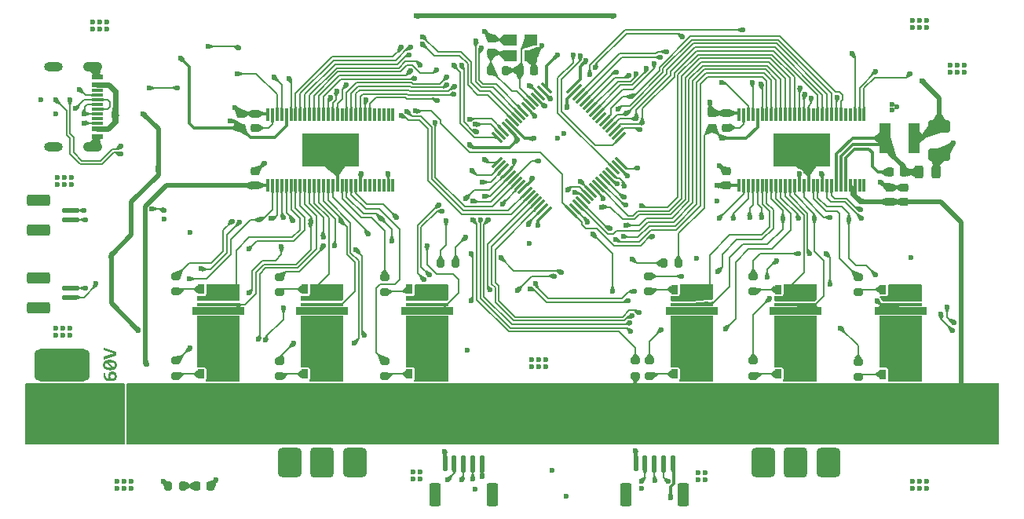
<source format=gbr>
%TF.GenerationSoftware,KiCad,Pcbnew,7.0.9*%
%TF.CreationDate,2024-01-22T22:47:30+08:00*%
%TF.ProjectId,MotorKit,4d6f746f-724b-4697-942e-6b696361645f,rev?*%
%TF.SameCoordinates,Original*%
%TF.FileFunction,Copper,L1,Top*%
%TF.FilePolarity,Positive*%
%FSLAX46Y46*%
G04 Gerber Fmt 4.6, Leading zero omitted, Abs format (unit mm)*
G04 Created by KiCad (PCBNEW 7.0.9) date 2024-01-22 22:47:30*
%MOMM*%
%LPD*%
G01*
G04 APERTURE LIST*
G04 Aperture macros list*
%AMRoundRect*
0 Rectangle with rounded corners*
0 $1 Rounding radius*
0 $2 $3 $4 $5 $6 $7 $8 $9 X,Y pos of 4 corners*
0 Add a 4 corners polygon primitive as box body*
4,1,4,$2,$3,$4,$5,$6,$7,$8,$9,$2,$3,0*
0 Add four circle primitives for the rounded corners*
1,1,$1+$1,$2,$3*
1,1,$1+$1,$4,$5*
1,1,$1+$1,$6,$7*
1,1,$1+$1,$8,$9*
0 Add four rect primitives between the rounded corners*
20,1,$1+$1,$2,$3,$4,$5,0*
20,1,$1+$1,$4,$5,$6,$7,0*
20,1,$1+$1,$6,$7,$8,$9,0*
20,1,$1+$1,$8,$9,$2,$3,0*%
G04 Aperture macros list end*
%ADD10C,0.300000*%
%TA.AperFunction,NonConductor*%
%ADD11C,0.300000*%
%TD*%
%TA.AperFunction,SMDPad,CuDef*%
%ADD12RoundRect,0.225000X-0.250000X0.225000X-0.250000X-0.225000X0.250000X-0.225000X0.250000X0.225000X0*%
%TD*%
%TA.AperFunction,SMDPad,CuDef*%
%ADD13R,0.750000X1.000000*%
%TD*%
%TA.AperFunction,SMDPad,CuDef*%
%ADD14R,0.750000X0.475000*%
%TD*%
%TA.AperFunction,SMDPad,CuDef*%
%ADD15R,4.560000X2.730000*%
%TD*%
%TA.AperFunction,SMDPad,CuDef*%
%ADD16R,5.550000X0.910000*%
%TD*%
%TA.AperFunction,SMDPad,CuDef*%
%ADD17R,4.560000X0.430000*%
%TD*%
%TA.AperFunction,SMDPad,CuDef*%
%ADD18RoundRect,0.225000X0.250000X-0.225000X0.250000X0.225000X-0.250000X0.225000X-0.250000X-0.225000X0*%
%TD*%
%TA.AperFunction,SMDPad,CuDef*%
%ADD19RoundRect,0.200000X0.275000X-0.200000X0.275000X0.200000X-0.275000X0.200000X-0.275000X-0.200000X0*%
%TD*%
%TA.AperFunction,SMDPad,CuDef*%
%ADD20RoundRect,0.218750X0.218750X0.256250X-0.218750X0.256250X-0.218750X-0.256250X0.218750X-0.256250X0*%
%TD*%
%TA.AperFunction,SMDPad,CuDef*%
%ADD21R,1.150000X0.600000*%
%TD*%
%TA.AperFunction,SMDPad,CuDef*%
%ADD22R,1.150000X0.300000*%
%TD*%
%TA.AperFunction,ComponentPad*%
%ADD23O,2.100000X1.050000*%
%TD*%
%TA.AperFunction,ComponentPad*%
%ADD24O,2.000000X1.000000*%
%TD*%
%TA.AperFunction,SMDPad,CuDef*%
%ADD25R,0.300000X1.475000*%
%TD*%
%TA.AperFunction,SMDPad,CuDef*%
%ADD26R,6.220000X3.680000*%
%TD*%
%TA.AperFunction,SMDPad,CuDef*%
%ADD27RoundRect,0.100000X0.750000X-0.150000X0.750000X0.150000X-0.750000X0.150000X-0.750000X-0.150000X0*%
%TD*%
%TA.AperFunction,SMDPad,CuDef*%
%ADD28RoundRect,0.200000X1.050000X-0.400000X1.050000X0.400000X-1.050000X0.400000X-1.050000X-0.400000X0*%
%TD*%
%TA.AperFunction,SMDPad,CuDef*%
%ADD29RoundRect,0.243750X-0.243750X-0.456250X0.243750X-0.456250X0.243750X0.456250X-0.243750X0.456250X0*%
%TD*%
%TA.AperFunction,SMDPad,CuDef*%
%ADD30RoundRect,0.200000X-0.200000X-0.275000X0.200000X-0.275000X0.200000X0.275000X-0.200000X0.275000X0*%
%TD*%
%TA.AperFunction,SMDPad,CuDef*%
%ADD31RoundRect,0.100000X0.150000X0.750000X-0.150000X0.750000X-0.150000X-0.750000X0.150000X-0.750000X0*%
%TD*%
%TA.AperFunction,SMDPad,CuDef*%
%ADD32RoundRect,0.200000X0.400000X1.050000X-0.400000X1.050000X-0.400000X-1.050000X0.400000X-1.050000X0*%
%TD*%
%TA.AperFunction,SMDPad,CuDef*%
%ADD33RoundRect,0.075000X-0.548008X0.441942X0.441942X-0.548008X0.548008X-0.441942X-0.441942X0.548008X0*%
%TD*%
%TA.AperFunction,SMDPad,CuDef*%
%ADD34RoundRect,0.075000X-0.548008X-0.441942X-0.441942X-0.548008X0.548008X0.441942X0.441942X0.548008X0*%
%TD*%
%TA.AperFunction,SMDPad,CuDef*%
%ADD35R,1.400000X1.200000*%
%TD*%
%TA.AperFunction,ComponentPad*%
%ADD36RoundRect,0.700000X-2.300000X1.050000X-2.300000X-1.050000X2.300000X-1.050000X2.300000X1.050000X0*%
%TD*%
%TA.AperFunction,SMDPad,CuDef*%
%ADD37RoundRect,0.250000X-0.925000X0.412500X-0.925000X-0.412500X0.925000X-0.412500X0.925000X0.412500X0*%
%TD*%
%TA.AperFunction,SMDPad,CuDef*%
%ADD38RoundRect,0.225000X-0.225000X-0.250000X0.225000X-0.250000X0.225000X0.250000X-0.225000X0.250000X0*%
%TD*%
%TA.AperFunction,SMDPad,CuDef*%
%ADD39RoundRect,0.200000X0.200000X0.275000X-0.200000X0.275000X-0.200000X-0.275000X0.200000X-0.275000X0*%
%TD*%
%TA.AperFunction,SMDPad,CuDef*%
%ADD40R,1.200000X3.300000*%
%TD*%
%TA.AperFunction,SMDPad,CuDef*%
%ADD41RoundRect,0.520000X-0.780000X-1.080000X0.780000X-1.080000X0.780000X1.080000X-0.780000X1.080000X0*%
%TD*%
%TA.AperFunction,SMDPad,CuDef*%
%ADD42RoundRect,0.520000X-0.780000X-1.130000X0.780000X-1.130000X0.780000X1.130000X-0.780000X1.130000X0*%
%TD*%
%TA.AperFunction,ViaPad*%
%ADD43C,0.600000*%
%TD*%
%TA.AperFunction,ViaPad*%
%ADD44C,0.800000*%
%TD*%
%TA.AperFunction,Conductor*%
%ADD45C,0.200000*%
%TD*%
%TA.AperFunction,Conductor*%
%ADD46C,0.300000*%
%TD*%
%TA.AperFunction,Conductor*%
%ADD47C,0.500000*%
%TD*%
%TA.AperFunction,Conductor*%
%ADD48C,0.152000*%
%TD*%
%TA.AperFunction,Conductor*%
%ADD49C,0.600000*%
%TD*%
G04 APERTURE END LIST*
D10*
D11*
G36*
X105157991Y-110353520D02*
G01*
X105177971Y-110354561D01*
X105197595Y-110356295D01*
X105216861Y-110358724D01*
X105235770Y-110361846D01*
X105254322Y-110365662D01*
X105272516Y-110370171D01*
X105290354Y-110375375D01*
X105307834Y-110381272D01*
X105324957Y-110387863D01*
X105336174Y-110392643D01*
X105352587Y-110400311D01*
X105368560Y-110408516D01*
X105384094Y-110417256D01*
X105399188Y-110426532D01*
X105413843Y-110436343D01*
X105428058Y-110446691D01*
X105441833Y-110457574D01*
X105455169Y-110468993D01*
X105468065Y-110480948D01*
X105480521Y-110493439D01*
X105488581Y-110502064D01*
X105500197Y-110515413D01*
X105511305Y-110529230D01*
X105521904Y-110543513D01*
X105531995Y-110558264D01*
X105541578Y-110573482D01*
X105550652Y-110589167D01*
X105559219Y-110605319D01*
X105567276Y-110621938D01*
X105574826Y-110639024D01*
X105581867Y-110656578D01*
X105586278Y-110668540D01*
X105592354Y-110686806D01*
X105597833Y-110705410D01*
X105602713Y-110724349D01*
X105606996Y-110743626D01*
X105610682Y-110763239D01*
X105613769Y-110783189D01*
X105616260Y-110803475D01*
X105618152Y-110824098D01*
X105619447Y-110845057D01*
X105620144Y-110866353D01*
X105620277Y-110880738D01*
X105619663Y-110911732D01*
X105617822Y-110941799D01*
X105614754Y-110970937D01*
X105610458Y-110999147D01*
X105604935Y-111026429D01*
X105598185Y-111052782D01*
X105590208Y-111078208D01*
X105581003Y-111102706D01*
X105570570Y-111126275D01*
X105558911Y-111148916D01*
X105546024Y-111170630D01*
X105531910Y-111191415D01*
X105516568Y-111211272D01*
X105500000Y-111230200D01*
X105482203Y-111248201D01*
X105463180Y-111265274D01*
X105442896Y-111281363D01*
X105421317Y-111296415D01*
X105398443Y-111310428D01*
X105374276Y-111323404D01*
X105348813Y-111335341D01*
X105322056Y-111346240D01*
X105294005Y-111356102D01*
X105264659Y-111364925D01*
X105249501Y-111368947D01*
X105234019Y-111372710D01*
X105218214Y-111376213D01*
X105202084Y-111379457D01*
X105185632Y-111382442D01*
X105168855Y-111385166D01*
X105151755Y-111387632D01*
X105134331Y-111389838D01*
X105116584Y-111391784D01*
X105098513Y-111393471D01*
X105080119Y-111394898D01*
X105061400Y-111396066D01*
X105042359Y-111396974D01*
X105022993Y-111397623D01*
X105003304Y-111398012D01*
X104983292Y-111398142D01*
X104961336Y-111398018D01*
X104939580Y-111397647D01*
X104918023Y-111397029D01*
X104896665Y-111396163D01*
X104875506Y-111395051D01*
X104854547Y-111393691D01*
X104833786Y-111392083D01*
X104813225Y-111390228D01*
X104792863Y-111388126D01*
X104772701Y-111385777D01*
X104759370Y-111384073D01*
X104739514Y-111381194D01*
X104719954Y-111377978D01*
X104700689Y-111374425D01*
X104681719Y-111370536D01*
X104663045Y-111366311D01*
X104644666Y-111361748D01*
X104626582Y-111356849D01*
X104608794Y-111351614D01*
X104591301Y-111346041D01*
X104574104Y-111340133D01*
X104562803Y-111336006D01*
X104546098Y-111329506D01*
X104529688Y-111322607D01*
X104513574Y-111315309D01*
X104497755Y-111307613D01*
X104482232Y-111299519D01*
X104467003Y-111291026D01*
X104452071Y-111282135D01*
X104437433Y-111272845D01*
X104423091Y-111263157D01*
X104409045Y-111253071D01*
X104399844Y-111246125D01*
X104386338Y-111235257D01*
X104373223Y-111223901D01*
X104360500Y-111212057D01*
X104348169Y-111199725D01*
X104336229Y-111186906D01*
X104324680Y-111173599D01*
X104313523Y-111159804D01*
X104302758Y-111145521D01*
X104292384Y-111130751D01*
X104282402Y-111115493D01*
X104275964Y-111105050D01*
X104266642Y-111088882D01*
X104257724Y-111072178D01*
X104249212Y-111054939D01*
X104241105Y-111037163D01*
X104233403Y-111018852D01*
X104226107Y-111000005D01*
X104219216Y-110980622D01*
X104212730Y-110960703D01*
X104206649Y-110940248D01*
X104200974Y-110919258D01*
X104197416Y-110904967D01*
X104192457Y-110882952D01*
X104187987Y-110860284D01*
X104185277Y-110844810D01*
X104182784Y-110829045D01*
X104180508Y-110812991D01*
X104178449Y-110796647D01*
X104176606Y-110780012D01*
X104174981Y-110763088D01*
X104173572Y-110745873D01*
X104172379Y-110728368D01*
X104171404Y-110710574D01*
X104170645Y-110692489D01*
X104170103Y-110674114D01*
X104169778Y-110655450D01*
X104169670Y-110636495D01*
X104169670Y-110472755D01*
X104394764Y-110472755D01*
X104394764Y-110663850D01*
X104394967Y-110685789D01*
X104395575Y-110707054D01*
X104396588Y-110727646D01*
X104398006Y-110747564D01*
X104399830Y-110766810D01*
X104402059Y-110785382D01*
X104404694Y-110803282D01*
X104407733Y-110820508D01*
X104411178Y-110837060D01*
X104415029Y-110852940D01*
X104417821Y-110863152D01*
X104423902Y-110882716D01*
X104430619Y-110901352D01*
X104437971Y-110919060D01*
X104445957Y-110935839D01*
X104454579Y-110951690D01*
X104463836Y-110966614D01*
X104473728Y-110980609D01*
X104484255Y-110993676D01*
X104495301Y-111005888D01*
X104506945Y-111017318D01*
X104519187Y-111027967D01*
X104532029Y-111037835D01*
X104545468Y-111046921D01*
X104559506Y-111055225D01*
X104574142Y-111062748D01*
X104589377Y-111069489D01*
X104605253Y-111075558D01*
X104622008Y-111081066D01*
X104639642Y-111086012D01*
X104658156Y-111090396D01*
X104677548Y-111094218D01*
X104697821Y-111097479D01*
X104713602Y-111099556D01*
X104729877Y-111101317D01*
X104741003Y-111102315D01*
X104769921Y-111104660D01*
X104761898Y-111090146D01*
X104754241Y-111075131D01*
X104746950Y-111059615D01*
X104740026Y-111043599D01*
X104733468Y-111027082D01*
X104727276Y-111010064D01*
X104721451Y-110992546D01*
X104715992Y-110974527D01*
X104711046Y-110956148D01*
X104706760Y-110937549D01*
X104703133Y-110918730D01*
X104700165Y-110899691D01*
X104697857Y-110880433D01*
X104696296Y-110861980D01*
X104919984Y-110861980D01*
X104920399Y-110879541D01*
X104921645Y-110897053D01*
X104923721Y-110914517D01*
X104926627Y-110931931D01*
X104930193Y-110949004D01*
X104934248Y-110965832D01*
X104938791Y-110982416D01*
X104943822Y-110998756D01*
X104949269Y-111014778D01*
X104955057Y-111030410D01*
X104961188Y-111045651D01*
X104967660Y-111060501D01*
X104975038Y-111076303D01*
X104982663Y-111091179D01*
X104990535Y-111105127D01*
X104995015Y-111112475D01*
X105015376Y-111112341D01*
X105035132Y-111111940D01*
X105054284Y-111111270D01*
X105072831Y-111110332D01*
X105090774Y-111109127D01*
X105108112Y-111107653D01*
X105124846Y-111105912D01*
X105140975Y-111103903D01*
X105156499Y-111101625D01*
X105176259Y-111098172D01*
X105181031Y-111097235D01*
X105199550Y-111093083D01*
X105217203Y-111088442D01*
X105233989Y-111083313D01*
X105249907Y-111077695D01*
X105264959Y-111071589D01*
X105279143Y-111064995D01*
X105295654Y-111056064D01*
X105304911Y-111050340D01*
X105319170Y-111040198D01*
X105332151Y-111029312D01*
X105343854Y-111017682D01*
X105354278Y-111005308D01*
X105363424Y-110992189D01*
X105371291Y-110978327D01*
X105374080Y-110972573D01*
X105380160Y-110957556D01*
X105385208Y-110941814D01*
X105389227Y-110925346D01*
X105392215Y-110908154D01*
X105394173Y-110890237D01*
X105395100Y-110871594D01*
X105395183Y-110863934D01*
X105394753Y-110847696D01*
X105393465Y-110831953D01*
X105390786Y-110813718D01*
X105386871Y-110796196D01*
X105381719Y-110779389D01*
X105377597Y-110768581D01*
X105370481Y-110752915D01*
X105362320Y-110738155D01*
X105353115Y-110724302D01*
X105342866Y-110711355D01*
X105331573Y-110699316D01*
X105327576Y-110695504D01*
X105314854Y-110684568D01*
X105301308Y-110674621D01*
X105286937Y-110665664D01*
X105271742Y-110657695D01*
X105255723Y-110650716D01*
X105250200Y-110648609D01*
X105233018Y-110643032D01*
X105215176Y-110638608D01*
X105196674Y-110635338D01*
X105180753Y-110633495D01*
X105164373Y-110632453D01*
X105150940Y-110632196D01*
X105135264Y-110632521D01*
X105116983Y-110633766D01*
X105099278Y-110635946D01*
X105082151Y-110639060D01*
X105065600Y-110643109D01*
X105057541Y-110645483D01*
X105042008Y-110650855D01*
X105027353Y-110657298D01*
X105013578Y-110664813D01*
X104998618Y-110674935D01*
X104984855Y-110686516D01*
X104972155Y-110699555D01*
X104962281Y-110711892D01*
X104953342Y-110725301D01*
X104945337Y-110739782D01*
X104938266Y-110755334D01*
X104937179Y-110758030D01*
X104931335Y-110774901D01*
X104926701Y-110792981D01*
X104923762Y-110808972D01*
X104921663Y-110825801D01*
X104920404Y-110843471D01*
X104919984Y-110861980D01*
X104696296Y-110861980D01*
X104696209Y-110860954D01*
X104695219Y-110841256D01*
X104694890Y-110821338D01*
X104695158Y-110799753D01*
X104695961Y-110778670D01*
X104697301Y-110758089D01*
X104699176Y-110738008D01*
X104701587Y-110718430D01*
X104704534Y-110699352D01*
X104708017Y-110680777D01*
X104712036Y-110662702D01*
X104716590Y-110645129D01*
X104721680Y-110628058D01*
X104725371Y-110616956D01*
X104731254Y-110600727D01*
X104737617Y-110585013D01*
X104744461Y-110569815D01*
X104751786Y-110555132D01*
X104759592Y-110540964D01*
X104767879Y-110527311D01*
X104776646Y-110514173D01*
X104785895Y-110501551D01*
X104798974Y-110485522D01*
X104812908Y-110470410D01*
X104827654Y-110456128D01*
X104843170Y-110442786D01*
X104859454Y-110430385D01*
X104876509Y-110418923D01*
X104894332Y-110408403D01*
X104908205Y-110401129D01*
X104922510Y-110394385D01*
X104937248Y-110388169D01*
X104952419Y-110382482D01*
X104967926Y-110377245D01*
X104983817Y-110372522D01*
X105000092Y-110368314D01*
X105016753Y-110364622D01*
X105033798Y-110361445D01*
X105051228Y-110358783D01*
X105069042Y-110356637D01*
X105087241Y-110355005D01*
X105105825Y-110353889D01*
X105124794Y-110353288D01*
X105137653Y-110353173D01*
X105157991Y-110353520D01*
G37*
G36*
X104897662Y-109096548D02*
G01*
X104919208Y-109097002D01*
X104940465Y-109097757D01*
X104961432Y-109098815D01*
X104982109Y-109100175D01*
X105002495Y-109101838D01*
X105022592Y-109103802D01*
X105042398Y-109106069D01*
X105061915Y-109108638D01*
X105081141Y-109111510D01*
X105100078Y-109114683D01*
X105118724Y-109118159D01*
X105137081Y-109121937D01*
X105155147Y-109126018D01*
X105172923Y-109130400D01*
X105190410Y-109135085D01*
X105207536Y-109140013D01*
X105224329Y-109145221D01*
X105240789Y-109150711D01*
X105256917Y-109156481D01*
X105272712Y-109162532D01*
X105288174Y-109168864D01*
X105303303Y-109175477D01*
X105318100Y-109182371D01*
X105332563Y-109189545D01*
X105346694Y-109197001D01*
X105360493Y-109204737D01*
X105373958Y-109212755D01*
X105393532Y-109225307D01*
X105412358Y-109238492D01*
X105424492Y-109247632D01*
X105441975Y-109261839D01*
X105458669Y-109276616D01*
X105474573Y-109291964D01*
X105489686Y-109307881D01*
X105504010Y-109324369D01*
X105517544Y-109341426D01*
X105530288Y-109359054D01*
X105542241Y-109377252D01*
X105553405Y-109396020D01*
X105563779Y-109415359D01*
X105570256Y-109428568D01*
X105579195Y-109448773D01*
X105587255Y-109469527D01*
X105594436Y-109490831D01*
X105600738Y-109512685D01*
X105606160Y-109535088D01*
X105610703Y-109558041D01*
X105613243Y-109573648D01*
X105615392Y-109589499D01*
X105617151Y-109605595D01*
X105618518Y-109621935D01*
X105619495Y-109638519D01*
X105620082Y-109655347D01*
X105620277Y-109672420D01*
X105619913Y-109694530D01*
X105618821Y-109716310D01*
X105617000Y-109737761D01*
X105614452Y-109758882D01*
X105611175Y-109779673D01*
X105607170Y-109800134D01*
X105602437Y-109820266D01*
X105596976Y-109840068D01*
X105590787Y-109859540D01*
X105583870Y-109878683D01*
X105578853Y-109891261D01*
X105570667Y-109909779D01*
X105561643Y-109927815D01*
X105551781Y-109945371D01*
X105541081Y-109962446D01*
X105529543Y-109979040D01*
X105517167Y-109995153D01*
X105503952Y-110010785D01*
X105489900Y-110025937D01*
X105475010Y-110040607D01*
X105459281Y-110054797D01*
X105448330Y-110063990D01*
X105431191Y-110077267D01*
X105413187Y-110089988D01*
X105394316Y-110102152D01*
X105374581Y-110113760D01*
X105353980Y-110124812D01*
X105339765Y-110131871D01*
X105325165Y-110138682D01*
X105310181Y-110145246D01*
X105294812Y-110151563D01*
X105279058Y-110157632D01*
X105262920Y-110163454D01*
X105246397Y-110169029D01*
X105229489Y-110174357D01*
X105220891Y-110176928D01*
X105203338Y-110181849D01*
X105185360Y-110186453D01*
X105166958Y-110190740D01*
X105148131Y-110194709D01*
X105128880Y-110198360D01*
X105109205Y-110201694D01*
X105089105Y-110204710D01*
X105068581Y-110207409D01*
X105047633Y-110209790D01*
X105026260Y-110211854D01*
X105004463Y-110213601D01*
X104982241Y-110215030D01*
X104959595Y-110216141D01*
X104936525Y-110216935D01*
X104913031Y-110217411D01*
X104889112Y-110217570D01*
X104867276Y-110217417D01*
X104845734Y-110216959D01*
X104824485Y-110216196D01*
X104803529Y-110215127D01*
X104782866Y-110213753D01*
X104762496Y-110212074D01*
X104742419Y-110210090D01*
X104722636Y-110207800D01*
X104703145Y-110205205D01*
X104683948Y-110202304D01*
X104665043Y-110199099D01*
X104646432Y-110195588D01*
X104628114Y-110191771D01*
X104610089Y-110187650D01*
X104592357Y-110183223D01*
X104574918Y-110178491D01*
X104557746Y-110173472D01*
X104540913Y-110168184D01*
X104524419Y-110162627D01*
X104508264Y-110156802D01*
X104492447Y-110150708D01*
X104476970Y-110144346D01*
X104461832Y-110137714D01*
X104447032Y-110130815D01*
X104432571Y-110123646D01*
X104418450Y-110116209D01*
X104404667Y-110108503D01*
X104384628Y-110096440D01*
X104365351Y-110083773D01*
X104346837Y-110070502D01*
X104340835Y-110065944D01*
X104323285Y-110051800D01*
X104306539Y-110037065D01*
X104290596Y-110021740D01*
X104275458Y-110005823D01*
X104261122Y-109989316D01*
X104247591Y-109972219D01*
X104234863Y-109954530D01*
X104222939Y-109936251D01*
X104211819Y-109917381D01*
X104201502Y-109897920D01*
X104195071Y-109884618D01*
X104186062Y-109864144D01*
X104177939Y-109843168D01*
X104170702Y-109821691D01*
X104164351Y-109799713D01*
X104158887Y-109777233D01*
X104154309Y-109754252D01*
X104151749Y-109738652D01*
X104149582Y-109722830D01*
X104147810Y-109706785D01*
X104146432Y-109690516D01*
X104145447Y-109674025D01*
X104144856Y-109657312D01*
X104144850Y-109656788D01*
X104369754Y-109656788D01*
X104370498Y-109675864D01*
X104372730Y-109694501D01*
X104376451Y-109712699D01*
X104381660Y-109730458D01*
X104388358Y-109747778D01*
X104396544Y-109764659D01*
X104400235Y-109771289D01*
X104410562Y-109787442D01*
X104422492Y-109802926D01*
X104433190Y-109814833D01*
X104444913Y-109826312D01*
X104457663Y-109837364D01*
X104471438Y-109847989D01*
X104486239Y-109858186D01*
X104494024Y-109863124D01*
X104510352Y-109872638D01*
X104527681Y-109881638D01*
X104546011Y-109890125D01*
X104565343Y-109898100D01*
X104580499Y-109903744D01*
X104596219Y-109909100D01*
X104612501Y-109914167D01*
X104629347Y-109918946D01*
X104646756Y-109923436D01*
X104652685Y-109924869D01*
X104670872Y-109928850D01*
X104689678Y-109932439D01*
X104709102Y-109935637D01*
X104729145Y-109938443D01*
X104749805Y-109940857D01*
X104771084Y-109942880D01*
X104792981Y-109944512D01*
X104815497Y-109945752D01*
X104838630Y-109946600D01*
X104854396Y-109946948D01*
X104870437Y-109947122D01*
X104878560Y-109947144D01*
X104895386Y-109947144D01*
X104911472Y-109947144D01*
X104925455Y-109947144D01*
X104941978Y-109946814D01*
X104958721Y-109945825D01*
X104970005Y-109944799D01*
X104569837Y-109406293D01*
X104551180Y-109413693D01*
X104533457Y-109421533D01*
X104516669Y-109429813D01*
X104500814Y-109438533D01*
X104485894Y-109447692D01*
X104471908Y-109457290D01*
X104458856Y-109467329D01*
X104446739Y-109477807D01*
X104432036Y-109492461D01*
X104418993Y-109507898D01*
X104407452Y-109524073D01*
X104397451Y-109540944D01*
X104388988Y-109558511D01*
X104382063Y-109576774D01*
X104376678Y-109595733D01*
X104372831Y-109615389D01*
X104370523Y-109635740D01*
X104369802Y-109651461D01*
X104369754Y-109656788D01*
X104144850Y-109656788D01*
X104144659Y-109640375D01*
X104145023Y-109618335D01*
X104146116Y-109596617D01*
X104147936Y-109575223D01*
X104150485Y-109554151D01*
X104153761Y-109533402D01*
X104157766Y-109512976D01*
X104162499Y-109492873D01*
X104167960Y-109473093D01*
X104174149Y-109453636D01*
X104181067Y-109434501D01*
X104186083Y-109421924D01*
X104194265Y-109403414D01*
X104203279Y-109385398D01*
X104212398Y-109369168D01*
X104819942Y-109369168D01*
X105195099Y-109904157D01*
X105213690Y-109897312D01*
X105231360Y-109889965D01*
X105248110Y-109882117D01*
X105263939Y-109873767D01*
X105278848Y-109864916D01*
X105292836Y-109855564D01*
X105305904Y-109845710D01*
X105318051Y-109835354D01*
X105332815Y-109820767D01*
X105345943Y-109805288D01*
X105357484Y-109789033D01*
X105367486Y-109772120D01*
X105375949Y-109754546D01*
X105382873Y-109736314D01*
X105388258Y-109717421D01*
X105392105Y-109697870D01*
X105394413Y-109677659D01*
X105395183Y-109656788D01*
X105394420Y-109637815D01*
X105392130Y-109619243D01*
X105388313Y-109601072D01*
X105382971Y-109583301D01*
X105376101Y-109565932D01*
X105367705Y-109548962D01*
X105363920Y-109542287D01*
X105353377Y-109525909D01*
X105343830Y-109513316D01*
X105333294Y-109501174D01*
X105321769Y-109489484D01*
X105309255Y-109478245D01*
X105295751Y-109467459D01*
X105281258Y-109457124D01*
X105269740Y-109449670D01*
X105253394Y-109440169D01*
X105236010Y-109431205D01*
X105217588Y-109422779D01*
X105203090Y-109416812D01*
X105188008Y-109411147D01*
X105172343Y-109405784D01*
X105156093Y-109400724D01*
X105139260Y-109395966D01*
X105121843Y-109391510D01*
X105109907Y-109388707D01*
X105091510Y-109384796D01*
X105072515Y-109381270D01*
X105052923Y-109378128D01*
X105032732Y-109375371D01*
X105011945Y-109372999D01*
X104990559Y-109371012D01*
X104968576Y-109369409D01*
X104945996Y-109368191D01*
X104922817Y-109367357D01*
X104907033Y-109367015D01*
X104890983Y-109366844D01*
X104882859Y-109366823D01*
X104867130Y-109367116D01*
X104851205Y-109367995D01*
X104835183Y-109368875D01*
X104819942Y-109369168D01*
X104212398Y-109369168D01*
X104213124Y-109367876D01*
X104223800Y-109350849D01*
X104235307Y-109334317D01*
X104247646Y-109318280D01*
X104260816Y-109302737D01*
X104274816Y-109287688D01*
X104289648Y-109273134D01*
X104305312Y-109259075D01*
X104316216Y-109249977D01*
X104333218Y-109236700D01*
X104351107Y-109223979D01*
X104369882Y-109211815D01*
X104389543Y-109200207D01*
X104410091Y-109189155D01*
X104424281Y-109182096D01*
X104438866Y-109175285D01*
X104453844Y-109168721D01*
X104469216Y-109162404D01*
X104484982Y-109156335D01*
X104501141Y-109150513D01*
X104517695Y-109144938D01*
X104534642Y-109139610D01*
X104543264Y-109137039D01*
X104560774Y-109132118D01*
X104578722Y-109127514D01*
X104597106Y-109123227D01*
X104615926Y-109119258D01*
X104635183Y-109115607D01*
X104654877Y-109112273D01*
X104675007Y-109109257D01*
X104695574Y-109106558D01*
X104716577Y-109104176D01*
X104738017Y-109102113D01*
X104759893Y-109100366D01*
X104782206Y-109098937D01*
X104804956Y-109097826D01*
X104828142Y-109097032D01*
X104851765Y-109096556D01*
X104875825Y-109096397D01*
X104897662Y-109096548D01*
G37*
G36*
X105595267Y-108248777D02*
G01*
X105595267Y-108607130D01*
X104169670Y-109045595D01*
X104169670Y-108738826D01*
X105028232Y-108496146D01*
X105309600Y-108417988D01*
X105011819Y-108336704D01*
X104169670Y-108095979D01*
X104169670Y-107807967D01*
X105595267Y-108248777D01*
G37*
D12*
%TO.P,C39,1*%
%TO.N,GND*%
X190500000Y-90493000D03*
%TO.P,C39,2*%
%TO.N,VCC*%
X190500000Y-92043000D03*
%TD*%
D13*
%TO.P,Q13,1,S_1*%
%TO.N,/M1 Driver/M1_SH_C*%
X118491000Y-110617000D03*
%TO.P,Q13,2,S_2*%
X117221000Y-110617000D03*
%TO.P,Q13,3,S_3*%
X115951000Y-110617000D03*
%TO.P,Q13,4,G*%
%TO.N,Net-(Q13-G)*%
X114681000Y-110617000D03*
D14*
%TO.P,Q13,5,D*%
%TO.N,VCC*%
X118491000Y-116375000D03*
D15*
X116586000Y-114775000D03*
D16*
X116586000Y-112960000D03*
D17*
X116586000Y-112295000D03*
D14*
X114681000Y-116375000D03*
%TD*%
D18*
%TO.P,C34,1*%
%TO.N,VCC*%
X171323000Y-90310000D03*
%TO.P,C34,2*%
%TO.N,GND*%
X171323000Y-88760000D03*
%TD*%
D13*
%TO.P,Q9,1,S_1*%
%TO.N,/M1 Driver/M1_SH_A*%
X140970000Y-110617000D03*
%TO.P,Q9,2,S_2*%
X139700000Y-110617000D03*
%TO.P,Q9,3,S_3*%
X138430000Y-110617000D03*
%TO.P,Q9,4,G*%
%TO.N,Net-(Q9-G)*%
X137160000Y-110617000D03*
D14*
%TO.P,Q9,5,D*%
%TO.N,VCC*%
X140970000Y-116375000D03*
D15*
X139065000Y-114775000D03*
D16*
X139065000Y-112960000D03*
D17*
X139065000Y-112295000D03*
D14*
X137160000Y-116375000D03*
%TD*%
D19*
%TO.P,R52,1*%
%TO.N,Net-(Q12-G)*%
X123190000Y-101790000D03*
%TO.P,R52,2*%
%TO.N,/M1 Driver/M1_GL_B*%
X123190000Y-100140000D03*
%TD*%
D20*
%TO.P,D5,1,K*%
%TO.N,GND*%
X115748000Y-122682000D03*
%TO.P,D5,2,A*%
%TO.N,Net-(D5-A)*%
X114173000Y-122682000D03*
%TD*%
D21*
%TO.P,J8,A1_B12,GND*%
%TO.N,GND*%
X103566500Y-78612000D03*
%TO.P,J8,A4_B9,VBUS*%
%TO.N,Net-(F1-Pad2)*%
X103566500Y-79412000D03*
D22*
%TO.P,J8,A5,CC1*%
%TO.N,Net-(J8-CC1)*%
X103566500Y-80562000D03*
%TO.P,J8,A6,DP1*%
%TO.N,/Port/USBC_DP1*%
X103566500Y-81562000D03*
%TO.P,J8,A7,DN1*%
%TO.N,/Port/USBC_DN1*%
X103566500Y-82062000D03*
%TO.P,J8,A8,SBU1*%
%TO.N,unconnected-(J8-SBU1-PadA8)*%
X103566500Y-83062000D03*
D21*
%TO.P,J8,B1_A12,GND*%
%TO.N,GND*%
X103566500Y-85012000D03*
%TO.P,J8,B4_A9,VBUS*%
%TO.N,Net-(F1-Pad2)*%
X103566500Y-84212000D03*
D22*
%TO.P,J8,B5,CC2*%
%TO.N,Net-(J8-CC2)*%
X103566500Y-83562000D03*
%TO.P,J8,B6,DP2*%
%TO.N,/Port/USBC_DP1*%
X103566500Y-82562000D03*
%TO.P,J8,B7,DN2*%
%TO.N,/Port/USBC_DN1*%
X103566500Y-81062000D03*
%TO.P,J8,B8,SBU2*%
%TO.N,unconnected-(J8-SBU2-PadB8)*%
X103566500Y-80062000D03*
D23*
%TO.P,J8,S1,SHELL_GND*%
%TO.N,GND*%
X102991500Y-77492000D03*
D24*
%TO.P,J8,S2,SHELL_GND*%
X98811500Y-77492000D03*
%TO.P,J8,S3,SHELL_GND*%
X98811500Y-86132000D03*
D23*
%TO.P,J8,S4,SHELL_GND*%
X102991500Y-86132000D03*
%TD*%
D18*
%TO.P,C51,1*%
%TO.N,VCC*%
X120523000Y-90310000D03*
%TO.P,C51,2*%
%TO.N,GND*%
X120523000Y-88760000D03*
%TD*%
D19*
%TO.P,R51,1*%
%TO.N,Net-(Q11-G)*%
X123190000Y-110870000D03*
%TO.P,R51,2*%
%TO.N,/M1 Driver/M1_GH_B*%
X123190000Y-109220000D03*
%TD*%
D25*
%TO.P,IC1,1,RT_CLK*%
%TO.N,Net-(IC1-RT_CLK)*%
X186201000Y-82675000D03*
%TO.P,IC1,2,COMP*%
%TO.N,Net-(IC1-COMP)*%
X185701000Y-82675000D03*
%TO.P,IC1,3,VSENSE*%
%TO.N,Net-(IC1-VSENSE)*%
X185201000Y-82675000D03*
%TO.P,IC1,4,PWRGD*%
%TO.N,unconnected-(IC1-PWRGD-Pad4)*%
X184701000Y-82675000D03*
%TO.P,IC1,5,NOCTW*%
%TO.N,/M0 Driver/_M0_NOCTW*%
X184201000Y-82675000D03*
%TO.P,IC1,6,NFAULT*%
%TO.N,/NFAULT*%
X183701000Y-82675000D03*
%TO.P,IC1,7,DTC*%
%TO.N,Net-(IC1-DTC)*%
X183201000Y-82675000D03*
%TO.P,IC1,8,NSCS*%
%TO.N,/M0_CS*%
X182701000Y-82675000D03*
%TO.P,IC1,9,SDI*%
%TO.N,/M_MOSI*%
X182201000Y-82675000D03*
%TO.P,IC1,10,SDO*%
%TO.N,/M_MISO*%
X181701000Y-82675000D03*
%TO.P,IC1,11,SCLK*%
%TO.N,/M_SCK*%
X181201000Y-82675000D03*
%TO.P,IC1,12,DC_CAL*%
%TO.N,/M0 Driver/_M0_DC_CAL*%
X180701000Y-82675000D03*
%TO.P,IC1,13,GVDD*%
%TO.N,Net-(IC1-GVDD)*%
X180201000Y-82675000D03*
%TO.P,IC1,14,CP1*%
%TO.N,Net-(IC1-CP1)*%
X179701000Y-82675000D03*
%TO.P,IC1,15,CP2*%
%TO.N,Net-(IC1-CP2)*%
X179201000Y-82675000D03*
%TO.P,IC1,16,EN_GATE*%
%TO.N,/EN_GATE*%
X178701000Y-82675000D03*
%TO.P,IC1,17,INH_A*%
%TO.N,/M0_AH*%
X178201000Y-82675000D03*
%TO.P,IC1,18,INL_A*%
%TO.N,/M0_AL*%
X177701000Y-82675000D03*
%TO.P,IC1,19,INH_B*%
%TO.N,/M0_BH*%
X177201000Y-82675000D03*
%TO.P,IC1,20,INL_B*%
%TO.N,/M0_BL*%
X176701000Y-82675000D03*
%TO.P,IC1,21,INH_C*%
%TO.N,/M0_CH*%
X176201000Y-82675000D03*
%TO.P,IC1,22,INL_C*%
%TO.N,/M0_CL*%
X175701000Y-82675000D03*
%TO.P,IC1,23,DVDD*%
%TO.N,Net-(IC1-DVDD)*%
X175201000Y-82675000D03*
%TO.P,IC1,24,REF*%
%TO.N,+3.3VA*%
X174701000Y-82675000D03*
%TO.P,IC1,25,SO1*%
%TO.N,Net-(IC1-SO1)*%
X174201000Y-82675000D03*
%TO.P,IC1,26,SO2*%
%TO.N,Net-(IC1-SO2)*%
X173701000Y-82675000D03*
%TO.P,IC1,27,AVDD*%
%TO.N,Net-(IC1-AVDD)*%
X173201000Y-82675000D03*
%TO.P,IC1,28,AGND*%
%TO.N,GNDA*%
X172701000Y-82675000D03*
%TO.P,IC1,29,PVDD1*%
%TO.N,VCC*%
X172701000Y-90251000D03*
%TO.P,IC1,30,SP2*%
%TO.N,/M0 Driver/M0_SP2*%
X173201000Y-90251000D03*
%TO.P,IC1,31,SN2*%
%TO.N,Net-(IC1-SN2)*%
X173701000Y-90251000D03*
%TO.P,IC1,32,SP1*%
%TO.N,/M0 Driver/M0_SP1*%
X174201000Y-90251000D03*
%TO.P,IC1,33,SN1*%
%TO.N,Net-(IC1-SN1)*%
X174701000Y-90251000D03*
%TO.P,IC1,34,SL_C*%
%TO.N,/M0 Driver/M0_SL_C*%
X175201000Y-90251000D03*
%TO.P,IC1,35,GL_C*%
%TO.N,/M0 Driver/M0_GL_C*%
X175701000Y-90251000D03*
%TO.P,IC1,36,SH_C*%
%TO.N,/M0 Driver/M0_SH_C*%
X176201000Y-90251000D03*
%TO.P,IC1,37,GH_C*%
%TO.N,/M0 Driver/M0_GH_C*%
X176701000Y-90251000D03*
%TO.P,IC1,38,BST_C*%
%TO.N,Net-(IC1-BST_C)*%
X177201000Y-90251000D03*
%TO.P,IC1,39,SL_B*%
%TO.N,/M0 Driver/M0_SL_B*%
X177701000Y-90251000D03*
%TO.P,IC1,40,GL_B*%
%TO.N,/M0 Driver/M0_GL_B*%
X178201000Y-90251000D03*
%TO.P,IC1,41,SH_B*%
%TO.N,/M0 Driver/M0_SH_B*%
X178701000Y-90251000D03*
%TO.P,IC1,42,GH_B*%
%TO.N,/M0 Driver/M0_GH_B*%
X179201000Y-90251000D03*
%TO.P,IC1,43,BST_B*%
%TO.N,Net-(IC1-BST_B)*%
X179701000Y-90251000D03*
%TO.P,IC1,44,SL_A*%
%TO.N,GND*%
X180201000Y-90251000D03*
%TO.P,IC1,45,GL_A*%
%TO.N,/M0 Driver/M0_GL_A*%
X180701000Y-90251000D03*
%TO.P,IC1,46,SH_A*%
%TO.N,/M0 Driver/M0_SH_A*%
X181201000Y-90251000D03*
%TO.P,IC1,47,GH_A*%
%TO.N,/M0 Driver/M0_GH_A*%
X181701000Y-90251000D03*
%TO.P,IC1,48,BST_A*%
%TO.N,Net-(IC1-BST_A)*%
X182201000Y-90251000D03*
%TO.P,IC1,49,VDD_SPI*%
%TO.N,+3.3V*%
X182701000Y-90251000D03*
%TO.P,IC1,50,PH_1*%
%TO.N,Net-(D6-K)*%
X183201000Y-90251000D03*
%TO.P,IC1,51,PH_2*%
X183701000Y-90251000D03*
%TO.P,IC1,52,BST_BK*%
%TO.N,Net-(IC1-BST_BK)*%
X184201000Y-90251000D03*
%TO.P,IC1,53,PVDD2_1*%
%TO.N,VCC*%
X184701000Y-90251000D03*
%TO.P,IC1,54,PVDD2_2*%
X185201000Y-90251000D03*
%TO.P,IC1,55,EN_BUCK*%
%TO.N,unconnected-(IC1-EN_BUCK-Pad55)*%
X185701000Y-90251000D03*
%TO.P,IC1,56,SS_TR*%
%TO.N,unconnected-(IC1-SS_TR-Pad56)*%
X186201000Y-90251000D03*
D26*
%TO.P,IC1,57,GND*%
%TO.N,GND*%
X179451000Y-86463000D03*
%TD*%
D19*
%TO.P,R50,1*%
%TO.N,Net-(Q10-G)*%
X134493000Y-101790000D03*
%TO.P,R50,2*%
%TO.N,/M1 Driver/M1_GL_A*%
X134493000Y-100140000D03*
%TD*%
%TO.P,R49,1*%
%TO.N,Net-(Q9-G)*%
X134493000Y-110871000D03*
%TO.P,R49,2*%
%TO.N,/M1 Driver/M1_GH_A*%
X134493000Y-109221000D03*
%TD*%
%TO.P,R35,1*%
%TO.N,Net-(Q3-G)*%
X185547000Y-110934000D03*
%TO.P,R35,2*%
%TO.N,/M0 Driver/M0_GH_A*%
X185547000Y-109284000D03*
%TD*%
%TO.P,R13,1*%
%TO.N,VCC*%
X161544000Y-110807000D03*
%TO.P,R13,2*%
%TO.N,/VBUS*%
X161544000Y-109157000D03*
%TD*%
%TO.P,R36,1*%
%TO.N,Net-(Q4-G)*%
X185547000Y-101790000D03*
%TO.P,R36,2*%
%TO.N,/M0 Driver/M0_GL_A*%
X185547000Y-100140000D03*
%TD*%
D13*
%TO.P,Q4,1,S_1*%
%TO.N,GND*%
X192024000Y-101506000D03*
%TO.P,Q4,2,S_2*%
X190754000Y-101506000D03*
%TO.P,Q4,3,S_3*%
X189484000Y-101506000D03*
%TO.P,Q4,4,G*%
%TO.N,Net-(Q4-G)*%
X188214000Y-101506000D03*
D14*
%TO.P,Q4,5,D*%
%TO.N,/M0 Driver/M0_SH_A*%
X192024000Y-107264000D03*
D15*
X190119000Y-105664000D03*
D16*
X190119000Y-103849000D03*
D17*
X190119000Y-103184000D03*
D14*
X188214000Y-107264000D03*
%TD*%
D19*
%TO.P,R54,1*%
%TO.N,Net-(Q13-G)*%
X112014000Y-110807000D03*
%TO.P,R54,2*%
%TO.N,/M1 Driver/M1_GH_C*%
X112014000Y-109157000D03*
%TD*%
D27*
%TO.P,J9,1,01*%
%TO.N,Net-(J9-01)*%
X100579000Y-102342000D03*
%TO.P,J9,2,02*%
%TO.N,Net-(J9-02)*%
X100579000Y-101342000D03*
D28*
%TO.P,J9,MP1*%
%TO.N,N/C*%
X97179000Y-103442000D03*
%TO.P,J9,MP2*%
X97179000Y-100242000D03*
%TD*%
D18*
%TO.P,C2,1*%
%TO.N,/OSC_OUT*%
X146007000Y-75991526D03*
%TO.P,C2,2*%
%TO.N,GND*%
X146007000Y-74441526D03*
%TD*%
%TO.P,C33,1*%
%TO.N,Net-(IC1-AVDD)*%
X171323000Y-84055000D03*
%TO.P,C33,2*%
%TO.N,GNDA*%
X171323000Y-82505000D03*
%TD*%
D27*
%TO.P,J10,1,01*%
%TO.N,Net-(J10-01)*%
X100579000Y-94007000D03*
%TO.P,J10,2,02*%
%TO.N,Net-(J10-02)*%
X100579000Y-93007000D03*
D28*
%TO.P,J10,MP1*%
%TO.N,N/C*%
X97179000Y-95107000D03*
%TO.P,J10,MP2*%
X97179000Y-91907000D03*
%TD*%
D13*
%TO.P,Q5,1,S_1*%
%TO.N,/M0 Driver/M0_SH_B*%
X180721000Y-110629000D03*
%TO.P,Q5,2,S_2*%
X179451000Y-110629000D03*
%TO.P,Q5,3,S_3*%
X178181000Y-110629000D03*
%TO.P,Q5,4,G*%
%TO.N,Net-(Q5-G)*%
X176911000Y-110629000D03*
D14*
%TO.P,Q5,5,D*%
%TO.N,VCC*%
X180721000Y-116387000D03*
D15*
X178816000Y-114787000D03*
D16*
X178816000Y-112972000D03*
D17*
X178816000Y-112307000D03*
D14*
X176911000Y-116387000D03*
%TD*%
D29*
%TO.P,D6,1,K*%
%TO.N,Net-(D6-K)*%
X192089500Y-88868000D03*
%TO.P,D6,2,A*%
%TO.N,GND*%
X193964500Y-88868000D03*
%TD*%
D13*
%TO.P,Q10,1,S_1*%
%TO.N,GND*%
X140970000Y-101488000D03*
%TO.P,Q10,2,S_2*%
X139700000Y-101488000D03*
%TO.P,Q10,3,S_3*%
X138430000Y-101488000D03*
%TO.P,Q10,4,G*%
%TO.N,Net-(Q10-G)*%
X137160000Y-101488000D03*
D14*
%TO.P,Q10,5,D*%
%TO.N,/M1 Driver/M1_SH_A*%
X140970000Y-107246000D03*
D15*
X139065000Y-105646000D03*
D16*
X139065000Y-103831000D03*
D17*
X139065000Y-103166000D03*
D14*
X137160000Y-107246000D03*
%TD*%
D13*
%TO.P,Q11,1,S_1*%
%TO.N,/M1 Driver/M1_SH_B*%
X129667000Y-110617000D03*
%TO.P,Q11,2,S_2*%
X128397000Y-110617000D03*
%TO.P,Q11,3,S_3*%
X127127000Y-110617000D03*
%TO.P,Q11,4,G*%
%TO.N,Net-(Q11-G)*%
X125857000Y-110617000D03*
D14*
%TO.P,Q11,5,D*%
%TO.N,VCC*%
X129667000Y-116375000D03*
D15*
X127762000Y-114775000D03*
D16*
X127762000Y-112960000D03*
D17*
X127762000Y-112295000D03*
D14*
X125857000Y-116375000D03*
%TD*%
D30*
%TO.P,R2,1*%
%TO.N,/OSC_OUT*%
X145943999Y-77883525D03*
%TO.P,R2,2*%
%TO.N,/OSC_IN*%
X147593999Y-77883525D03*
%TD*%
D13*
%TO.P,Q8,1,S_1*%
%TO.N,/M0 Driver/M0_SL_C*%
X169545000Y-101506000D03*
%TO.P,Q8,2,S_2*%
X168275000Y-101506000D03*
%TO.P,Q8,3,S_3*%
X167005000Y-101506000D03*
%TO.P,Q8,4,G*%
%TO.N,Net-(Q8-G)*%
X165735000Y-101506000D03*
D14*
%TO.P,Q8,5,D*%
%TO.N,/M0 Driver/M0_SH_C*%
X169545000Y-107264000D03*
D15*
X167640000Y-105664000D03*
D16*
X167640000Y-103849000D03*
D17*
X167640000Y-103184000D03*
D14*
X165735000Y-107264000D03*
%TD*%
D18*
%TO.P,C58,1*%
%TO.N,+3.3VA*%
X169799000Y-84055000D03*
%TO.P,C58,2*%
%TO.N,GNDA*%
X169799000Y-82505000D03*
%TD*%
D31*
%TO.P,J4,1,01*%
%TO.N,Net-(J3-Pin_1)*%
X165576000Y-120274000D03*
%TO.P,J4,2,02*%
%TO.N,/M0_ENC_A*%
X164576000Y-120274000D03*
%TO.P,J4,3,03*%
%TO.N,/M0_ENC_B*%
X163576000Y-120274000D03*
%TO.P,J4,4,04*%
%TO.N,/M0_ENC_Z*%
X162576000Y-120274000D03*
%TO.P,J4,5,05*%
%TO.N,GND*%
X161576000Y-120274000D03*
D32*
%TO.P,J4,MP1*%
%TO.N,N/C*%
X166676000Y-123674000D03*
%TO.P,J4,MP2*%
X160476000Y-123674000D03*
%TD*%
D25*
%TO.P,IC2,1,RT_CLK*%
%TO.N,unconnected-(IC2-RT_CLK-Pad1)*%
X135401000Y-82675000D03*
%TO.P,IC2,2,COMP*%
%TO.N,unconnected-(IC2-COMP-Pad2)*%
X134901000Y-82675000D03*
%TO.P,IC2,3,VSENSE*%
%TO.N,unconnected-(IC2-VSENSE-Pad3)*%
X134401000Y-82675000D03*
%TO.P,IC2,4,PWRGD*%
%TO.N,unconnected-(IC2-PWRGD-Pad4)*%
X133901000Y-82675000D03*
%TO.P,IC2,5,NOCTW*%
%TO.N,/M1 Driver/_M1_NOCTW*%
X133401000Y-82675000D03*
%TO.P,IC2,6,NFAULT*%
%TO.N,/NFAULT*%
X132901000Y-82675000D03*
%TO.P,IC2,7,DTC*%
%TO.N,Net-(IC2-DTC)*%
X132401000Y-82675000D03*
%TO.P,IC2,8,NSCS*%
%TO.N,/M1_CS*%
X131901000Y-82675000D03*
%TO.P,IC2,9,SDI*%
%TO.N,/M_MOSI*%
X131401000Y-82675000D03*
%TO.P,IC2,10,SDO*%
%TO.N,/M_MISO*%
X130901000Y-82675000D03*
%TO.P,IC2,11,SCLK*%
%TO.N,/M_SCK*%
X130401000Y-82675000D03*
%TO.P,IC2,12,DC_CAL*%
%TO.N,/M1 Driver/_M1_DC_CAL*%
X129901000Y-82675000D03*
%TO.P,IC2,13,GVDD*%
%TO.N,Net-(IC2-GVDD)*%
X129401000Y-82675000D03*
%TO.P,IC2,14,CP1*%
%TO.N,Net-(IC2-CP1)*%
X128901000Y-82675000D03*
%TO.P,IC2,15,CP2*%
%TO.N,Net-(IC2-CP2)*%
X128401000Y-82675000D03*
%TO.P,IC2,16,EN_GATE*%
%TO.N,/EN_GATE*%
X127901000Y-82675000D03*
%TO.P,IC2,17,INH_A*%
%TO.N,/M1_AH*%
X127401000Y-82675000D03*
%TO.P,IC2,18,INL_A*%
%TO.N,/M1_AL*%
X126901000Y-82675000D03*
%TO.P,IC2,19,INH_B*%
%TO.N,/M1_BH*%
X126401000Y-82675000D03*
%TO.P,IC2,20,INL_B*%
%TO.N,/M1_BL*%
X125901000Y-82675000D03*
%TO.P,IC2,21,INH_C*%
%TO.N,/M1_CH*%
X125401000Y-82675000D03*
%TO.P,IC2,22,INL_C*%
%TO.N,/M1_CL*%
X124901000Y-82675000D03*
%TO.P,IC2,23,DVDD*%
%TO.N,Net-(IC2-DVDD)*%
X124401000Y-82675000D03*
%TO.P,IC2,24,REF*%
%TO.N,+3.3VA*%
X123901000Y-82675000D03*
%TO.P,IC2,25,SO1*%
%TO.N,Net-(IC2-SO1)*%
X123401000Y-82675000D03*
%TO.P,IC2,26,SO2*%
%TO.N,Net-(IC2-SO2)*%
X122901000Y-82675000D03*
%TO.P,IC2,27,AVDD*%
%TO.N,Net-(IC2-AVDD)*%
X122401000Y-82675000D03*
%TO.P,IC2,28,AGND*%
%TO.N,GNDA*%
X121901000Y-82675000D03*
%TO.P,IC2,29,PVDD1*%
%TO.N,VCC*%
X121901000Y-90251000D03*
%TO.P,IC2,30,SP2*%
%TO.N,/M1 Driver/M1_SP2*%
X122401000Y-90251000D03*
%TO.P,IC2,31,SN2*%
%TO.N,Net-(IC2-SN2)*%
X122901000Y-90251000D03*
%TO.P,IC2,32,SP1*%
%TO.N,/M1 Driver/M1_SP1*%
X123401000Y-90251000D03*
%TO.P,IC2,33,SN1*%
%TO.N,Net-(IC2-SN1)*%
X123901000Y-90251000D03*
%TO.P,IC2,34,SL_C*%
%TO.N,/M1 Driver/M1_SL_C*%
X124401000Y-90251000D03*
%TO.P,IC2,35,GL_C*%
%TO.N,/M1 Driver/M1_GL_C*%
X124901000Y-90251000D03*
%TO.P,IC2,36,SH_C*%
%TO.N,/M1 Driver/M1_SH_C*%
X125401000Y-90251000D03*
%TO.P,IC2,37,GH_C*%
%TO.N,/M1 Driver/M1_GH_C*%
X125901000Y-90251000D03*
%TO.P,IC2,38,BST_C*%
%TO.N,Net-(IC2-BST_C)*%
X126401000Y-90251000D03*
%TO.P,IC2,39,SL_B*%
%TO.N,/M1 Driver/M1_SL_B*%
X126901000Y-90251000D03*
%TO.P,IC2,40,GL_B*%
%TO.N,/M1 Driver/M1_GL_B*%
X127401000Y-90251000D03*
%TO.P,IC2,41,SH_B*%
%TO.N,/M1 Driver/M1_SH_B*%
X127901000Y-90251000D03*
%TO.P,IC2,42,GH_B*%
%TO.N,/M1 Driver/M1_GH_B*%
X128401000Y-90251000D03*
%TO.P,IC2,43,BST_B*%
%TO.N,Net-(IC2-BST_B)*%
X128901000Y-90251000D03*
%TO.P,IC2,44,SL_A*%
%TO.N,GND*%
X129401000Y-90251000D03*
%TO.P,IC2,45,GL_A*%
%TO.N,/M1 Driver/M1_GL_A*%
X129901000Y-90251000D03*
%TO.P,IC2,46,SH_A*%
%TO.N,/M1 Driver/M1_SH_A*%
X130401000Y-90251000D03*
%TO.P,IC2,47,GH_A*%
%TO.N,/M1 Driver/M1_GH_A*%
X130901000Y-90251000D03*
%TO.P,IC2,48,BST_A*%
%TO.N,Net-(IC2-BST_A)*%
X131401000Y-90251000D03*
%TO.P,IC2,49,VDD_SPI*%
%TO.N,+3.3V*%
X131901000Y-90251000D03*
%TO.P,IC2,50,PH_1*%
%TO.N,unconnected-(IC2-PH_1-Pad50)*%
X132401000Y-90251000D03*
%TO.P,IC2,51,PH_2*%
%TO.N,unconnected-(IC2-PH_2-Pad51)*%
X132901000Y-90251000D03*
%TO.P,IC2,52,BST_BK*%
%TO.N,unconnected-(IC2-BST_BK-Pad52)*%
X133401000Y-90251000D03*
%TO.P,IC2,53,PVDD2_1*%
%TO.N,unconnected-(IC2-PVDD2_1-Pad53)*%
X133901000Y-90251000D03*
%TO.P,IC2,54,PVDD2_2*%
%TO.N,unconnected-(IC2-PVDD2_2-Pad54)*%
X134401000Y-90251000D03*
%TO.P,IC2,55,EN_BUCK*%
%TO.N,GND*%
X134901000Y-90251000D03*
%TO.P,IC2,56,SS_TR*%
%TO.N,unconnected-(IC2-SS_TR-Pad56)*%
X135401000Y-90251000D03*
D26*
%TO.P,IC2,57,GND*%
%TO.N,GND*%
X128651000Y-86463000D03*
%TD*%
D33*
%TO.P,U1,1,VBAT*%
%TO.N,+3.3V*%
X151927819Y-79798519D03*
%TO.P,U1,2,PC13*%
%TO.N,/M0_CS*%
X151574266Y-80152072D03*
%TO.P,U1,3,PC14*%
%TO.N,/M1_CS*%
X151220713Y-80505625D03*
%TO.P,U1,4,PC15*%
%TO.N,/M1_ENC_Z*%
X150867159Y-80859179D03*
%TO.P,U1,5,PH0*%
%TO.N,/OSC_IN*%
X150513606Y-81212732D03*
%TO.P,U1,6,PH1*%
%TO.N,/OSC_OUT*%
X150160052Y-81566286D03*
%TO.P,U1,7,NRST*%
%TO.N,/NRST*%
X149806499Y-81919839D03*
%TO.P,U1,8,PC0*%
%TO.N,/M0_SO1*%
X149452946Y-82273392D03*
%TO.P,U1,9,PC1*%
%TO.N,/M0_SO2*%
X149099392Y-82626946D03*
%TO.P,U1,10,PC2*%
%TO.N,/M1_SO2*%
X148745839Y-82980499D03*
%TO.P,U1,11,PC3*%
%TO.N,/M1_SO1*%
X148392286Y-83334052D03*
%TO.P,U1,12,VSSA*%
%TO.N,GNDA*%
X148038732Y-83687606D03*
%TO.P,U1,13,VDDA*%
%TO.N,+3.3VA*%
X147685179Y-84041159D03*
%TO.P,U1,14,PA0*%
%TO.N,/RS485_TX*%
X147331625Y-84394713D03*
%TO.P,U1,15,PA1*%
%TO.N,/RS485_RX*%
X146978072Y-84748266D03*
%TO.P,U1,16,PA2*%
%TO.N,/DEBUG_TX*%
X146624519Y-85101819D03*
D34*
%TO.P,U1,17,PA3*%
%TO.N,/DEBUG_RX*%
X146624519Y-87824181D03*
%TO.P,U1,18,VSS*%
%TO.N,GND*%
X146978072Y-88177734D03*
%TO.P,U1,19,VDD*%
%TO.N,+3.3V*%
X147331625Y-88531287D03*
%TO.P,U1,20,PA4*%
%TO.N,/M1_TEMP*%
X147685179Y-88884841D03*
%TO.P,U1,21,PA5*%
%TO.N,/LED1*%
X148038732Y-89238394D03*
%TO.P,U1,22,PA6*%
%TO.N,/VBUS*%
X148392286Y-89591948D03*
%TO.P,U1,23,PA7*%
%TO.N,/M1_AL*%
X148745839Y-89945501D03*
%TO.P,U1,24,PC4*%
%TO.N,/LED2*%
X149099392Y-90299054D03*
%TO.P,U1,25,PC5*%
%TO.N,/M0_TEMP*%
X149452946Y-90652608D03*
%TO.P,U1,26,PB0*%
%TO.N,/M1_BL*%
X149806499Y-91006161D03*
%TO.P,U1,27,PB1*%
%TO.N,/M1_CL*%
X150160052Y-91359714D03*
%TO.P,U1,28,PB2*%
%TO.N,/CAN_SILENT*%
X150513606Y-91713268D03*
%TO.P,U1,29,PB10*%
%TO.N,/KEY1*%
X150867159Y-92066821D03*
%TO.P,U1,30,PB11*%
%TO.N,/KEY2*%
X151220713Y-92420375D03*
%TO.P,U1,31,VCAP_1*%
%TO.N,Net-(U1-VCAP_1)*%
X151574266Y-92773928D03*
%TO.P,U1,32,VDD*%
%TO.N,+3.3V*%
X151927819Y-93127481D03*
D33*
%TO.P,U1,33,PB12*%
%TO.N,/EN_GATE*%
X154650181Y-93127481D03*
%TO.P,U1,34,PB13*%
%TO.N,/M0_AL*%
X155003734Y-92773928D03*
%TO.P,U1,35,PB14*%
%TO.N,/M0_BL*%
X155357287Y-92420375D03*
%TO.P,U1,36,PB15*%
%TO.N,/M0_CL*%
X155710841Y-92066821D03*
%TO.P,U1,37,PC6*%
%TO.N,/M1_AH*%
X156064394Y-91713268D03*
%TO.P,U1,38,PC7*%
%TO.N,/M1_BH*%
X156417948Y-91359714D03*
%TO.P,U1,39,PC8*%
%TO.N,/M1_CH*%
X156771501Y-91006161D03*
%TO.P,U1,40,PC9*%
%TO.N,/M0_ENC_Z*%
X157125054Y-90652608D03*
%TO.P,U1,41,PA8*%
%TO.N,/M0_AH*%
X157478608Y-90299054D03*
%TO.P,U1,42,PA9*%
%TO.N,/M0_BH*%
X157832161Y-89945501D03*
%TO.P,U1,43,PA10*%
%TO.N,/M0_CH*%
X158185714Y-89591948D03*
%TO.P,U1,44,PA11*%
%TO.N,/USB_DN*%
X158539268Y-89238394D03*
%TO.P,U1,45,PA12*%
%TO.N,/USB_DP*%
X158892821Y-88884841D03*
%TO.P,U1,46,PA13*%
%TO.N,/SWD_DIO*%
X159246375Y-88531287D03*
%TO.P,U1,47,VCAP_2*%
%TO.N,Net-(U1-VCAP_2)*%
X159599928Y-88177734D03*
%TO.P,U1,48,VDD*%
%TO.N,+3.3V*%
X159953481Y-87824181D03*
D34*
%TO.P,U1,49,PA14*%
%TO.N,/SWD_CLK*%
X159953481Y-85101819D03*
%TO.P,U1,50,PA15*%
%TO.N,/RS485_DIR*%
X159599928Y-84748266D03*
%TO.P,U1,51,PC10*%
%TO.N,/M_SCK*%
X159246375Y-84394713D03*
%TO.P,U1,52,PC11*%
%TO.N,/M_MISO*%
X158892821Y-84041159D03*
%TO.P,U1,53,PC12*%
%TO.N,/M_MOSI*%
X158539268Y-83687606D03*
%TO.P,U1,54,PD2*%
%TO.N,/NFAULT*%
X158185714Y-83334052D03*
%TO.P,U1,55,PB3*%
%TO.N,unconnected-(U1-PB3-Pad55)*%
X157832161Y-82980499D03*
%TO.P,U1,56,PB4*%
%TO.N,/M0_ENC_A*%
X157478608Y-82626946D03*
%TO.P,U1,57,PB5*%
%TO.N,/M0_ENC_B*%
X157125054Y-82273392D03*
%TO.P,U1,58,PB6*%
%TO.N,/M1_ENC_A*%
X156771501Y-81919839D03*
%TO.P,U1,59,PB7*%
%TO.N,/M1_ENC_B*%
X156417948Y-81566286D03*
%TO.P,U1,60,BOOT0*%
%TO.N,Net-(U1-BOOT0)*%
X156064394Y-81212732D03*
%TO.P,U1,61,PB8*%
%TO.N,/CAN_RX*%
X155710841Y-80859179D03*
%TO.P,U1,62,PB9*%
%TO.N,/CAN_TX*%
X155357287Y-80505625D03*
%TO.P,U1,63,VSS*%
%TO.N,GND*%
X155003734Y-80152072D03*
%TO.P,U1,64,VDD*%
%TO.N,+3.3V*%
X154650181Y-79798519D03*
%TD*%
D35*
%TO.P,Y1,1,1*%
%TO.N,/OSC_IN*%
X150282000Y-74595000D03*
%TO.P,Y1,2,2*%
%TO.N,GND*%
X148082000Y-74595000D03*
%TO.P,Y1,3,3*%
%TO.N,/OSC_OUT*%
X148082000Y-76295000D03*
%TO.P,Y1,4,4*%
%TO.N,GND*%
X150282000Y-76295000D03*
%TD*%
D13*
%TO.P,Q7,1,S_1*%
%TO.N,/M0 Driver/M0_SH_C*%
X169545000Y-110629000D03*
%TO.P,Q7,2,S_2*%
X168275000Y-110629000D03*
%TO.P,Q7,3,S_3*%
X167005000Y-110629000D03*
%TO.P,Q7,4,G*%
%TO.N,Net-(Q7-G)*%
X165735000Y-110629000D03*
D14*
%TO.P,Q7,5,D*%
%TO.N,VCC*%
X169545000Y-116387000D03*
D15*
X167640000Y-114787000D03*
D16*
X167640000Y-112972000D03*
D17*
X167640000Y-112307000D03*
D14*
X165735000Y-116387000D03*
%TD*%
D36*
%TO.P,J13,1,01*%
%TO.N,GND*%
X99695000Y-109633000D03*
%TO.P,J13,2,02*%
%TO.N,VBUS*%
X99695000Y-115133000D03*
%TD*%
D18*
%TO.P,C59,1*%
%TO.N,+3.3VA*%
X118999000Y-84087000D03*
%TO.P,C59,2*%
%TO.N,GNDA*%
X118999000Y-82537000D03*
%TD*%
D19*
%TO.P,R37,1*%
%TO.N,Net-(Q5-G)*%
X174244000Y-110807000D03*
%TO.P,R37,2*%
%TO.N,/M0 Driver/M0_GH_B*%
X174244000Y-109157000D03*
%TD*%
D30*
%TO.P,NTC1,1*%
%TO.N,+3.3VA*%
X140526000Y-98679000D03*
%TO.P,NTC1,2*%
%TO.N,/M0_TEMP*%
X142176000Y-98679000D03*
%TD*%
D37*
%TO.P,C43,1*%
%TO.N,+5V*%
X194310000Y-83901500D03*
%TO.P,C43,2*%
%TO.N,GND*%
X194310000Y-86976500D03*
%TD*%
D31*
%TO.P,J6,1,01*%
%TO.N,Net-(J5-Pin_1)*%
X145002000Y-120274000D03*
%TO.P,J6,2,02*%
%TO.N,/M1_ENC_A*%
X144002000Y-120274000D03*
%TO.P,J6,3,03*%
%TO.N,/M1_ENC_B*%
X143002000Y-120274000D03*
%TO.P,J6,4,04*%
%TO.N,/M1_ENC_Z*%
X142002000Y-120274000D03*
%TO.P,J6,5,05*%
%TO.N,GND*%
X141002000Y-120274000D03*
D32*
%TO.P,J6,MP1*%
%TO.N,N/C*%
X146102000Y-123674000D03*
%TO.P,J6,MP2*%
X139902000Y-123674000D03*
%TD*%
D19*
%TO.P,R55,1*%
%TO.N,Net-(Q14-G)*%
X112014000Y-101726000D03*
%TO.P,R55,2*%
%TO.N,/M1 Driver/M1_GL_C*%
X112014000Y-100076000D03*
%TD*%
D38*
%TO.P,C1,1*%
%TO.N,/OSC_IN*%
X149041998Y-77883525D03*
%TO.P,C1,2*%
%TO.N,GND*%
X150591998Y-77883525D03*
%TD*%
D39*
%TO.P,NTC2,1*%
%TO.N,+3.3VA*%
X166179000Y-98679000D03*
%TO.P,NTC2,2*%
%TO.N,/M1_TEMP*%
X164529000Y-98679000D03*
%TD*%
D13*
%TO.P,Q3,1,S_1*%
%TO.N,/M0 Driver/M0_SH_A*%
X192024000Y-110650000D03*
%TO.P,Q3,2,S_2*%
X190754000Y-110650000D03*
%TO.P,Q3,3,S_3*%
X189484000Y-110650000D03*
%TO.P,Q3,4,G*%
%TO.N,Net-(Q3-G)*%
X188214000Y-110650000D03*
D14*
%TO.P,Q3,5,D*%
%TO.N,VCC*%
X192024000Y-116408000D03*
D15*
X190119000Y-114808000D03*
D16*
X190119000Y-112993000D03*
D17*
X190119000Y-112328000D03*
D14*
X188214000Y-116408000D03*
%TD*%
D13*
%TO.P,Q12,1,S_1*%
%TO.N,/M1 Driver/M1_SL_B*%
X129667000Y-101488000D03*
%TO.P,Q12,2,S_2*%
X128397000Y-101488000D03*
%TO.P,Q12,3,S_3*%
X127127000Y-101488000D03*
%TO.P,Q12,4,G*%
%TO.N,Net-(Q12-G)*%
X125857000Y-101488000D03*
D14*
%TO.P,Q12,5,D*%
%TO.N,/M1 Driver/M1_SH_B*%
X129667000Y-107246000D03*
D15*
X127762000Y-105646000D03*
D16*
X127762000Y-103831000D03*
D17*
X127762000Y-103166000D03*
D14*
X125857000Y-107246000D03*
%TD*%
D13*
%TO.P,Q14,1,S_1*%
%TO.N,/M1 Driver/M1_SL_C*%
X118491000Y-101488000D03*
%TO.P,Q14,2,S_2*%
X117221000Y-101488000D03*
%TO.P,Q14,3,S_3*%
X115951000Y-101488000D03*
%TO.P,Q14,4,G*%
%TO.N,Net-(Q14-G)*%
X114681000Y-101488000D03*
D14*
%TO.P,Q14,5,D*%
%TO.N,/M1 Driver/M1_SH_C*%
X118491000Y-107246000D03*
D15*
X116586000Y-105646000D03*
D16*
X116586000Y-103831000D03*
D17*
X116586000Y-103166000D03*
D14*
X114681000Y-107246000D03*
%TD*%
D19*
%TO.P,R40,1*%
%TO.N,Net-(Q7-G)*%
X163068000Y-110807000D03*
%TO.P,R40,2*%
%TO.N,/M0 Driver/M0_GH_C*%
X163068000Y-109157000D03*
%TD*%
%TO.P,R41,1*%
%TO.N,Net-(Q8-G)*%
X162941000Y-101726000D03*
%TO.P,R41,2*%
%TO.N,/M0 Driver/M0_GL_C*%
X162941000Y-100076000D03*
%TD*%
D13*
%TO.P,Q6,1,S_1*%
%TO.N,/M0 Driver/M0_SL_B*%
X180721000Y-101506000D03*
%TO.P,Q6,2,S_2*%
X179451000Y-101506000D03*
%TO.P,Q6,3,S_3*%
X178181000Y-101506000D03*
%TO.P,Q6,4,G*%
%TO.N,Net-(Q6-G)*%
X176911000Y-101506000D03*
D14*
%TO.P,Q6,5,D*%
%TO.N,/M0 Driver/M0_SH_B*%
X180721000Y-107264000D03*
D15*
X178816000Y-105664000D03*
D16*
X178816000Y-103849000D03*
D17*
X178816000Y-103184000D03*
D14*
X176911000Y-107264000D03*
%TD*%
D40*
%TO.P,L1,1,1*%
%TO.N,Net-(D6-K)*%
X188442000Y-85185000D03*
%TO.P,L1,2,2*%
%TO.N,+5V*%
X191542000Y-85185000D03*
%TD*%
D19*
%TO.P,R38,1*%
%TO.N,Net-(Q6-G)*%
X174244000Y-101726000D03*
%TO.P,R38,2*%
%TO.N,/M0 Driver/M0_GL_B*%
X174244000Y-100076000D03*
%TD*%
D41*
%TO.P,J12,1,01*%
%TO.N,/M1 Driver/M1_SH_A*%
X131262000Y-120141000D03*
D42*
%TO.P,J12,2,02*%
%TO.N,/M1 Driver/M1_SH_B*%
X127762000Y-120141000D03*
D41*
%TO.P,J12,3,03*%
%TO.N,/M1 Driver/M1_SH_C*%
X124262000Y-120141000D03*
%TD*%
D18*
%TO.P,C50,1*%
%TO.N,Net-(IC2-AVDD)*%
X120523000Y-84087000D03*
%TO.P,C50,2*%
%TO.N,GNDA*%
X120523000Y-82537000D03*
%TD*%
D41*
%TO.P,J11,1,01*%
%TO.N,/M0 Driver/M0_SH_A*%
X182316000Y-120141000D03*
D42*
%TO.P,J11,2,02*%
%TO.N,/M0 Driver/M0_SH_B*%
X178816000Y-120141000D03*
D41*
%TO.P,J11,3,03*%
%TO.N,/M0 Driver/M0_SH_C*%
X175316000Y-120141000D03*
%TD*%
D30*
%TO.P,R15,1*%
%TO.N,+3.3V*%
X111126000Y-122682000D03*
%TO.P,R15,2*%
%TO.N,Net-(D5-A)*%
X112776000Y-122682000D03*
%TD*%
D12*
%TO.P,C40,1*%
%TO.N,GND*%
X188976000Y-90493000D03*
%TO.P,C40,2*%
%TO.N,VCC*%
X188976000Y-92043000D03*
%TD*%
D38*
%TO.P,C35,1*%
%TO.N,Net-(IC1-BST_BK)*%
X188950000Y-88868000D03*
%TO.P,C35,2*%
%TO.N,Net-(D6-K)*%
X190500000Y-88868000D03*
%TD*%
D43*
%TO.N,GND*%
X106426000Y-122174000D03*
X196215000Y-78105000D03*
X151130000Y-109093000D03*
X192024000Y-102469498D03*
X191389000Y-72517000D03*
X178943000Y-86868000D03*
X189484000Y-101506000D03*
X170307000Y-91948000D03*
X169037000Y-121285000D03*
X180467000Y-86868000D03*
X116332000Y-122047000D03*
X100584000Y-106426000D03*
X107188000Y-122174000D03*
X154161500Y-81918702D03*
X99187000Y-90170000D03*
X161544000Y-118872000D03*
X178181000Y-86106000D03*
X195453000Y-78105000D03*
X137541000Y-121920000D03*
X138303000Y-121158000D03*
X195453000Y-77343000D03*
X105664000Y-122936000D03*
X151130000Y-109855000D03*
X169037000Y-122047000D03*
X195834000Y-85725000D03*
X187960000Y-89916000D03*
X128905000Y-86868000D03*
X104521000Y-73406000D03*
X191389000Y-122174000D03*
X99187000Y-89408000D03*
X100711000Y-90170000D03*
X121539000Y-87884000D03*
X113538000Y-95377000D03*
X137541000Y-121158000D03*
X99822000Y-106426000D03*
X190754000Y-101506000D03*
X196215000Y-77343000D03*
X140970000Y-102362000D03*
X192913000Y-72517000D03*
X168275000Y-121285000D03*
X102997000Y-72644000D03*
X129667000Y-86106000D03*
X151481502Y-75184000D03*
X128143000Y-86106000D03*
X192913000Y-73279000D03*
X168148000Y-98171000D03*
X192151000Y-122936000D03*
X103759000Y-73406000D03*
X138430000Y-102362000D03*
X191389000Y-73279000D03*
X178943000Y-86106000D03*
X191389000Y-122936000D03*
X99949000Y-89408000D03*
X196977000Y-78105000D03*
X127381000Y-86868000D03*
X139700000Y-101727000D03*
X99060000Y-106426000D03*
X128905000Y-86106000D03*
X192151000Y-122174000D03*
X192151000Y-73279000D03*
X99060000Y-105664000D03*
X138430000Y-101727000D03*
X150368000Y-109093000D03*
X179705000Y-86106000D03*
X100711000Y-89408000D03*
X106426000Y-122936000D03*
X153178078Y-85215102D03*
X134874000Y-89027000D03*
X151892000Y-109093000D03*
X145288000Y-73660000D03*
X150368000Y-109855000D03*
X150114000Y-96520000D03*
X151892000Y-109855000D03*
X99949000Y-90170000D03*
X143891000Y-88646000D03*
X196977000Y-77343000D03*
X192913000Y-122174000D03*
X190754000Y-102469498D03*
X179705000Y-86868000D03*
X180467000Y-86106000D03*
X105664000Y-122174000D03*
X99822000Y-105664000D03*
X127381000Y-86106000D03*
X192024000Y-101506000D03*
X138303000Y-121920000D03*
X192913000Y-122936000D03*
X192151000Y-72517000D03*
X168275000Y-122047000D03*
X128143000Y-86868000D03*
X140970000Y-101727000D03*
X103759000Y-72644000D03*
X139700000Y-102362000D03*
X178181000Y-86868000D03*
X189484000Y-102469498D03*
X170562625Y-88136375D03*
X102997000Y-73406000D03*
X129667000Y-86868000D03*
X100584000Y-105664000D03*
X140970000Y-118999000D03*
X104521000Y-72644000D03*
X107188000Y-122936000D03*
%TO.N,/NRST*%
X150719830Y-82833170D03*
%TO.N,Net-(U1-VCAP_1)*%
X149993955Y-94494955D03*
%TO.N,Net-(U1-VCAP_2)*%
X160671000Y-89265000D03*
%TO.N,+3.3VA*%
X112522000Y-76581000D03*
X170878500Y-85153500D03*
X141097000Y-94107000D03*
X148810297Y-85377703D03*
X117856000Y-83312000D03*
X143636799Y-85893560D03*
%TO.N,GNDA*%
X169545000Y-81280000D03*
X150622000Y-85223053D03*
X115443000Y-75311000D03*
X118364000Y-81902000D03*
X118745000Y-75438000D03*
%TO.N,VCC*%
X109601000Y-115951000D03*
X126238000Y-113538000D03*
X109601000Y-114427000D03*
X116332000Y-113538000D03*
X168156000Y-113538000D03*
X115570000Y-113538000D03*
X180213000Y-113538000D03*
X128651000Y-113538000D03*
X108077000Y-114427000D03*
X196596000Y-112014000D03*
X177927000Y-113538000D03*
X108077000Y-115951000D03*
X177038000Y-113538000D03*
X185905500Y-92043000D03*
X108839000Y-115189000D03*
X161544000Y-111760000D03*
X129413000Y-113538000D03*
X108839000Y-115951000D03*
X167267000Y-113538000D03*
X170307000Y-90297000D03*
X108830000Y-109601000D03*
X108077000Y-115189000D03*
X108839000Y-114427000D03*
X109601000Y-115189000D03*
%TO.N,/VBUS*%
X151130000Y-87630000D03*
X144022213Y-93982500D03*
X144018000Y-91983500D03*
%TO.N,+5V*%
X112141000Y-79756000D03*
X192419500Y-78982000D03*
X110109000Y-88519000D03*
X109093000Y-79756000D03*
X159258000Y-72009000D03*
X143383000Y-108077000D03*
X137922000Y-72009000D03*
X108458000Y-82550000D03*
X107950000Y-105918000D03*
X105029000Y-97790000D03*
%TO.N,+3.3V*%
X189230000Y-81534000D03*
X152527000Y-121031000D03*
X189738000Y-81788000D03*
X145034000Y-89916000D03*
X144272000Y-123063000D03*
X110708500Y-93899923D03*
X151003000Y-94615000D03*
X191262000Y-98044000D03*
X156221488Y-76844764D03*
X110617000Y-122174000D03*
X97407900Y-81010700D03*
X153797000Y-84709000D03*
X189230000Y-82169000D03*
X153162000Y-76200000D03*
X185792259Y-92869437D03*
X162179000Y-122973503D03*
X154051000Y-123825000D03*
X161798000Y-88392000D03*
X131953000Y-89027000D03*
%TO.N,/M0_SO1*%
X144906500Y-75487331D03*
X173101000Y-73533000D03*
X156623545Y-78305500D03*
%TO.N,Net-(IC1-GVDD)*%
X180475933Y-80858092D03*
%TO.N,/M0_SO2*%
X144370001Y-74718686D03*
X166565317Y-74236318D03*
X157226000Y-77597000D03*
%TO.N,/M0_TEMP*%
X150405777Y-89535000D03*
X143256000Y-95885000D03*
%TO.N,Net-(IC1-DVDD)*%
X175101500Y-79375000D03*
%TO.N,Net-(IC1-CP1)*%
X179800500Y-80430312D03*
%TO.N,Net-(IC1-CP2)*%
X179300500Y-79756000D03*
%TO.N,Net-(IC1-COMP)*%
X187455000Y-77981000D03*
%TO.N,Net-(IC1-BST_A)*%
X185928000Y-93853000D03*
%TO.N,/M0 Driver/M0_SH_A*%
X190500000Y-108458000D03*
X183134000Y-120904000D03*
X191262000Y-109220000D03*
X187452000Y-99949000D03*
X184531000Y-93980000D03*
X183134000Y-119253000D03*
X189738000Y-109220000D03*
X182372000Y-120142000D03*
X187579000Y-102743000D03*
X188976000Y-108458000D03*
X181610000Y-119253000D03*
X190500000Y-109220000D03*
X189738000Y-108458000D03*
X182372000Y-119253000D03*
X183134000Y-120142000D03*
X182372000Y-120904000D03*
X181610000Y-120142000D03*
X191262000Y-108458000D03*
X181610000Y-120904000D03*
X188976000Y-109220000D03*
%TO.N,Net-(IC1-BST_B)*%
X182499000Y-93726000D03*
%TO.N,/M0 Driver/M0_SH_B*%
X178816000Y-120015000D03*
X179578000Y-120015000D03*
X178054000Y-120015000D03*
X177673000Y-109220000D03*
X179578000Y-120777000D03*
X178435000Y-109220000D03*
X178816000Y-120777000D03*
X179959000Y-109220000D03*
X179197000Y-109220000D03*
X179578000Y-119253000D03*
X179197000Y-108458000D03*
X178054000Y-119253000D03*
X179959000Y-108458000D03*
X178435000Y-108458000D03*
X177673000Y-108458000D03*
X180848000Y-93853000D03*
X178816000Y-119253000D03*
X178054000Y-120777000D03*
%TO.N,Net-(IC1-BST_C)*%
X179105500Y-93853000D03*
%TO.N,/M0 Driver/M0_SH_C*%
X166624000Y-109093000D03*
X168148000Y-108331000D03*
X174498000Y-119253000D03*
X168910000Y-108331000D03*
X167386000Y-108331000D03*
X177419000Y-93853000D03*
X168148000Y-109093000D03*
X174498000Y-120777000D03*
X166624000Y-108331000D03*
X175260000Y-119253000D03*
X176022000Y-119253000D03*
X167386000Y-109093000D03*
X176022000Y-120015000D03*
X168910000Y-109093000D03*
X174498000Y-120015000D03*
X176022000Y-120777000D03*
X175260000Y-120777000D03*
X175260000Y-120015000D03*
%TO.N,Net-(IC1-SN1)*%
X175120000Y-93726000D03*
%TO.N,Net-(IC1-SN2)*%
X172072000Y-93853000D03*
%TO.N,/M1_SO1*%
X138557000Y-75057000D03*
%TO.N,Net-(IC2-GVDD)*%
X130403902Y-79421500D03*
%TO.N,/M1_SO2*%
X138599911Y-74252089D03*
%TO.N,/M1_TEMP*%
X148463000Y-87630000D03*
X147022301Y-98047500D03*
X153543000Y-99660500D03*
X143256000Y-91694000D03*
X161175339Y-98199839D03*
%TO.N,Net-(IC2-DVDD)*%
X124206000Y-78740000D03*
%TO.N,Net-(IC2-CP1)*%
X129321500Y-80154752D03*
%TO.N,Net-(IC2-CP2)*%
X128686500Y-80789768D03*
%TO.N,Net-(IC2-BST_A)*%
X135763000Y-93726000D03*
%TO.N,/M1 Driver/M1_SH_A*%
X137922000Y-108585000D03*
X131318000Y-120015000D03*
X130556000Y-119253000D03*
X132080000Y-120015000D03*
X131318000Y-119253000D03*
X138684000Y-109347000D03*
X132080000Y-119253000D03*
X130556000Y-120015000D03*
X137922000Y-109347000D03*
X134112000Y-93853000D03*
X130556000Y-120777000D03*
X138684000Y-108585000D03*
X139446000Y-108585000D03*
X140208000Y-108585000D03*
X140208000Y-109347000D03*
X139446000Y-109347000D03*
X132080000Y-120777000D03*
X139048500Y-96774000D03*
X131318000Y-120777000D03*
X135255000Y-96266000D03*
%TO.N,Net-(IC2-BST_B)*%
X132715000Y-95504000D03*
%TO.N,/M1 Driver/M1_SH_B*%
X127000000Y-120777000D03*
X128524000Y-119253000D03*
X128524000Y-120015000D03*
X127762000Y-120015000D03*
X128778000Y-109220000D03*
X127254000Y-108458000D03*
X126492000Y-108458000D03*
X127000000Y-119253000D03*
X127762000Y-120777000D03*
X126492000Y-109220000D03*
X128016000Y-108458000D03*
X127000000Y-120015000D03*
X129779932Y-94121068D03*
X128524000Y-120777000D03*
X127762000Y-119253000D03*
X128016000Y-109220000D03*
X127254000Y-109220000D03*
X128778000Y-108458000D03*
%TO.N,Net-(IC2-BST_C)*%
X127876500Y-95885000D03*
%TO.N,/M1 Driver/M1_SH_C*%
X123444000Y-120015000D03*
X115443000Y-108331000D03*
X123444000Y-120777000D03*
X124206000Y-120015000D03*
X116967000Y-109093000D03*
X116205000Y-108331000D03*
X117729000Y-109093000D03*
X124206000Y-119253000D03*
X116967000Y-108331000D03*
X126527500Y-94234000D03*
X124206000Y-120777000D03*
X116205000Y-109093000D03*
X124968000Y-120015000D03*
X117729000Y-108331000D03*
X123444000Y-119253000D03*
X124968000Y-120777000D03*
X124968000Y-119253000D03*
X115443000Y-109093000D03*
%TO.N,Net-(IC2-SN1)*%
X124574000Y-94049000D03*
%TO.N,Net-(IC2-SN2)*%
X122262000Y-93853000D03*
%TO.N,VBUS*%
X103759000Y-114427000D03*
X104521000Y-115189000D03*
X103759000Y-115951000D03*
X103759000Y-115189000D03*
X104521000Y-114427000D03*
X105283000Y-114427000D03*
X104521000Y-115951000D03*
X105283000Y-115951000D03*
X105283000Y-115189000D03*
D44*
%TO.N,Net-(F1-Pad2)*%
X105451500Y-82712500D03*
D43*
%TO.N,Net-(IC1-RT_CLK)*%
X191135000Y-78232000D03*
%TO.N,Net-(IC1-VSENSE)*%
X184912000Y-76073000D03*
%TO.N,/NFAULT*%
X161076471Y-80694649D03*
X140145042Y-81135444D03*
%TO.N,Net-(IC1-DTC)*%
X183300500Y-80772000D03*
%TO.N,/M0_CS*%
X152398875Y-80921648D03*
X159632828Y-82077500D03*
%TO.N,/M_MOSI*%
X160612003Y-82491512D03*
X142012225Y-79612872D03*
%TO.N,/M_MISO*%
X141240803Y-79402843D03*
X161640762Y-83090532D03*
%TO.N,/M_SCK*%
X141229853Y-78565970D03*
X162306000Y-83534000D03*
%TO.N,/EN_GATE*%
X137795000Y-82264000D03*
X163372424Y-95775925D03*
X162179000Y-92436722D03*
X137763971Y-78731500D03*
%TO.N,/M0_AL*%
X157886940Y-92608940D03*
X156375052Y-94214712D03*
%TO.N,/M0_BH*%
X160528000Y-92424000D03*
X160528000Y-94562000D03*
%TO.N,/M0_CH*%
X160225918Y-95761500D03*
X160303750Y-91569872D03*
%TO.N,/M0_CL*%
X159390881Y-96101119D03*
X158784724Y-94929276D03*
%TO.N,Net-(IC1-SO1)*%
X174117000Y-79180500D03*
%TO.N,Net-(IC1-SO2)*%
X170815000Y-79180500D03*
%TO.N,/M0 Driver/M0_SL_C*%
X167005000Y-102362000D03*
X169545000Y-101727000D03*
X167005000Y-101727000D03*
X168275000Y-101727000D03*
X168275000Y-102362000D03*
X169545000Y-102362000D03*
%TO.N,/M0 Driver/M0_GL_C*%
X170434000Y-99568000D03*
X166497000Y-100076000D03*
%TO.N,/M0 Driver/M0_GH_C*%
X171259500Y-105727500D03*
X164338000Y-105826500D03*
%TO.N,/M0 Driver/M0_SL_B*%
X179451000Y-102362000D03*
X178181000Y-101727000D03*
X179451000Y-101727000D03*
X180721000Y-102362000D03*
X180721000Y-101727000D03*
X178181000Y-102362000D03*
%TO.N,/M0 Driver/M0_GL_B*%
X179105500Y-97663000D03*
X180304500Y-97663000D03*
%TO.N,/M0 Driver/M0_GH_B*%
X179197000Y-89027000D03*
X176784000Y-98425000D03*
X176022000Y-102489000D03*
X175768000Y-100203000D03*
%TO.N,/M0 Driver/M0_GH_A*%
X183642000Y-105664000D03*
X181610000Y-89027000D03*
X182118000Y-97663000D03*
X182499000Y-100965000D03*
%TO.N,Net-(IC2-DTC)*%
X132500106Y-81028072D03*
%TO.N,/M1_CS*%
X150129647Y-79486353D03*
X142001972Y-80412309D03*
%TO.N,/M1_AH*%
X154986817Y-91017371D03*
X137270500Y-77933152D03*
%TO.N,/M1_AL*%
X139918097Y-83485862D03*
X140114883Y-77819000D03*
%TO.N,/M1_BH*%
X154230141Y-90754991D03*
X138323589Y-77290411D03*
%TO.N,/M1_BL*%
X137153347Y-76194252D03*
X136921610Y-82307339D03*
%TO.N,/M1_CL*%
X136271000Y-82772000D03*
X136261608Y-75389640D03*
%TO.N,/M1_CH*%
X137287000Y-75406000D03*
X155618039Y-89835037D03*
%TO.N,Net-(IC2-SO1)*%
X122555000Y-78613000D03*
%TO.N,Net-(IC2-SO2)*%
X118618000Y-78232000D03*
%TO.N,/M1 Driver/M1_SL_C*%
X118491000Y-101727000D03*
X117221000Y-102362000D03*
X118491000Y-102362000D03*
X115951000Y-101727000D03*
X117221000Y-101727000D03*
X115951000Y-102362000D03*
%TO.N,/M1 Driver/M1_GL_C*%
X118061139Y-94131339D03*
X119832500Y-97161756D03*
%TO.N,/M1 Driver/M1_GH_C*%
X113538000Y-107823000D03*
X120888000Y-106898500D03*
%TO.N,/M1 Driver/M1_SL_B*%
X129667000Y-101727000D03*
X128397000Y-102362000D03*
X128397000Y-101727000D03*
X129667000Y-102362000D03*
X127127000Y-102362000D03*
X127127000Y-101727000D03*
%TO.N,/M1 Driver/M1_GL_B*%
X129075500Y-96814500D03*
X127876500Y-96814500D03*
%TO.N,/M1 Driver/M1_GH_B*%
X124714000Y-107315000D03*
X131191000Y-107315000D03*
%TO.N,/SWD_CLK*%
X155612288Y-76327000D03*
%TO.N,/SWD_DIO*%
X154813000Y-76200000D03*
%TO.N,/DEBUG_RX*%
X144402071Y-84499248D03*
X145288000Y-87503000D03*
X142785313Y-77359500D03*
%TO.N,/DEBUG_TX*%
X141986000Y-77343000D03*
%TO.N,Net-(J3-Pin_1)*%
X165354000Y-123952000D03*
%TO.N,/M0_ENC_A*%
X163576000Y-77129318D03*
X165060191Y-122190274D03*
%TO.N,/M0_ENC_B*%
X163645073Y-122119490D03*
X162748207Y-77648008D03*
%TO.N,/M0_ENC_Z*%
X156967332Y-95563500D03*
X158092931Y-91725753D03*
X159068749Y-101700251D03*
X162179000Y-122174000D03*
%TO.N,Net-(J5-Pin_1)*%
X145034000Y-121666000D03*
%TO.N,/M1_ENC_A*%
X144018000Y-121920000D03*
X161617015Y-78213514D03*
%TO.N,/M1_ENC_B*%
X142831517Y-122025863D03*
X160827287Y-78437556D03*
%TO.N,/M1_ENC_Z*%
X143818500Y-102749555D03*
X143822662Y-97603840D03*
X151765000Y-81756000D03*
X141307517Y-122025862D03*
%TO.N,Net-(J8-CC1)*%
X101573500Y-79918500D03*
%TO.N,/Port/USBC_DP1*%
X99033500Y-82585500D03*
X102108000Y-82550000D03*
%TO.N,/Port/USBC_DN1*%
X101192500Y-81986500D03*
%TO.N,Net-(J8-CC2)*%
X102108000Y-83562000D03*
%TO.N,Net-(J9-01)*%
X103378000Y-100874500D03*
%TO.N,Net-(J9-02)*%
X102235000Y-101346000D03*
%TO.N,Net-(J10-01)*%
X102235000Y-93980000D03*
%TO.N,Net-(J10-02)*%
X102108000Y-92964000D03*
%TO.N,/LED1*%
X145288000Y-91440000D03*
X194492246Y-104195246D03*
X161036000Y-106045000D03*
X144821716Y-93982500D03*
X195749911Y-105960911D03*
%TO.N,/LED2*%
X195142157Y-103433246D03*
X145669000Y-93982500D03*
X160923105Y-105127790D03*
X147201581Y-92337581D03*
X195876911Y-105071911D03*
%TO.N,Net-(U1-BOOT0)*%
X159512294Y-78070500D03*
%TO.N,/USB_DN*%
X159551495Y-90110438D03*
X100557500Y-81061500D03*
X106045000Y-86062000D03*
%TO.N,/USB_DP*%
X99033500Y-81061500D03*
X160314434Y-90349455D03*
X106045000Y-86912000D03*
%TO.N,/KEY2*%
X161925000Y-104013000D03*
%TO.N,/KEY1*%
X161166778Y-104366326D03*
%TO.N,/RS485_TX*%
X143654512Y-83186003D03*
X140318500Y-92396045D03*
X138720450Y-100445000D03*
%TO.N,/RS485_RX*%
X144262884Y-83704740D03*
X139320201Y-99917005D03*
X140736557Y-93077539D03*
%TO.N,/CAN_SILENT*%
X109382688Y-92830844D03*
X145822801Y-101550500D03*
X110708500Y-92964000D03*
%TO.N,/RS485_DIR*%
X162021474Y-84290620D03*
X148844000Y-101600000D03*
X152817875Y-100060924D03*
%TO.N,/CAN_RX*%
X160746500Y-102679147D03*
X164211000Y-76454000D03*
X150179695Y-101416528D03*
%TO.N,/CAN_TX*%
X164922409Y-75879227D03*
X150736821Y-100843105D03*
X161398718Y-101708724D03*
%TO.N,/M0 Driver/M0_SP1*%
X173850000Y-93726000D03*
%TO.N,/M0 Driver/M0_SP2*%
X170548000Y-93853000D03*
%TO.N,/M1 Driver/M1_SP1*%
X132298500Y-106474457D03*
X131409500Y-97214500D03*
X123558000Y-93726000D03*
%TO.N,/M1 Driver/M1_SP2*%
X113411000Y-100330000D03*
X123571000Y-103505000D03*
X121685674Y-106952541D03*
X120992000Y-93980000D03*
%TO.N,/M1 Driver/M1_SN1*%
X123380500Y-96865500D03*
X119888500Y-101874589D03*
%TO.N,/M1 Driver/M1_SN2*%
X114681000Y-99278500D03*
X118872000Y-94234000D03*
%TD*%
D45*
%TO.N,/OSC_IN*%
X149225000Y-77700523D02*
X149225000Y-75552000D01*
X149041998Y-79741124D02*
X150513606Y-81212732D01*
X149225000Y-75552000D02*
X150182000Y-74595000D01*
X149041998Y-77883525D02*
X149041998Y-79741124D01*
X149041998Y-77883525D02*
X149225000Y-77700523D01*
X149041998Y-77883525D02*
X147593999Y-77883525D01*
%TO.N,GND*%
X145288000Y-73722526D02*
X146160474Y-74595000D01*
X134901000Y-89054000D02*
X134874000Y-89027000D01*
D46*
X155003734Y-80152072D02*
X155624658Y-79531150D01*
X115748000Y-122631000D02*
X116332000Y-122047000D01*
D45*
X120663000Y-88760000D02*
X121539000Y-87884000D01*
D46*
X180201000Y-87213000D02*
X179451000Y-86463000D01*
D47*
X194582500Y-86976500D02*
X195834000Y-85725000D01*
D46*
X141002000Y-120274000D02*
X141002000Y-119031000D01*
D45*
X150591998Y-77883525D02*
X150591998Y-76604998D01*
D46*
X154161500Y-80994306D02*
X155003734Y-80152072D01*
D45*
X150370502Y-76295000D02*
X150282000Y-76295000D01*
D47*
X194310000Y-86976500D02*
X194582500Y-86976500D01*
D45*
X146160474Y-74595000D02*
X148082000Y-74595000D01*
D46*
X115748000Y-122682000D02*
X115748000Y-122631000D01*
D45*
X170562625Y-88136375D02*
X170699375Y-88136375D01*
D46*
X161576000Y-120274000D02*
X161576000Y-118904000D01*
X193964500Y-87322000D02*
X194310000Y-86976500D01*
D47*
X103566500Y-85012000D02*
X103566500Y-85557000D01*
D45*
X143891000Y-88646000D02*
X144399000Y-89154000D01*
D46*
X141002000Y-119031000D02*
X140970000Y-118999000D01*
D47*
X193964500Y-88868000D02*
X193964500Y-87322000D01*
D45*
X146001806Y-89154000D02*
X146978072Y-88177734D01*
D47*
X103566500Y-85557000D02*
X102991500Y-86132000D01*
D45*
X145288000Y-73660000D02*
X145288000Y-73722526D01*
D47*
X103566500Y-78067000D02*
X102991500Y-77492000D01*
D46*
X154161500Y-81918702D02*
X154161500Y-80994306D01*
D48*
X120523000Y-88760000D02*
X120663000Y-88760000D01*
D46*
X188976000Y-90493000D02*
X190500000Y-90493000D01*
X129401000Y-87213000D02*
X128651000Y-86463000D01*
D45*
X151481502Y-75184000D02*
X150370502Y-76295000D01*
X134901000Y-90251000D02*
X134901000Y-89054000D01*
D46*
X161576000Y-118904000D02*
X161544000Y-118872000D01*
D45*
X170699375Y-88136375D02*
X171323000Y-88760000D01*
D47*
X103566500Y-78612000D02*
X103566500Y-78067000D01*
D45*
X150591998Y-76604998D02*
X150282000Y-76295000D01*
D46*
X129401000Y-90251000D02*
X129401000Y-87213000D01*
X188537000Y-90493000D02*
X187960000Y-89916000D01*
D45*
X144399000Y-89154000D02*
X146001806Y-89154000D01*
D46*
X180201000Y-90251000D02*
X180201000Y-87213000D01*
X188976000Y-90493000D02*
X188537000Y-90493000D01*
D45*
%TO.N,/OSC_OUT*%
X145943999Y-77883525D02*
X148197474Y-80137000D01*
X147651526Y-75991526D02*
X146007000Y-75991526D01*
X148082000Y-76295000D02*
X147955000Y-76295000D01*
X148730766Y-80137000D02*
X150160052Y-81566286D01*
X148197474Y-80137000D02*
X148730766Y-80137000D01*
X147955000Y-76295000D02*
X147651526Y-75991526D01*
X145943999Y-77883525D02*
X145943999Y-76054527D01*
%TO.N,/NRST*%
X150719830Y-82833170D02*
X149806499Y-81919839D01*
%TO.N,Net-(U1-VCAP_1)*%
X149993955Y-94354239D02*
X151574266Y-92773928D01*
X149993955Y-94494955D02*
X149993955Y-94354239D01*
%TO.N,Net-(U1-VCAP_2)*%
X160671000Y-89265000D02*
X159599928Y-88193928D01*
X159599928Y-88193928D02*
X159599928Y-88177734D01*
D46*
%TO.N,+3.3VA*%
X113411000Y-77470000D02*
X112522000Y-76581000D01*
X113932000Y-84087000D02*
X113411000Y-83566000D01*
D45*
X170878500Y-85153500D02*
X169799000Y-84074000D01*
D46*
X148810297Y-85166277D02*
X147685179Y-84041159D01*
X143957239Y-86214000D02*
X147974000Y-86214000D01*
D45*
X166179000Y-95475064D02*
X168965998Y-92688066D01*
D46*
X143636799Y-85893560D02*
X143957239Y-86214000D01*
D45*
X166179000Y-98679000D02*
X166179000Y-95475064D01*
X168965998Y-92688066D02*
X168965998Y-84888002D01*
D46*
X174701000Y-82675000D02*
X174701000Y-83998000D01*
D45*
X140526000Y-98679000D02*
X140526000Y-97278500D01*
D46*
X148810297Y-85377703D02*
X148810297Y-85166277D01*
D45*
X168965998Y-84888002D02*
X169799000Y-84055000D01*
D46*
X118999000Y-84087000D02*
X113932000Y-84087000D01*
X113411000Y-83566000D02*
X113411000Y-77470000D01*
D45*
X141097000Y-96707500D02*
X141097000Y-94107000D01*
D46*
X123901000Y-83871000D02*
X123317000Y-84455000D01*
X170942000Y-85217000D02*
X170878500Y-85153500D01*
X122682000Y-85090000D02*
X120002000Y-85090000D01*
D45*
X169799000Y-84074000D02*
X169799000Y-84055000D01*
D46*
X118224000Y-83312000D02*
X118999000Y-84087000D01*
X123901000Y-82675000D02*
X123901000Y-83871000D01*
X173482000Y-85217000D02*
X170942000Y-85217000D01*
X120002000Y-85090000D02*
X118999000Y-84087000D01*
X117856000Y-83312000D02*
X118224000Y-83312000D01*
D45*
X140526000Y-97278500D02*
X141097000Y-96707500D01*
D46*
X147974000Y-86214000D02*
X148810297Y-85377703D01*
X123317000Y-84455000D02*
X122682000Y-85090000D01*
X174701000Y-83998000D02*
X173482000Y-85217000D01*
%TO.N,GNDA*%
X169545000Y-82251000D02*
X169799000Y-82505000D01*
X169799000Y-82505000D02*
X171323000Y-82505000D01*
X150622000Y-85223053D02*
X149574179Y-85223053D01*
X172531000Y-82505000D02*
X172701000Y-82675000D01*
X118999000Y-82537000D02*
X120523000Y-82537000D01*
X169545000Y-81280000D02*
X169545000Y-82251000D01*
X120523000Y-82537000D02*
X121763000Y-82537000D01*
D45*
X118618000Y-75311000D02*
X115443000Y-75311000D01*
X118745000Y-75438000D02*
X118618000Y-75311000D01*
D46*
X149574179Y-85223053D02*
X148038732Y-83687606D01*
X171323000Y-82505000D02*
X172531000Y-82505000D01*
X118364000Y-81902000D02*
X118999000Y-82537000D01*
X121763000Y-82537000D02*
X121901000Y-82675000D01*
%TO.N,VCC*%
X185905500Y-91984250D02*
X185201000Y-91279750D01*
D47*
X194437000Y-92075000D02*
X188976000Y-92075000D01*
X196626911Y-111983089D02*
X196626911Y-94264911D01*
D46*
X188976000Y-92075000D02*
X190500000Y-92043000D01*
X188976000Y-92043000D02*
X188976000Y-92075000D01*
X191770000Y-113411000D02*
X191897000Y-113411000D01*
X120523000Y-90297000D02*
X120523000Y-90310000D01*
X184912000Y-90462000D02*
X184912000Y-91313000D01*
D47*
X188976000Y-92043000D02*
X185905500Y-92043000D01*
D46*
X120523000Y-90310000D02*
X120523000Y-90310000D01*
X185905500Y-92043000D02*
X185905500Y-91984250D01*
D47*
X108830000Y-109601000D02*
X108697000Y-109468000D01*
D45*
X161544000Y-110807000D02*
X161544000Y-111760000D01*
D46*
X120536000Y-90297000D02*
X120523000Y-90297000D01*
X171323000Y-90310000D02*
X170320000Y-90310000D01*
X184912000Y-91313000D02*
X185642000Y-92043000D01*
X121901000Y-90251000D02*
X120582000Y-90251000D01*
D47*
X108697000Y-109468000D02*
X108697000Y-92598000D01*
D46*
X170320000Y-90310000D02*
X170307000Y-90297000D01*
D47*
X196626911Y-94264911D02*
X194437000Y-92075000D01*
D46*
X185201000Y-91279750D02*
X185201000Y-90251000D01*
X185642000Y-92043000D02*
X185905500Y-92043000D01*
X172655000Y-90297000D02*
X172701000Y-90251000D01*
D45*
X161544000Y-111760000D02*
X161544000Y-111887000D01*
D46*
X184701000Y-90251000D02*
X184912000Y-90462000D01*
D47*
X110998000Y-90297000D02*
X120523000Y-90297000D01*
D46*
X120582000Y-90251000D02*
X120536000Y-90297000D01*
D47*
X108697000Y-92598000D02*
X110998000Y-90297000D01*
X196596000Y-112014000D02*
X196626911Y-111983089D01*
D46*
X170307000Y-90297000D02*
X172655000Y-90297000D01*
D45*
%TO.N,/VBUS*%
X144074500Y-92040000D02*
X145944234Y-92040000D01*
X161544000Y-107823000D02*
X161544000Y-109157000D01*
X144022213Y-93982500D02*
X144022213Y-94031526D01*
X144421716Y-102627088D02*
X147858628Y-106064000D01*
X144022213Y-94031526D02*
X144421716Y-94431029D01*
X145944234Y-92040000D02*
X148392286Y-89591948D01*
X151130000Y-87630000D02*
X150354234Y-87630000D01*
X159785000Y-106064000D02*
X161544000Y-107823000D01*
X144421716Y-94431029D02*
X144421716Y-102627088D01*
X144018000Y-91983500D02*
X144074500Y-92040000D01*
X150354234Y-87630000D02*
X148392286Y-89591948D01*
X147858628Y-106064000D02*
X159785000Y-106064000D01*
D47*
%TO.N,+5V*%
X159258000Y-72009000D02*
X137922000Y-72009000D01*
X107950000Y-105918000D02*
X105029000Y-102997000D01*
X107188000Y-92075000D02*
X110109000Y-89154000D01*
X110109000Y-84201000D02*
X108458000Y-82550000D01*
X194310000Y-80899000D02*
X192419500Y-79008500D01*
D45*
X109093000Y-79756000D02*
X112141000Y-79756000D01*
D47*
X192437000Y-85185000D02*
X191542000Y-85185000D01*
X105029000Y-102997000D02*
X105029000Y-97790000D01*
X107188000Y-95631000D02*
X107188000Y-92075000D01*
X193720500Y-83901500D02*
X192437000Y-85185000D01*
X110109000Y-89154000D02*
X110109000Y-88519000D01*
X192419500Y-79008500D02*
X192419500Y-78982000D01*
X194310000Y-83901500D02*
X194310000Y-80899000D01*
X194310000Y-83901500D02*
X193720500Y-83901500D01*
X105029000Y-97790000D02*
X107188000Y-95631000D01*
X110109000Y-88519000D02*
X110109000Y-84201000D01*
D46*
%TO.N,+3.3V*%
X151927819Y-77434181D02*
X153162000Y-76200000D01*
X155575000Y-77470000D02*
X155575000Y-78873700D01*
X131901000Y-90251000D02*
X131901000Y-89079000D01*
X151003000Y-94615000D02*
X151003000Y-94052300D01*
D45*
X182701000Y-91388000D02*
X182701000Y-90251000D01*
X159953481Y-87824181D02*
X160648300Y-88519000D01*
D46*
X151003000Y-94052300D02*
X151927819Y-93127481D01*
D45*
X145034000Y-89916000D02*
X145946912Y-89916000D01*
X182988000Y-91675000D02*
X182701000Y-91388000D01*
X184315686Y-91675000D02*
X182988000Y-91675000D01*
X160648300Y-88519000D02*
X161671000Y-88519000D01*
X185792259Y-92869437D02*
X185510123Y-92869437D01*
D46*
X155575000Y-78873700D02*
X154650181Y-79798519D01*
D45*
X185510123Y-92869437D02*
X184315686Y-91675000D01*
X145946912Y-89916000D02*
X147331625Y-88531287D01*
X111126000Y-122682000D02*
X111125000Y-122682000D01*
D46*
X131901000Y-89079000D02*
X131953000Y-89027000D01*
X156221488Y-76844764D02*
X156200236Y-76844764D01*
X111125000Y-122682000D02*
X110617000Y-122174000D01*
X156200236Y-76844764D02*
X155575000Y-77470000D01*
X151927819Y-79798519D02*
X151927819Y-77434181D01*
D45*
X161671000Y-88519000D02*
X161798000Y-88392000D01*
%TO.N,/M0_SO1*%
X144707000Y-78932628D02*
X145092372Y-79318000D01*
X146497554Y-79318000D02*
X149452946Y-82273392D01*
X145092372Y-79318000D02*
X146497554Y-79318000D01*
X156623545Y-77310455D02*
X160401000Y-73533000D01*
X144707000Y-75686831D02*
X144707000Y-78932628D01*
X144906500Y-75487331D02*
X144707000Y-75686831D01*
X160401000Y-73533000D02*
X173101000Y-73533000D01*
X156623545Y-78305500D02*
X156623545Y-77310455D01*
%TO.N,Net-(IC1-GVDD)*%
X180475933Y-81412567D02*
X180201000Y-81687500D01*
X180201000Y-81687500D02*
X180201000Y-82675000D01*
X180475933Y-80858092D02*
X180475933Y-81412567D01*
%TO.N,/M0_SO2*%
X144370001Y-74718686D02*
X144307000Y-74781687D01*
X144307000Y-79098314D02*
X144926686Y-79718000D01*
X166261999Y-73933000D02*
X166565317Y-74236318D01*
X160566686Y-73933000D02*
X166261999Y-73933000D01*
X144926686Y-79718000D02*
X146190446Y-79718000D01*
X146190446Y-79718000D02*
X149099392Y-82626946D01*
X157226000Y-77597000D02*
X157226000Y-77273686D01*
X144307000Y-74781687D02*
X144307000Y-79098314D01*
X157226000Y-77273686D02*
X160566686Y-73933000D01*
%TO.N,/M0_TEMP*%
X150405777Y-89699777D02*
X149452946Y-90652608D01*
X142176000Y-96965000D02*
X142176000Y-98679000D01*
X143256000Y-95885000D02*
X142176000Y-96965000D01*
X150405777Y-89535000D02*
X150405777Y-89699777D01*
%TO.N,Net-(IC1-DVDD)*%
X175201000Y-79474500D02*
X175201000Y-82675000D01*
X175101500Y-79375000D02*
X175201000Y-79474500D01*
%TO.N,Net-(IC1-CP1)*%
X179800500Y-80430312D02*
X179701000Y-80529812D01*
X179701000Y-80529812D02*
X179701000Y-82675000D01*
%TO.N,Net-(IC1-CP2)*%
X179201000Y-79855500D02*
X179201000Y-82675000D01*
X179300500Y-79756000D02*
X179201000Y-79855500D01*
%TO.N,Net-(IC1-COMP)*%
X187455000Y-77981000D02*
X185701000Y-79735000D01*
X185701000Y-79735000D02*
X185701000Y-82675000D01*
%TO.N,Net-(IC1-AVDD)*%
X173201000Y-83662500D02*
X173201000Y-82675000D01*
X172808500Y-84055000D02*
X173201000Y-83662500D01*
X171323000Y-84055000D02*
X172808500Y-84055000D01*
D46*
%TO.N,Net-(IC1-BST_BK)*%
X184201000Y-87325000D02*
X184201000Y-90251000D01*
X188950000Y-88868000D02*
X187674000Y-88868000D01*
X187071000Y-86741000D02*
X186690000Y-86360000D01*
X185166000Y-86360000D02*
X184201000Y-87325000D01*
X186690000Y-86360000D02*
X185166000Y-86360000D01*
X187071000Y-88265000D02*
X187071000Y-86741000D01*
X187674000Y-88868000D02*
X187071000Y-88265000D01*
%TO.N,Net-(D6-K)*%
X183701000Y-87117894D02*
X184966894Y-85852000D01*
X183201000Y-86928000D02*
X184944000Y-85185000D01*
D47*
X188442000Y-85185000D02*
X188442000Y-86207000D01*
D46*
X183201000Y-90251000D02*
X183201000Y-86928000D01*
D47*
X189166500Y-86931500D02*
X190500000Y-88265000D01*
D46*
X184944000Y-85185000D02*
X188442000Y-85185000D01*
D47*
X188442000Y-86207000D02*
X189166500Y-86931500D01*
X190500000Y-88265000D02*
X190500000Y-88868000D01*
D46*
X183701000Y-90251000D02*
X183701000Y-87117894D01*
X184966894Y-85852000D02*
X188087000Y-85852000D01*
X188087000Y-85852000D02*
X189166500Y-86931500D01*
D47*
X190500000Y-88868000D02*
X192089500Y-88868000D01*
D45*
%TO.N,Net-(IC1-BST_A)*%
X182626000Y-92075000D02*
X184150000Y-92075000D01*
X184150000Y-92075000D02*
X185928000Y-93853000D01*
X182201000Y-90251000D02*
X182201000Y-91650000D01*
X182201000Y-91650000D02*
X182626000Y-92075000D01*
%TO.N,/M0 Driver/M0_SH_A*%
X186436000Y-98933000D02*
X185293000Y-98933000D01*
X184531000Y-98171000D02*
X184531000Y-93980000D01*
X184531000Y-93980000D02*
X184531000Y-93345000D01*
X181201000Y-91608314D02*
X181201000Y-90251000D01*
X183769000Y-92583000D02*
X182175686Y-92583000D01*
X184531000Y-93345000D02*
X183769000Y-92583000D01*
X182175686Y-92583000D02*
X181201000Y-91608314D01*
X190119000Y-103849000D02*
X188685000Y-103849000D01*
X185293000Y-98933000D02*
X184531000Y-98171000D01*
X187452000Y-99949000D02*
X186436000Y-98933000D01*
X188685000Y-103849000D02*
X187579000Y-102743000D01*
%TO.N,Net-(IC1-BST_B)*%
X182499000Y-93726000D02*
X181864000Y-93726000D01*
X181864000Y-93726000D02*
X179701000Y-91563000D01*
X179701000Y-91563000D02*
X179701000Y-90251000D01*
%TO.N,/M0 Driver/M0_SH_B*%
X178701000Y-90251000D02*
X178701000Y-91238500D01*
X178816000Y-103849000D02*
X180250000Y-103849000D01*
X178701000Y-91238500D02*
X180848000Y-93385500D01*
X181864000Y-98373971D02*
X180848000Y-97357971D01*
X180848000Y-93385500D02*
X180848000Y-93853000D01*
X180250000Y-103849000D02*
X181864000Y-102235000D01*
X180848000Y-97357971D02*
X180848000Y-93853000D01*
X181864000Y-102235000D02*
X181864000Y-98373971D01*
%TO.N,Net-(IC1-BST_C)*%
X179105500Y-93507500D02*
X177201000Y-91603000D01*
X179105500Y-93853000D02*
X179105500Y-93507500D01*
X177201000Y-91603000D02*
X177201000Y-90251000D01*
%TO.N,/M0 Driver/M0_SH_C*%
X177419000Y-94996000D02*
X177419000Y-93853000D01*
X177419000Y-92964000D02*
X176201000Y-91746000D01*
X167640000Y-103184000D02*
X169739000Y-103184000D01*
X177419000Y-93853000D02*
X177419000Y-92964000D01*
X171704000Y-98044000D02*
X173101000Y-96647000D01*
X173101000Y-96647000D02*
X175768000Y-96647000D01*
X176201000Y-91746000D02*
X176201000Y-90251000D01*
X169739000Y-103184000D02*
X171704000Y-101219000D01*
X171704000Y-101219000D02*
X171704000Y-98044000D01*
X175768000Y-96647000D02*
X177419000Y-94996000D01*
%TO.N,Net-(IC1-SN1)*%
X175120000Y-93726000D02*
X175120000Y-92766314D01*
X175120000Y-92766314D02*
X174701000Y-92347314D01*
X174701000Y-92347314D02*
X174701000Y-90251000D01*
%TO.N,Net-(IC1-SN2)*%
X173701000Y-91729000D02*
X172072000Y-93358000D01*
X173701000Y-90251000D02*
X173701000Y-91729000D01*
X172072000Y-93358000D02*
X172072000Y-93853000D01*
%TO.N,/M1_SO1*%
X143454512Y-79446512D02*
X144526000Y-80518000D01*
X145576234Y-80518000D02*
X148392286Y-83334052D01*
X139812932Y-76312932D02*
X142587274Y-76312932D01*
X138557000Y-75057000D02*
X139812932Y-76312932D01*
X142587274Y-76312932D02*
X143454512Y-77180170D01*
X143454512Y-77180170D02*
X143454512Y-79446512D01*
X144526000Y-80518000D02*
X145576234Y-80518000D01*
%TO.N,Net-(IC2-GVDD)*%
X130403902Y-79421500D02*
X129921000Y-79904402D01*
X129921000Y-80969483D02*
X129401000Y-81489483D01*
X129921000Y-79904402D02*
X129921000Y-80969483D01*
X129401000Y-81489483D02*
X129401000Y-82675000D01*
%TO.N,/M1_SO2*%
X138600618Y-74252089D02*
X140261461Y-75912932D01*
X145883340Y-80118000D02*
X148745839Y-82980499D01*
X143854512Y-79211512D02*
X144761000Y-80118000D01*
X142752960Y-75912932D02*
X143854512Y-77014485D01*
X143854512Y-77014485D02*
X143854512Y-79211512D01*
X140261461Y-75912932D02*
X142752960Y-75912932D01*
X138599911Y-74252089D02*
X138600618Y-74252089D01*
X144761000Y-80118000D02*
X145883340Y-80118000D01*
%TO.N,/M1_TEMP*%
X153343424Y-99460924D02*
X153543000Y-99660500D01*
X148463000Y-88107020D02*
X148463000Y-87630000D01*
X147685179Y-88884841D02*
X145765020Y-90805000D01*
X145765020Y-90805000D02*
X144145000Y-90805000D01*
X148435725Y-99460924D02*
X153343424Y-99460924D01*
X161654500Y-98679000D02*
X164529000Y-98679000D01*
X147022301Y-98047500D02*
X148435725Y-99460924D01*
X144145000Y-90805000D02*
X143256000Y-91694000D01*
X147685179Y-88884841D02*
X148463000Y-88107020D01*
X161175339Y-98199839D02*
X161654500Y-98679000D01*
%TO.N,Net-(IC2-DVDD)*%
X124401000Y-78935000D02*
X124206000Y-78740000D01*
X124401000Y-82675000D02*
X124401000Y-78935000D01*
%TO.N,Net-(IC2-CP1)*%
X129286000Y-80190252D02*
X129286000Y-81038797D01*
X128901000Y-81423797D02*
X128901000Y-82675000D01*
X129286000Y-81038797D02*
X128901000Y-81423797D01*
X129321500Y-80154752D02*
X129286000Y-80190252D01*
%TO.N,Net-(IC2-CP2)*%
X128401000Y-81075268D02*
X128401000Y-82675000D01*
X128686500Y-80789768D02*
X128401000Y-81075268D01*
%TO.N,Net-(IC2-AVDD)*%
X122401000Y-83662500D02*
X122401000Y-82675000D01*
X120523000Y-84087000D02*
X121976500Y-84087000D01*
X121976500Y-84087000D02*
X122401000Y-83662500D01*
%TO.N,Net-(IC2-BST_A)*%
X135763000Y-93726000D02*
X134366000Y-92329000D01*
X134366000Y-92329000D02*
X132588000Y-92329000D01*
X132588000Y-92329000D02*
X131401000Y-91142000D01*
X131401000Y-91142000D02*
X131401000Y-90251000D01*
%TO.N,/M1 Driver/M1_SH_A*%
X130401000Y-91539000D02*
X132207000Y-93345000D01*
X135255000Y-96266000D02*
X135255000Y-96393000D01*
X139065000Y-98813275D02*
X140073725Y-99822000D01*
X134112000Y-93853000D02*
X135255000Y-94996000D01*
X139048500Y-96774000D02*
X139065000Y-96790500D01*
X142494000Y-100457000D02*
X142494000Y-101854000D01*
X133604000Y-93345000D02*
X134112000Y-93853000D01*
X139065000Y-96790500D02*
X139065000Y-98813275D01*
X130401000Y-90251000D02*
X130401000Y-91539000D01*
X135255000Y-94996000D02*
X135255000Y-96266000D01*
X142494000Y-101854000D02*
X140517000Y-103831000D01*
X140073725Y-99822000D02*
X141859000Y-99822000D01*
X141859000Y-99822000D02*
X142494000Y-100457000D01*
X140517000Y-103831000D02*
X139065000Y-103831000D01*
X132207000Y-93345000D02*
X133604000Y-93345000D01*
%TO.N,Net-(IC2-BST_B)*%
X132715000Y-95377000D02*
X128901000Y-91563000D01*
X128901000Y-91563000D02*
X128901000Y-90251000D01*
X132715000Y-95504000D02*
X132715000Y-95377000D01*
%TO.N,/M1 Driver/M1_SH_B*%
X131299000Y-101746000D02*
X129879000Y-103166000D01*
X129779932Y-94121068D02*
X129779932Y-93838932D01*
X129879000Y-103166000D02*
X127762000Y-103166000D01*
X129779932Y-94121068D02*
X130410000Y-94751136D01*
X129779932Y-93838932D02*
X127901000Y-91960000D01*
X130410000Y-97701686D02*
X131299000Y-98590686D01*
X127901000Y-91960000D02*
X127901000Y-90251000D01*
X131299000Y-98590686D02*
X131299000Y-101746000D01*
X130410000Y-94751136D02*
X130410000Y-97701686D01*
%TO.N,Net-(IC2-BST_C)*%
X127876500Y-93725128D02*
X126401000Y-92249628D01*
X127876500Y-95885000D02*
X127876500Y-93725128D01*
X126401000Y-92249628D02*
X126401000Y-90251000D01*
%TO.N,/M1 Driver/M1_SH_C*%
X126527500Y-94234000D02*
X126527500Y-93634500D01*
X119465000Y-103166000D02*
X116586000Y-103166000D01*
X126527500Y-97188814D02*
X124929314Y-98787000D01*
X121500314Y-98787000D02*
X120631000Y-99656314D01*
X120631000Y-102000000D02*
X119465000Y-103166000D01*
X120631000Y-99656314D02*
X120631000Y-102000000D01*
X124929314Y-98787000D02*
X121500314Y-98787000D01*
X126527500Y-93634500D02*
X125401000Y-92508000D01*
X126527500Y-94234000D02*
X126527500Y-97188814D01*
X125401000Y-92508000D02*
X125401000Y-90251000D01*
%TO.N,Net-(IC2-SN1)*%
X123901000Y-93220471D02*
X123901000Y-90251000D01*
X124574000Y-93893471D02*
X123901000Y-93220471D01*
X124574000Y-94049000D02*
X124574000Y-93893471D01*
%TO.N,Net-(IC2-SN2)*%
X122901000Y-93507000D02*
X122555000Y-93853000D01*
X122901000Y-90251000D02*
X122901000Y-93507000D01*
%TO.N,Net-(D5-A)*%
X112776000Y-122682000D02*
X114173000Y-122682000D01*
D49*
%TO.N,Net-(F1-Pad2)*%
X105451500Y-83402000D02*
X104641500Y-84212000D01*
X105451500Y-82712500D02*
X105451500Y-83402000D01*
X104750000Y-79412000D02*
X103566500Y-79412000D01*
X105451500Y-82712500D02*
X105451500Y-80113500D01*
X104641500Y-84212000D02*
X103566500Y-84212000D01*
X105451500Y-80113500D02*
X104750000Y-79412000D01*
D45*
%TO.N,Net-(IC1-RT_CLK)*%
X190722157Y-78644843D02*
X191135000Y-78232000D01*
X186201000Y-82675000D02*
X186201000Y-79800686D01*
X186201000Y-79800686D02*
X187356843Y-78644843D01*
X187356843Y-78644843D02*
X190722157Y-78644843D01*
%TO.N,Net-(IC1-VSENSE)*%
X184912000Y-76073000D02*
X185201000Y-76362000D01*
X185201000Y-76362000D02*
X185201000Y-82675000D01*
%TO.N,/NFAULT*%
X158877000Y-82642766D02*
X158185714Y-83334052D01*
X136866761Y-80931500D02*
X136757261Y-80822000D01*
X177069537Y-74168000D02*
X183073537Y-80172000D01*
X183701000Y-81220029D02*
X183701000Y-82675000D01*
X167481457Y-74168000D02*
X177069537Y-74168000D01*
X133554000Y-80822000D02*
X132901000Y-81475000D01*
X164115998Y-77533459D02*
X167481457Y-74168000D01*
X139789025Y-80931500D02*
X136866761Y-80931500D01*
X161358607Y-80694649D02*
X164115998Y-77937258D01*
X139793920Y-80936395D02*
X139789025Y-80931500D01*
X136757261Y-80822000D02*
X133554000Y-80822000D01*
X160167170Y-80694649D02*
X158877000Y-81984819D01*
X164115998Y-77937258D02*
X164115998Y-77533459D01*
X161076471Y-80694649D02*
X161358607Y-80694649D01*
X158877000Y-81984819D02*
X158877000Y-82642766D01*
X183900500Y-80523471D02*
X183900500Y-81020529D01*
X140145042Y-81135444D02*
X139945993Y-80936395D01*
X139945993Y-80936395D02*
X139793920Y-80936395D01*
X183549029Y-80172000D02*
X183900500Y-80523471D01*
X183073537Y-80172000D02*
X183549029Y-80172000D01*
X183900500Y-81020529D02*
X183701000Y-81220029D01*
X132901000Y-81475000D02*
X132901000Y-82675000D01*
X161076471Y-80694649D02*
X160167170Y-80694649D01*
%TO.N,Net-(IC1-DTC)*%
X183201000Y-80871500D02*
X183300500Y-80772000D01*
X183201000Y-82675000D02*
X183201000Y-80871500D01*
%TO.N,/M0_CS*%
X182701000Y-80365149D02*
X182701000Y-82675000D01*
X159997322Y-81713006D02*
X160905936Y-81713006D01*
X160905936Y-81713006D02*
X164515998Y-78102944D01*
X152343842Y-80921648D02*
X151574266Y-80152072D01*
X164515998Y-78102944D02*
X164515998Y-77699145D01*
X164515998Y-77699145D02*
X167634143Y-74581000D01*
X167634143Y-74581000D02*
X176916850Y-74581000D01*
X176916850Y-74581000D02*
X182701000Y-80365149D01*
X159632828Y-82077500D02*
X159997322Y-81713006D01*
X152398875Y-80921648D02*
X152343842Y-80921648D01*
%TO.N,/M_MOSI*%
X137198132Y-80131500D02*
X137088630Y-80022000D01*
X164915998Y-78268630D02*
X164915998Y-77864831D01*
X182201000Y-80430835D02*
X182201000Y-82675000D01*
X160693116Y-82491512D02*
X164915998Y-78268630D01*
X176751165Y-74981000D02*
X182201000Y-80430835D01*
X141879410Y-79612872D02*
X141360782Y-80131500D01*
X160612003Y-82491512D02*
X160693116Y-82491512D01*
X131401000Y-80403000D02*
X131401000Y-82675000D01*
X167799829Y-74981003D02*
X176751165Y-74981000D01*
X131782000Y-80022000D02*
X131401000Y-80403000D01*
X164915998Y-77864831D02*
X167799829Y-74981003D01*
X159549874Y-82677000D02*
X158539268Y-83687606D01*
X160612003Y-82491512D02*
X160426515Y-82677000D01*
X141360782Y-80131500D02*
X137198132Y-80131500D01*
X160426515Y-82677000D02*
X159549874Y-82677000D01*
X137088630Y-80022000D02*
X131782000Y-80022000D01*
X142012225Y-79612872D02*
X141879410Y-79612872D01*
%TO.N,/M_MISO*%
X165315998Y-78434316D02*
X165315998Y-78030517D01*
X161640762Y-82109552D02*
X165315998Y-78434316D01*
X159843448Y-83090532D02*
X158892821Y-84041159D01*
X137254314Y-79622000D02*
X131616314Y-79622000D01*
X141240803Y-79402843D02*
X140912146Y-79731500D01*
X137363815Y-79731500D02*
X137254314Y-79622000D01*
X167965514Y-75381003D02*
X176585480Y-75381000D01*
X165315998Y-78030517D02*
X167965514Y-75381003D01*
X181701000Y-80496520D02*
X181701000Y-82675000D01*
X131616314Y-79622000D02*
X130901000Y-80337314D01*
X161640762Y-83090532D02*
X161640762Y-82109552D01*
X176585480Y-75381000D02*
X181701000Y-80496520D01*
X161640762Y-83090532D02*
X159843448Y-83090532D01*
X140912146Y-79731500D02*
X137363815Y-79731500D01*
X130901000Y-80337314D02*
X130901000Y-82675000D01*
%TO.N,/M_SCK*%
X162306000Y-82010000D02*
X165715998Y-78600002D01*
X168131199Y-75781003D02*
X176419795Y-75781000D01*
X162306000Y-83534000D02*
X162148880Y-83691120D01*
X176419795Y-75781000D02*
X181201000Y-80562205D01*
X140464323Y-79331500D02*
X137529500Y-79331500D01*
X137529500Y-79331500D02*
X137420000Y-79222000D01*
X165715998Y-78196203D02*
X168131199Y-75781003D01*
X131450628Y-79222000D02*
X130401000Y-80271628D01*
X141229853Y-78565970D02*
X140464323Y-79331500D01*
X159949968Y-83691120D02*
X159246375Y-84394713D01*
X165715998Y-78600002D02*
X165715998Y-78196203D01*
X130401000Y-80271628D02*
X130401000Y-82675000D01*
X162148880Y-83691120D02*
X159949968Y-83691120D01*
X162306000Y-83534000D02*
X162306000Y-82010000D01*
X137420000Y-79222000D02*
X131450628Y-79222000D01*
X181201000Y-80562205D02*
X181201000Y-82675000D01*
%TO.N,/EN_GATE*%
X162179000Y-92436722D02*
X162378500Y-92636222D01*
X157405939Y-94964000D02*
X156210000Y-94964000D01*
X137763971Y-78731500D02*
X137673471Y-78822000D01*
X155775052Y-94529052D02*
X155775052Y-94275052D01*
X154650181Y-93150181D02*
X154650181Y-93127481D01*
X155775052Y-94275052D02*
X154650181Y-93150181D01*
X162105212Y-96761000D02*
X159202939Y-96761000D01*
X140518097Y-83237333D02*
X140518097Y-83622097D01*
X159202939Y-96761000D02*
X157405939Y-94964000D01*
X129807002Y-78822000D02*
X127901000Y-80728002D01*
X164987331Y-92636222D02*
X166115998Y-91507555D01*
X168296884Y-76181003D02*
X176254110Y-76181000D01*
X178701000Y-78627887D02*
X178701000Y-82675000D01*
X143637000Y-86741000D02*
X151257000Y-86741000D01*
X156210000Y-94964000D02*
X155775052Y-94529052D01*
X163372424Y-95775925D02*
X163231356Y-95634857D01*
X127901000Y-80728002D02*
X127901000Y-82675000D01*
X139544764Y-82264000D02*
X140518097Y-83237333D01*
X137673471Y-78822000D02*
X129807002Y-78822000D01*
X153630141Y-89114141D02*
X153630141Y-92107441D01*
X166115998Y-78361889D02*
X168296884Y-76181003D01*
X140518097Y-83622097D02*
X143637000Y-86741000D01*
X153630141Y-92107441D02*
X154650181Y-93127481D01*
X137795000Y-82264000D02*
X139544764Y-82264000D01*
X163231356Y-95634857D02*
X162105212Y-96761000D01*
X162378500Y-92636222D02*
X164987331Y-92636222D01*
X176254110Y-76181000D02*
X178701000Y-78627887D01*
X151257000Y-86741000D02*
X153630141Y-89114141D01*
X166115998Y-91507555D02*
X166115998Y-78361889D01*
%TO.N,/M0_AH*%
X160752581Y-93537581D02*
X161290597Y-93537581D01*
X166515998Y-78527575D02*
X168462571Y-76581002D01*
X165153017Y-93036222D02*
X166515998Y-91673241D01*
X176088425Y-76581000D02*
X178201000Y-78693573D01*
X157514054Y-90299054D02*
X160752581Y-93537581D01*
X157478608Y-90299054D02*
X157514054Y-90299054D01*
X178201000Y-78693573D02*
X178201000Y-82675000D01*
X161290597Y-93537581D02*
X161791956Y-93036222D01*
X166515998Y-91673241D02*
X166515998Y-78527575D01*
X161791956Y-93036222D02*
X165153017Y-93036222D01*
X168462571Y-76581002D02*
X176088425Y-76581000D01*
%TO.N,/M0_AL*%
X156375052Y-94214712D02*
X156375052Y-94145246D01*
X175922740Y-76981000D02*
X177701000Y-78759259D01*
X158799249Y-92608940D02*
X160127890Y-93937581D01*
X156375052Y-94145246D02*
X155003734Y-92773928D01*
X168628257Y-76981001D02*
X175922740Y-76981000D01*
X177701000Y-78759259D02*
X177701000Y-82675000D01*
X161456283Y-93937581D02*
X161957642Y-93436222D01*
X166915998Y-91838927D02*
X166915998Y-78693263D01*
X166915998Y-78693263D02*
X168628257Y-76981001D01*
X165318703Y-93436222D02*
X166915998Y-91838927D01*
X160127890Y-93937581D02*
X161456283Y-93937581D01*
X161957642Y-93436222D02*
X165318703Y-93436222D01*
X157886940Y-92608940D02*
X158799249Y-92608940D01*
%TO.N,/M0_BH*%
X177201000Y-78824945D02*
X177201000Y-82675000D01*
X160549000Y-94583000D02*
X161925000Y-94583000D01*
X160528000Y-94562000D02*
X160549000Y-94583000D01*
X162671778Y-93836222D02*
X165484388Y-93836222D01*
X165484388Y-93836222D02*
X167315997Y-92004613D01*
X168793943Y-77381001D02*
X175757055Y-77381000D01*
X160528000Y-92424000D02*
X160310660Y-92424000D01*
X175757055Y-77381000D02*
X177201000Y-78824945D01*
X160310660Y-92424000D02*
X157832161Y-89945501D01*
X167315998Y-78858948D02*
X168793943Y-77381001D01*
X167315997Y-92004613D02*
X167315998Y-78858948D01*
X161925000Y-94583000D02*
X162671778Y-93836222D01*
%TO.N,/M0_BL*%
X167715998Y-92170298D02*
X167715998Y-79024633D01*
X175591370Y-77781000D02*
X176701000Y-78890631D01*
X159481971Y-95161500D02*
X161923815Y-95161500D01*
X159114195Y-95529276D02*
X159481971Y-95161500D01*
X167715998Y-79024633D02*
X168959629Y-77781000D01*
X161923815Y-95161500D02*
X162849093Y-94236222D01*
X155357287Y-92420375D02*
X155428000Y-92420375D01*
X155428000Y-92420375D02*
X158536901Y-95529276D01*
X165650074Y-94236222D02*
X167715998Y-92170298D01*
X162849093Y-94236222D02*
X165650074Y-94236222D01*
X168959629Y-77781000D02*
X175591370Y-77781000D01*
X158536901Y-95529276D02*
X159114195Y-95529276D01*
X176701000Y-78890631D02*
X176701000Y-82675000D01*
%TO.N,/M0_CH*%
X160303750Y-91569872D02*
X160163638Y-91569872D01*
X160163638Y-91569872D02*
X158185714Y-89591948D01*
X161798000Y-95853000D02*
X163014778Y-94636222D01*
X175425685Y-78181000D02*
X176201000Y-78956315D01*
X169125315Y-78181000D02*
X175425685Y-78181000D01*
X160317418Y-95853000D02*
X161798000Y-95853000D01*
X176201000Y-78956315D02*
X176201000Y-82675000D01*
X168115998Y-92335984D02*
X168115998Y-79190318D01*
X163014778Y-94636222D02*
X165815759Y-94636222D01*
X165815759Y-94636222D02*
X168115998Y-92335984D01*
X168115998Y-79190318D02*
X169125315Y-78181000D01*
X160225918Y-95761500D02*
X160317418Y-95853000D01*
%TO.N,/M0_CL*%
X175260000Y-78581000D02*
X175701000Y-79022001D01*
X165891668Y-95126000D02*
X168515998Y-92501670D01*
X163174527Y-95126000D02*
X165891668Y-95126000D01*
X161939527Y-96361000D02*
X163174527Y-95126000D01*
X159650762Y-96361000D02*
X161939527Y-96361000D01*
X175701000Y-79022001D02*
X175701000Y-82675000D01*
X168515998Y-92501670D02*
X168515998Y-79356003D01*
X158784724Y-94929276D02*
X158573296Y-94929276D01*
X169291001Y-78581000D02*
X175260000Y-78581000D01*
X168515998Y-79356003D02*
X169291001Y-78581000D01*
X158573296Y-94929276D02*
X155710841Y-92066821D01*
X159390881Y-96101119D02*
X159650762Y-96361000D01*
%TO.N,Net-(IC1-SO1)*%
X174201000Y-79264500D02*
X174117000Y-79180500D01*
X174201000Y-82675000D02*
X174201000Y-79264500D01*
%TO.N,Net-(IC1-SO2)*%
X171194000Y-79180500D02*
X173701000Y-81687500D01*
X173701000Y-81687500D02*
X173701000Y-82675000D01*
X170815000Y-79180500D02*
X171194000Y-79180500D01*
%TO.N,/M0 Driver/M0_SL_C*%
X171704000Y-95631000D02*
X169545000Y-97790000D01*
X175201000Y-92281628D02*
X176022000Y-93102628D01*
X169545000Y-97790000D02*
X169545000Y-101219000D01*
X176022000Y-93102628D02*
X176022000Y-94742000D01*
X175201000Y-90251000D02*
X175201000Y-92281628D01*
X175133000Y-95631000D02*
X171704000Y-95631000D01*
X176022000Y-94742000D02*
X175133000Y-95631000D01*
%TO.N,/M0 Driver/M0_GL_C*%
X172466000Y-96139000D02*
X175190686Y-96139000D01*
X175190686Y-96139000D02*
X176422000Y-94907686D01*
X176422000Y-94907686D02*
X176422000Y-92936943D01*
X175701000Y-92215942D02*
X175701000Y-90251000D01*
X166497000Y-100076000D02*
X162941000Y-100076000D01*
X176422000Y-92936943D02*
X175701000Y-92215942D01*
X170921411Y-99080589D02*
X170921411Y-97683589D01*
X170921411Y-97683589D02*
X172466000Y-96139000D01*
X170434000Y-99568000D02*
X170921411Y-99080589D01*
%TO.N,/M0 Driver/M0_GH_C*%
X172339000Y-98552000D02*
X173736000Y-97155000D01*
X178308000Y-93287314D02*
X176701000Y-91680314D01*
X172339000Y-104648000D02*
X172339000Y-98552000D01*
X163068000Y-107096500D02*
X163068000Y-109220000D01*
X171259500Y-105727500D02*
X172339000Y-104648000D01*
X176276000Y-97155000D02*
X178308000Y-95123000D01*
X164338000Y-105826500D02*
X163068000Y-107096500D01*
X178308000Y-95123000D02*
X178308000Y-93287314D01*
X176701000Y-91680314D02*
X176701000Y-90251000D01*
X173736000Y-97155000D02*
X176276000Y-97155000D01*
%TO.N,/M0 Driver/M0_SL_B*%
X177701000Y-91468000D02*
X179705000Y-93472000D01*
X177701000Y-90251000D02*
X177701000Y-91468000D01*
X179705000Y-99695000D02*
X178181000Y-101219000D01*
X179705000Y-93472000D02*
X179705000Y-99695000D01*
%TO.N,/M0 Driver/M0_GL_B*%
X180105000Y-93306315D02*
X180105000Y-97463500D01*
X178201000Y-90251000D02*
X178201000Y-91402314D01*
X175006000Y-97663000D02*
X174244000Y-98425000D01*
X179105500Y-97663000D02*
X175006000Y-97663000D01*
X178201000Y-91402314D02*
X180105000Y-93306315D01*
X180105000Y-97463500D02*
X180304500Y-97663000D01*
X174244000Y-98425000D02*
X174244000Y-100076000D01*
%TO.N,/M0 Driver/M0_GH_B*%
X175768000Y-100203000D02*
X175768000Y-99314000D01*
X179201000Y-90251000D02*
X179201000Y-89031000D01*
X176657000Y-98425000D02*
X176784000Y-98425000D01*
X175768000Y-99314000D02*
X176657000Y-98425000D01*
X174244000Y-109157000D02*
X174244000Y-104267000D01*
X174244000Y-104267000D02*
X176022000Y-102489000D01*
X179201000Y-89031000D02*
X179197000Y-89027000D01*
%TO.N,/M0 Driver/M0_GL_A*%
X183324500Y-93091000D02*
X183515000Y-93281500D01*
X182118000Y-93091000D02*
X183324500Y-93091000D01*
X183515000Y-98108000D02*
X185547000Y-100140000D01*
X180701000Y-91674000D02*
X182118000Y-93091000D01*
X183515000Y-93281500D02*
X183515000Y-98108000D01*
X180701000Y-90251000D02*
X180701000Y-91674000D01*
%TO.N,/M0 Driver/M0_GH_A*%
X181701000Y-89118000D02*
X181701000Y-90251000D01*
X182499000Y-98044000D02*
X182118000Y-97663000D01*
X182499000Y-100965000D02*
X182499000Y-98044000D01*
X185547000Y-107569000D02*
X185547000Y-109284000D01*
X181610000Y-89027000D02*
X181701000Y-89118000D01*
X183642000Y-105664000D02*
X185547000Y-107569000D01*
%TO.N,Net-(IC2-DTC)*%
X132401000Y-81127178D02*
X132500106Y-81028072D01*
X132401000Y-82675000D02*
X132401000Y-81127178D01*
%TO.N,/M1_CS*%
X137032447Y-80531500D02*
X136922947Y-80422000D01*
X136922947Y-80422000D02*
X132176000Y-80422000D01*
X132176000Y-80422000D02*
X131901000Y-80697000D01*
X131901000Y-80697000D02*
X131901000Y-82675000D01*
X150129647Y-79486353D02*
X150201441Y-79486353D01*
X150201441Y-79486353D02*
X151220713Y-80505625D01*
X142001972Y-80412309D02*
X141882781Y-80531500D01*
X141882781Y-80531500D02*
X137032447Y-80531500D01*
%TO.N,/M1_AH*%
X156046344Y-91713268D02*
X155350447Y-91017371D01*
X136781652Y-78422000D02*
X129641315Y-78422000D01*
X155350447Y-91017371D02*
X154986817Y-91017371D01*
X156064394Y-91713268D02*
X156046344Y-91713268D01*
X129641315Y-78422000D02*
X127401000Y-80662315D01*
X127401000Y-80662315D02*
X127401000Y-82675000D01*
X137270500Y-77933152D02*
X136781652Y-78422000D01*
%TO.N,/M1_AL*%
X140114883Y-77819000D02*
X139751883Y-78182000D01*
X139954000Y-83521765D02*
X139954000Y-89408000D01*
X136887000Y-77330000D02*
X136195000Y-78022000D01*
X143129000Y-92583000D02*
X146108340Y-92583000D01*
X139918097Y-83485862D02*
X139954000Y-83521765D01*
X136195000Y-78022000D02*
X129475630Y-78022000D01*
X138366649Y-78182000D02*
X137514649Y-77330000D01*
X129475630Y-78022000D02*
X126901000Y-80596630D01*
X126901000Y-80596630D02*
X126901000Y-82675000D01*
X139954000Y-89408000D02*
X143129000Y-92583000D01*
X137514649Y-77330000D02*
X136887000Y-77330000D01*
X146108340Y-92583000D02*
X148745839Y-89945501D01*
X139751883Y-78182000D02*
X138366649Y-78182000D01*
%TO.N,/M1_BH*%
X129309942Y-77622000D02*
X126401000Y-80530942D01*
X154230141Y-90754991D02*
X154567761Y-90417371D01*
X136721314Y-76930000D02*
X136029314Y-77622000D01*
X154567761Y-90417371D02*
X155475605Y-90417371D01*
X155475605Y-90417371D02*
X156417948Y-91359714D01*
X138323589Y-77290411D02*
X137963178Y-76930000D01*
X136029314Y-77622000D02*
X129309942Y-77622000D01*
X137963178Y-76930000D02*
X136721314Y-76930000D01*
X126401000Y-80530942D02*
X126401000Y-82675000D01*
%TO.N,/M1_BL*%
X129144260Y-77222000D02*
X125901000Y-80465260D01*
X136891376Y-76194252D02*
X135863628Y-77222000D01*
X139554000Y-89573686D02*
X142963315Y-92983000D01*
X137478271Y-82864000D02*
X138447706Y-82864000D01*
X136921610Y-82307339D02*
X137478271Y-82864000D01*
X147829660Y-92983000D02*
X149806499Y-91006161D01*
X135863628Y-77222000D02*
X129144260Y-77222000D01*
X139554000Y-83970294D02*
X139554000Y-89573686D01*
X137153347Y-76194252D02*
X136891376Y-76194252D01*
X142963315Y-92983000D02*
X147829660Y-92983000D01*
X138447706Y-82864000D02*
X139554000Y-83970294D01*
X125901000Y-80465260D02*
X125901000Y-82675000D01*
%TO.N,/M1_CL*%
X136261608Y-75389640D02*
X136261608Y-75542392D01*
X139154000Y-84135980D02*
X139154000Y-89739372D01*
X128812884Y-76422000D02*
X124901000Y-80333884D01*
X136537742Y-82772000D02*
X137029742Y-83264000D01*
X136271000Y-82772000D02*
X136537742Y-82772000D01*
X124901000Y-80333884D02*
X124901000Y-82675000D01*
X142797630Y-93383000D02*
X148136766Y-93383000D01*
X138282020Y-83264000D02*
X139154000Y-84135980D01*
X148136766Y-93383000D02*
X150160052Y-91359714D01*
X139154000Y-89739372D02*
X142797630Y-93383000D01*
X135382000Y-76422000D02*
X128812884Y-76422000D01*
X137029742Y-83264000D02*
X138282020Y-83264000D01*
X136261608Y-75542392D02*
X135382000Y-76422000D01*
%TO.N,/M1_CH*%
X128978571Y-76822000D02*
X125401000Y-80399571D01*
X125401000Y-80399571D02*
X125401000Y-82675000D01*
X155618039Y-89835037D02*
X155618039Y-89852699D01*
X155618039Y-89852699D02*
X156771501Y-91006161D01*
X137093070Y-75406000D02*
X135677070Y-76822000D01*
X137287000Y-75406000D02*
X137093070Y-75406000D01*
X135677070Y-76822000D02*
X128978571Y-76822000D01*
%TO.N,Net-(IC2-SO1)*%
X123401000Y-82675000D02*
X123401000Y-79459000D01*
X123401000Y-79459000D02*
X122555000Y-78613000D01*
%TO.N,Net-(IC2-SO2)*%
X122901000Y-82675000D02*
X122901000Y-80483000D01*
X120650000Y-78232000D02*
X118618000Y-78232000D01*
X122901000Y-80483000D02*
X120650000Y-78232000D01*
%TO.N,/M1 Driver/M1_SL_C*%
X119907000Y-95866000D02*
X118491000Y-97282000D01*
X118491000Y-97282000D02*
X118491000Y-101219000D01*
X125349000Y-93853000D02*
X125349000Y-95065314D01*
X124401000Y-92905000D02*
X125349000Y-93853000D01*
X124548314Y-95866000D02*
X119907000Y-95866000D01*
X125349000Y-95065314D02*
X124548314Y-95866000D01*
X124401000Y-90251000D02*
X124401000Y-92905000D01*
%TO.N,/M1 Driver/M1_GL_C*%
X117094000Y-97409000D02*
X115824000Y-98679000D01*
X124714000Y-96266000D02*
X125857000Y-95123000D01*
X120728256Y-96266000D02*
X124714000Y-96266000D01*
X118061139Y-94131339D02*
X117094000Y-95098478D01*
X125857000Y-93726000D02*
X124901000Y-92770000D01*
X119832500Y-97161756D02*
X120728256Y-96266000D01*
X117094000Y-95098478D02*
X117094000Y-97409000D01*
X115824000Y-98679000D02*
X113411000Y-98679000D01*
X113411000Y-98679000D02*
X112014000Y-100076000D01*
X124901000Y-92770000D02*
X124901000Y-90251000D01*
X125857000Y-95123000D02*
X125857000Y-93726000D01*
%TO.N,/M1 Driver/M1_GH_C*%
X121031000Y-99822000D02*
X121666000Y-99187000D01*
X121031000Y-106755500D02*
X121031000Y-99822000D01*
X112204000Y-109157000D02*
X112014000Y-109157000D01*
X127127000Y-97155000D02*
X127127000Y-93541314D01*
X125901000Y-92315314D02*
X125901000Y-90251000D01*
X113538000Y-107823000D02*
X112204000Y-109157000D01*
X120888000Y-106898500D02*
X121031000Y-106755500D01*
X125095000Y-99187000D02*
X127127000Y-97155000D01*
X121666000Y-99187000D02*
X125095000Y-99187000D01*
X127127000Y-93541314D02*
X125901000Y-92315314D01*
%TO.N,/M1 Driver/M1_SL_B*%
X126901000Y-92183942D02*
X128476000Y-93758942D01*
X126901000Y-90251000D02*
X126901000Y-92183942D01*
X128476000Y-93758942D02*
X128476000Y-99870000D01*
X128476000Y-99870000D02*
X127127000Y-101219000D01*
%TO.N,/M1 Driver/M1_GL_B*%
X127401000Y-92118256D02*
X127401000Y-90251000D01*
X128024587Y-92718587D02*
X128001331Y-92718587D01*
X127876500Y-96973000D02*
X125262500Y-99587000D01*
X125262500Y-99587000D02*
X123743000Y-99587000D01*
X129075500Y-96814500D02*
X129179932Y-96710068D01*
X129179932Y-96710068D02*
X129179932Y-93873932D01*
X128001331Y-92718587D02*
X127401000Y-92118256D01*
X127876500Y-96814500D02*
X127876500Y-96973000D01*
X129179932Y-93873932D02*
X128024587Y-92718587D01*
X123743000Y-99587000D02*
X123190000Y-100140000D01*
%TO.N,/M1 Driver/M1_GH_B*%
X123190000Y-109220000D02*
X123190000Y-108839000D01*
X128401000Y-90251000D02*
X128401000Y-91894314D01*
X123190000Y-108839000D02*
X124714000Y-107315000D01*
X130810000Y-97536000D02*
X131699000Y-98425000D01*
X131699000Y-106807000D02*
X131191000Y-107315000D01*
X130810000Y-94303314D02*
X130810000Y-97536000D01*
X131699000Y-98425000D02*
X131699000Y-106807000D01*
X128401000Y-91894314D02*
X130810000Y-94303314D01*
%TO.N,/M1 Driver/M1_GL_A*%
X134493000Y-95166265D02*
X134493000Y-100140000D01*
X129901000Y-91702843D02*
X131943157Y-93745000D01*
X131943157Y-93745000D02*
X133071735Y-93745000D01*
X133071735Y-93745000D02*
X134493000Y-95166265D01*
X129901000Y-90251000D02*
X129901000Y-91702843D01*
%TO.N,/M1 Driver/M1_GH_A*%
X133604000Y-108332000D02*
X134493000Y-109221000D01*
X132452814Y-92856000D02*
X133963529Y-92856000D01*
X136144000Y-100457000D02*
X135636000Y-100965000D01*
X135636000Y-100965000D02*
X133985000Y-100965000D01*
X130901000Y-90251000D02*
X130901000Y-91304186D01*
X133963529Y-92856000D02*
X136144000Y-95036471D01*
X136144000Y-95036471D02*
X136144000Y-100457000D01*
X133985000Y-100965000D02*
X133604000Y-101346000D01*
X133604000Y-101346000D02*
X133604000Y-108332000D01*
X130901000Y-91304186D02*
X132452814Y-92856000D01*
%TO.N,/SWD_CLK*%
X153562000Y-82281226D02*
X157242887Y-85962113D01*
X155612288Y-76797712D02*
X153562000Y-78848000D01*
X155612288Y-76327000D02*
X155612288Y-76797712D01*
X159093187Y-85962113D02*
X159953481Y-85101819D01*
X153562000Y-78848000D02*
X153562000Y-82281226D01*
X157242887Y-85962113D02*
X159093187Y-85962113D01*
%TO.N,/SWD_DIO*%
X154813000Y-77031314D02*
X153162000Y-78682314D01*
X153162000Y-82446912D02*
X159246375Y-88531287D01*
X154813000Y-76200000D02*
X154813000Y-77031314D01*
X153162000Y-78682314D02*
X153162000Y-82446912D01*
%TO.N,/DEBUG_RX*%
X142785313Y-77380313D02*
X142785313Y-77359500D01*
X143054512Y-77649512D02*
X142785313Y-77380313D01*
X144119935Y-84499248D02*
X143054512Y-83433825D01*
X143054512Y-83433825D02*
X143054512Y-77649512D01*
X145609181Y-87824181D02*
X146624519Y-87824181D01*
X144402071Y-84499248D02*
X144119935Y-84499248D01*
X145288000Y-87503000D02*
X145609181Y-87824181D01*
%TO.N,/DEBUG_TX*%
X142654512Y-83599511D02*
X144156820Y-85101819D01*
X142654512Y-78077228D02*
X142654512Y-83599511D01*
X141986000Y-77343000D02*
X141986000Y-77408716D01*
X144156820Y-85101819D02*
X146624519Y-85101819D01*
X141986000Y-77408716D02*
X142654512Y-78077228D01*
D46*
%TO.N,Net-(J3-Pin_1)*%
X165710191Y-120408191D02*
X165576000Y-120274000D01*
X165354000Y-122815704D02*
X165710191Y-122459513D01*
X165354000Y-123952000D02*
X165354000Y-122815704D01*
X165710191Y-122459513D02*
X165710191Y-120408191D01*
D45*
%TO.N,/M0_ENC_A*%
X160127554Y-79978000D02*
X161266037Y-79978000D01*
X163576000Y-77668037D02*
X163576000Y-77129318D01*
X165060191Y-122190274D02*
X164989274Y-122190274D01*
X164576000Y-121777000D02*
X164576000Y-120274000D01*
X164989274Y-122190274D02*
X164576000Y-121777000D01*
X157478608Y-82626946D02*
X160127554Y-79978000D01*
X161266037Y-79978000D02*
X163576000Y-77668037D01*
%TO.N,/M0_ENC_B*%
X161208351Y-79470000D02*
X159928446Y-79470000D01*
X163645073Y-122119490D02*
X163576000Y-122050417D01*
X159928446Y-79470000D02*
X157125054Y-82273392D01*
X162748207Y-77930144D02*
X161208351Y-79470000D01*
X163576000Y-122050417D02*
X163576000Y-120274000D01*
X162748207Y-77648008D02*
X162748207Y-77930144D01*
%TO.N,/M0_ENC_Z*%
X159068749Y-97664917D02*
X159068749Y-101700251D01*
X156967332Y-95563500D02*
X159068749Y-97664917D01*
X162576000Y-121777000D02*
X162576000Y-120274000D01*
D48*
X158092931Y-91620485D02*
X157125054Y-90652608D01*
D45*
X162179000Y-122174000D02*
X162576000Y-121777000D01*
D48*
X158092931Y-91725753D02*
X158092931Y-91620485D01*
D46*
%TO.N,Net-(J5-Pin_1)*%
X145002000Y-121634000D02*
X145034000Y-121666000D01*
X145002000Y-120274000D02*
X145002000Y-121634000D01*
D45*
%TO.N,/M1_ENC_A*%
X161617015Y-78213514D02*
X161617015Y-78495650D01*
X159621340Y-79070000D02*
X156771501Y-81919839D01*
X161617015Y-78495650D02*
X161042665Y-79070000D01*
X144002000Y-121904000D02*
X144002000Y-120274000D01*
X161042665Y-79070000D02*
X159621340Y-79070000D01*
X144018000Y-121920000D02*
X144002000Y-121904000D01*
%TO.N,/M1_ENC_B*%
X160594843Y-78670000D02*
X159314234Y-78670000D01*
X160827287Y-78437556D02*
X160594843Y-78670000D01*
X143002000Y-121855380D02*
X143002000Y-120274000D01*
X142831517Y-122025863D02*
X143002000Y-121855380D01*
X159314234Y-78670000D02*
X156417948Y-81566286D01*
%TO.N,/M1_ENC_Z*%
X150867159Y-80859179D02*
X150868179Y-80859179D01*
X144021716Y-97802894D02*
X144021716Y-102546339D01*
X143822662Y-97603840D02*
X144021716Y-97802894D01*
X150868179Y-80859179D02*
X151765000Y-81756000D01*
X144021716Y-102546339D02*
X143818500Y-102749555D01*
X141307517Y-122025862D02*
X142002000Y-121331379D01*
X142002000Y-121331379D02*
X142002000Y-120274000D01*
%TO.N,Net-(J8-CC1)*%
X102217000Y-80562000D02*
X101573500Y-79918500D01*
X103566500Y-80562000D02*
X102217000Y-80562000D01*
D48*
%TO.N,/Port/USBC_DP1*%
X102096000Y-82562000D02*
X102108000Y-82550000D01*
X103566500Y-81562000D02*
X102393800Y-81562000D01*
X102108000Y-82550000D02*
X102120000Y-82562000D01*
X102393800Y-81562000D02*
X102132300Y-81823500D01*
X102132300Y-81823500D02*
X102132300Y-82534700D01*
X99033500Y-82585500D02*
X99057000Y-82562000D01*
X102120000Y-82562000D02*
X103566500Y-82562000D01*
%TO.N,/Port/USBC_DN1*%
X104645000Y-82061500D02*
X103566500Y-82061500D01*
X101192500Y-81986500D02*
X102117000Y-81062000D01*
X104875500Y-81323000D02*
X104875500Y-81831000D01*
X103566500Y-81061500D02*
X104614000Y-81061500D01*
X102117000Y-81062000D02*
X103566500Y-81062000D01*
X104875500Y-81831000D02*
X104645000Y-82061500D01*
X104614000Y-81061500D02*
X104875500Y-81323000D01*
D45*
%TO.N,Net-(J8-CC2)*%
X102108000Y-83562000D02*
X103566500Y-83562000D01*
%TO.N,Net-(J9-01)*%
X103378000Y-100874500D02*
X103378000Y-101051529D01*
X103378000Y-101051529D02*
X102087529Y-102342000D01*
X102087529Y-102342000D02*
X100579000Y-102342000D01*
%TO.N,Net-(J9-02)*%
X102235000Y-101346000D02*
X101727000Y-101346000D01*
X101723000Y-101342000D02*
X100579000Y-101342000D01*
X101727000Y-101346000D02*
X101723000Y-101342000D01*
%TO.N,Net-(J10-01)*%
X102235000Y-93980000D02*
X100606000Y-93980000D01*
X100606000Y-93980000D02*
X100579000Y-94007000D01*
%TO.N,Net-(J10-02)*%
X102108000Y-92964000D02*
X100622000Y-92964000D01*
X100622000Y-92964000D02*
X100579000Y-93007000D01*
%TO.N,Net-(Q3-G)*%
X188214000Y-110650000D02*
X185831000Y-110650000D01*
X185831000Y-110650000D02*
X185547000Y-110934000D01*
%TO.N,Net-(Q4-G)*%
X185831000Y-101506000D02*
X185547000Y-101790000D01*
X188214000Y-101506000D02*
X185831000Y-101506000D01*
%TO.N,Net-(Q5-G)*%
X176911000Y-110629000D02*
X174422000Y-110629000D01*
X174422000Y-110629000D02*
X174244000Y-110807000D01*
%TO.N,Net-(Q6-G)*%
X174464000Y-101506000D02*
X174244000Y-101726000D01*
X176911000Y-101506000D02*
X174464000Y-101506000D01*
%TO.N,Net-(Q7-G)*%
X165735000Y-110629000D02*
X163309000Y-110629000D01*
X163309000Y-110629000D02*
X163068000Y-110870000D01*
%TO.N,Net-(Q8-G)*%
X165735000Y-101506000D02*
X163161000Y-101506000D01*
X163161000Y-101506000D02*
X162941000Y-101726000D01*
%TO.N,Net-(Q9-G)*%
X134747000Y-110617000D02*
X134493000Y-110871000D01*
X137160000Y-110617000D02*
X134747000Y-110617000D01*
%TO.N,Net-(Q10-G)*%
X136921000Y-101727000D02*
X134556000Y-101727000D01*
X134556000Y-101727000D02*
X134493000Y-101790000D01*
X137160000Y-101488000D02*
X136921000Y-101727000D01*
%TO.N,Net-(Q11-G)*%
X125857000Y-110617000D02*
X123443000Y-110617000D01*
X123443000Y-110617000D02*
X123190000Y-110870000D01*
%TO.N,Net-(Q12-G)*%
X125857000Y-101488000D02*
X123492000Y-101488000D01*
X123492000Y-101488000D02*
X123190000Y-101790000D01*
%TO.N,Net-(Q13-G)*%
X112204000Y-110617000D02*
X112014000Y-110807000D01*
X114681000Y-110617000D02*
X112204000Y-110617000D01*
%TO.N,Net-(Q14-G)*%
X112252000Y-101488000D02*
X112014000Y-101726000D01*
X114681000Y-101488000D02*
X112252000Y-101488000D01*
%TO.N,/LED1*%
X144821716Y-102461402D02*
X144821716Y-93982500D01*
X145837126Y-91440000D02*
X148038732Y-89238394D01*
X194492246Y-104703246D02*
X194492246Y-104195246D01*
X195749911Y-105960911D02*
X194492246Y-104703246D01*
X161036000Y-106045000D02*
X160655000Y-105664000D01*
X148024314Y-105664000D02*
X144821716Y-102461402D01*
X160655000Y-105664000D02*
X148024314Y-105664000D01*
X145288000Y-91440000D02*
X145837126Y-91440000D01*
%TO.N,/LED2*%
X148190000Y-105264000D02*
X145222801Y-102296801D01*
X195749911Y-105071911D02*
X195142157Y-104464157D01*
X145222801Y-102296801D02*
X145222801Y-94428699D01*
X145222801Y-94428699D02*
X145669000Y-93982500D01*
X195142157Y-104464157D02*
X195142157Y-103433246D01*
X147201581Y-92267575D02*
X147201581Y-92337581D01*
X160923105Y-105127790D02*
X160786895Y-105264000D01*
X195876911Y-105071911D02*
X195749911Y-105071911D01*
X149099392Y-90369764D02*
X147201581Y-92267575D01*
X149099392Y-90299054D02*
X149099392Y-90369764D01*
X160786895Y-105264000D02*
X148190000Y-105264000D01*
%TO.N,Net-(U1-BOOT0)*%
X159206626Y-78070500D02*
X159512294Y-78070500D01*
X156064394Y-81212732D02*
X159206626Y-78070500D01*
D48*
%TO.N,/USB_DN*%
X103896196Y-87630000D02*
X101854000Y-87630000D01*
X159411312Y-90110438D02*
X158539268Y-89238394D01*
X106045000Y-86062000D02*
X105718000Y-86389000D01*
X101854000Y-87630000D02*
X100965000Y-86741000D01*
X105137196Y-86389000D02*
X103896196Y-87630000D01*
X100965000Y-85090000D02*
X100584000Y-84709000D01*
X100965000Y-86741000D02*
X100965000Y-85090000D01*
X105718000Y-86389000D02*
X105137196Y-86389000D01*
X100584000Y-84709000D02*
X100584000Y-81088000D01*
X159551495Y-90110438D02*
X159411312Y-90110438D01*
X100584000Y-81088000D02*
X100557500Y-81061500D01*
%TO.N,/USB_DP*%
X104042000Y-87982000D02*
X105283000Y-86741000D01*
X101600000Y-87884000D02*
X101610196Y-87884000D01*
X101708197Y-87982000D02*
X104042000Y-87982000D01*
X100203000Y-82231000D02*
X100203000Y-84836000D01*
X99033500Y-81061500D02*
X100203000Y-82231000D01*
X101610196Y-87884000D02*
X101708197Y-87982000D01*
X105874000Y-86741000D02*
X106045000Y-86912000D01*
X100203000Y-84836000D02*
X100584000Y-85217000D01*
X160314434Y-90058789D02*
X159790083Y-89534438D01*
X105283000Y-86741000D02*
X105874000Y-86741000D01*
X159790083Y-89534438D02*
X159542418Y-89534438D01*
X159542418Y-89534438D02*
X158892821Y-88884841D01*
X100584000Y-85217000D02*
X100584000Y-86868000D01*
X100584000Y-86868000D02*
X101600000Y-87884000D01*
X160314434Y-90349455D02*
X160314434Y-90058789D01*
D45*
%TO.N,/KEY2*%
X160870354Y-103766326D02*
X160172680Y-104464000D01*
X160172680Y-104464000D02*
X148553602Y-104464000D01*
X148553602Y-104464000D02*
X146822801Y-102733199D01*
X146822801Y-101136285D02*
X146422801Y-100736285D01*
X161757529Y-104013000D02*
X161510855Y-103766326D01*
X146422801Y-100736285D02*
X146422801Y-97218287D01*
X146822801Y-102733199D02*
X146822801Y-101136285D01*
X146422801Y-97218287D02*
X151220713Y-92420375D01*
X161925000Y-104013000D02*
X161757529Y-104013000D01*
X161510855Y-103766326D02*
X160870354Y-103766326D01*
%TO.N,/KEY1*%
X146422801Y-101301971D02*
X146022801Y-100901971D01*
X161166778Y-104366326D02*
X160836040Y-104366326D01*
X146022801Y-100901971D02*
X146022801Y-96911179D01*
X160338366Y-104864000D02*
X148387916Y-104864000D01*
X160836040Y-104366326D02*
X160338366Y-104864000D01*
X146422801Y-102898885D02*
X146422801Y-101301971D01*
X146022801Y-96911179D02*
X150867159Y-92066821D01*
X148387916Y-104864000D02*
X146422801Y-102898885D01*
%TO.N,/RS485_TX*%
X143654512Y-83186003D02*
X143782515Y-83058000D01*
X138049000Y-99773550D02*
X138049000Y-94615000D01*
X138720450Y-100445000D02*
X138049000Y-99773550D01*
X138049000Y-94615000D02*
X140267955Y-92396045D01*
X145994912Y-83058000D02*
X147331625Y-84394713D01*
X140267955Y-92396045D02*
X140318500Y-92396045D01*
X143782515Y-83058000D02*
X145994912Y-83058000D01*
%TO.N,/RS485_RX*%
X138449000Y-94780686D02*
X140152147Y-93077539D01*
X138449000Y-99045804D02*
X138449000Y-94780686D01*
X140152147Y-93077539D02*
X140736557Y-93077539D01*
X144262884Y-83704740D02*
X145934546Y-83704740D01*
X145934546Y-83704740D02*
X146978072Y-84748266D01*
X139320201Y-99917005D02*
X138449000Y-99045804D01*
%TO.N,/CAN_SILENT*%
X145822801Y-101550500D02*
X145622801Y-101350500D01*
X145622801Y-101350500D02*
X145622801Y-96604073D01*
X110708500Y-92964000D02*
X110581500Y-92837000D01*
X109388844Y-92837000D02*
X109382688Y-92830844D01*
X110581500Y-92837000D02*
X109388844Y-92837000D01*
X145622801Y-96604073D02*
X150513606Y-91713268D01*
%TO.N,/RS485_DIR*%
X148844000Y-101600000D02*
X150383076Y-100060924D01*
X150383076Y-100060924D02*
X152817875Y-100060924D01*
X162021474Y-84290620D02*
X161821974Y-84091120D01*
X161821974Y-84091120D02*
X160257074Y-84091120D01*
X160257074Y-84091120D02*
X159599928Y-84748266D01*
%TO.N,/CAN_RX*%
X150507842Y-101416528D02*
X150179695Y-101416528D01*
X160116020Y-76454000D02*
X155710841Y-80859179D01*
X151961314Y-102870000D02*
X150507842Y-101416528D01*
X160746500Y-102679147D02*
X160555647Y-102870000D01*
X160555647Y-102870000D02*
X151961314Y-102870000D01*
X164211000Y-76454000D02*
X160116020Y-76454000D01*
%TO.N,/CAN_TX*%
X160787471Y-101762000D02*
X160079471Y-102470000D01*
X152127000Y-102470000D02*
X150736821Y-101079821D01*
X160079471Y-102470000D02*
X152127000Y-102470000D01*
X163962471Y-75854000D02*
X163762471Y-76054000D01*
X161398718Y-101708724D02*
X161345442Y-101762000D01*
X161345442Y-101762000D02*
X160787471Y-101762000D01*
X159808912Y-76054000D02*
X155357287Y-80505625D01*
X164922409Y-75879227D02*
X164897182Y-75854000D01*
X150736821Y-101079821D02*
X150736821Y-100843105D01*
X164897182Y-75854000D02*
X163962471Y-75854000D01*
X163762471Y-76054000D02*
X159808912Y-76054000D01*
%TO.N,/M0 Driver/M0_SP1*%
X173850000Y-92764000D02*
X173850000Y-93726000D01*
X174201000Y-90251000D02*
X174201000Y-92413000D01*
X174201000Y-92413000D02*
X173850000Y-92764000D01*
%TO.N,/M0 Driver/M0_SP2*%
X173201000Y-91200000D02*
X170548000Y-93853000D01*
X173201000Y-90251000D02*
X173201000Y-91200000D01*
%TO.N,/M1 Driver/M1_SP1*%
X123401000Y-90251000D02*
X123401000Y-93569000D01*
X123401000Y-93569000D02*
X123558000Y-93726000D01*
X131409500Y-97246500D02*
X132099000Y-97936000D01*
X131409500Y-97214500D02*
X131409500Y-97246500D01*
X132099000Y-106274957D02*
X132298500Y-106474457D01*
X132099000Y-97936000D02*
X132099000Y-106274957D01*
%TO.N,/M1 Driver/M1_SP2*%
X123571000Y-104711000D02*
X121685674Y-106596326D01*
X120992000Y-93980000D02*
X120015000Y-93980000D01*
X115304372Y-100330000D02*
X113411000Y-100330000D01*
X122401000Y-90251000D02*
X122401000Y-92864000D01*
X122401000Y-92864000D02*
X121285000Y-93980000D01*
X120015000Y-93980000D02*
X117894000Y-96101000D01*
X117894000Y-96101000D02*
X117894000Y-97740372D01*
X121685674Y-106596326D02*
X121685674Y-106952541D01*
X117894000Y-97740372D02*
X115304372Y-100330000D01*
X123571000Y-103505000D02*
X123571000Y-104711000D01*
%TO.N,/M1 Driver/M1_SN1*%
X120231000Y-99490628D02*
X121334628Y-98387000D01*
X119888500Y-101874589D02*
X120231000Y-101532089D01*
X123380500Y-97726500D02*
X123380500Y-96865500D01*
X122720000Y-98387000D02*
X123380500Y-97726500D01*
X121334628Y-98387000D02*
X122720000Y-98387000D01*
X120231000Y-101532089D02*
X120231000Y-99490628D01*
%TO.N,/M1 Driver/M1_SN2*%
X114681000Y-99278500D02*
X114716500Y-99314000D01*
X115754686Y-99314000D02*
X117494000Y-97574686D01*
X117494000Y-95612000D02*
X118872000Y-94234000D01*
X117494000Y-97574686D02*
X117494000Y-95612000D01*
X114716500Y-99314000D02*
X115754686Y-99314000D01*
%TD*%
%TA.AperFunction,Conductor*%
%TO.N,Net-(IC2-BST_C)*%
G36*
X126410753Y-90302319D02*
G01*
X126412465Y-90306451D01*
X126546522Y-90966462D01*
X126546698Y-90969951D01*
X126546515Y-90971791D01*
X126546515Y-90971795D01*
X126546000Y-90982062D01*
X126546000Y-90988099D01*
X126546807Y-90998123D01*
X126546245Y-91002762D01*
X126503667Y-91130500D01*
X126497799Y-91137265D01*
X126492567Y-91138500D01*
X126309433Y-91138500D01*
X126301160Y-91135073D01*
X126298333Y-91130500D01*
X126255752Y-91002756D01*
X126255191Y-90998130D01*
X126256000Y-90988100D01*
X126256000Y-90982068D01*
X126255887Y-90979821D01*
X126255485Y-90971791D01*
X126255485Y-90971790D01*
X126255301Y-90969959D01*
X126255476Y-90966461D01*
X126389534Y-90306448D01*
X126394538Y-90299026D01*
X126403328Y-90297314D01*
X126410753Y-90302319D01*
G37*
%TD.AperFunction*%
%TD*%
%TA.AperFunction,Conductor*%
%TO.N,/M0_ENC_A*%
G36*
X164586337Y-120307372D02*
G01*
X164587184Y-120309417D01*
X164817082Y-121058016D01*
X164816540Y-121066312D01*
X164679124Y-121367161D01*
X164672570Y-121373263D01*
X164668482Y-121374000D01*
X164483518Y-121374000D01*
X164475245Y-121370573D01*
X164472876Y-121367161D01*
X164335459Y-121066312D01*
X164334917Y-121058018D01*
X164564816Y-120309416D01*
X164570520Y-120302515D01*
X164579435Y-120301668D01*
X164586337Y-120307372D01*
G37*
%TD.AperFunction*%
%TD*%
%TA.AperFunction,Conductor*%
%TO.N,Net-(J3-Pin_1)*%
G36*
X165822430Y-120261466D02*
G01*
X165826352Y-120269516D01*
X165826369Y-120269867D01*
X165826744Y-120282111D01*
X165852641Y-121127537D01*
X165859822Y-121361942D01*
X165856650Y-121370316D01*
X165848485Y-121373995D01*
X165848127Y-121374000D01*
X165567236Y-121374000D01*
X165558963Y-121370573D01*
X165556895Y-121367773D01*
X165429743Y-121127537D01*
X165428557Y-121120058D01*
X165574414Y-120282111D01*
X165579209Y-120274548D01*
X165585230Y-120272439D01*
X165813967Y-120258547D01*
X165822430Y-120261466D01*
G37*
%TD.AperFunction*%
%TD*%
%TA.AperFunction,Conductor*%
%TO.N,/OSC_OUT*%
G36*
X146351889Y-75563618D02*
G01*
X146926058Y-75888167D01*
X146931573Y-75895220D01*
X146932000Y-75898351D01*
X146932000Y-76084700D01*
X146928573Y-76092973D01*
X146926057Y-76094885D01*
X146351890Y-76419432D01*
X146343002Y-76420520D01*
X146336903Y-76416437D01*
X146011597Y-75998714D01*
X146009218Y-75990082D01*
X146011597Y-75984338D01*
X146336904Y-75566613D01*
X146344689Y-75562193D01*
X146351889Y-75563618D01*
G37*
%TD.AperFunction*%
%TD*%
%TA.AperFunction,Conductor*%
%TO.N,Net-(IC2-AVDD)*%
G36*
X120867889Y-83659092D02*
G01*
X121442058Y-83983641D01*
X121447573Y-83990694D01*
X121448000Y-83993825D01*
X121448000Y-84180174D01*
X121444573Y-84188447D01*
X121442057Y-84190359D01*
X120867890Y-84514906D01*
X120859002Y-84515994D01*
X120852903Y-84511911D01*
X120527597Y-84094188D01*
X120525218Y-84085556D01*
X120527597Y-84079812D01*
X120852904Y-83662087D01*
X120860689Y-83657667D01*
X120867889Y-83659092D01*
G37*
%TD.AperFunction*%
%TD*%
%TA.AperFunction,Conductor*%
%TO.N,/SWD_CLK*%
G36*
X155877201Y-76436686D02*
G01*
X155883513Y-76443038D01*
X155883486Y-76451993D01*
X155882833Y-76453314D01*
X155852642Y-76505820D01*
X155851341Y-76507650D01*
X155796110Y-76571392D01*
X155736322Y-76702308D01*
X155736322Y-76702309D01*
X155735528Y-76707831D01*
X155734090Y-76711996D01*
X155599192Y-76946599D01*
X155592097Y-76952063D01*
X155583217Y-76950910D01*
X155580776Y-76949040D01*
X155452221Y-76820485D01*
X155449305Y-76815631D01*
X155338223Y-76451951D01*
X155339084Y-76443039D01*
X155344920Y-76437732D01*
X155608494Y-76328163D01*
X155617447Y-76328153D01*
X155877201Y-76436686D01*
G37*
%TD.AperFunction*%
%TD*%
%TA.AperFunction,Conductor*%
%TO.N,GND*%
G36*
X150693445Y-76961952D02*
G01*
X150695357Y-76964468D01*
X151019904Y-77538634D01*
X151020992Y-77547522D01*
X151016908Y-77553622D01*
X150599187Y-77878926D01*
X150590554Y-77881306D01*
X150584809Y-77878926D01*
X150379830Y-77719297D01*
X150167086Y-77553621D01*
X150162665Y-77545835D01*
X150164090Y-77538636D01*
X150488639Y-76964468D01*
X150495693Y-76958952D01*
X150498824Y-76958525D01*
X150685172Y-76958525D01*
X150693445Y-76961952D01*
G37*
%TD.AperFunction*%
%TD*%
%TA.AperFunction,Conductor*%
%TO.N,Net-(IC2-SN2)*%
G36*
X122273900Y-93553305D02*
G01*
X122697592Y-93564198D01*
X122705562Y-93567621D01*
X122835291Y-93697350D01*
X122838718Y-93705623D01*
X122835291Y-93713896D01*
X122835175Y-93714011D01*
X122482376Y-94057114D01*
X122474056Y-94060425D01*
X122465973Y-94057027D01*
X122264758Y-93857149D01*
X122261304Y-93848887D01*
X122261304Y-93848821D01*
X122261621Y-93714011D01*
X122261971Y-93564973D01*
X122265417Y-93556710D01*
X122273698Y-93553303D01*
X122273900Y-93553305D01*
G37*
%TD.AperFunction*%
%TD*%
%TA.AperFunction,Conductor*%
%TO.N,/M1 Driver/M1_GL_B*%
G36*
X129278277Y-96238700D02*
G01*
X129281548Y-96245068D01*
X129373262Y-96800940D01*
X129371228Y-96809661D01*
X129363623Y-96814389D01*
X129361757Y-96814545D01*
X129077867Y-96815492D01*
X129073317Y-96814588D01*
X129073106Y-96814500D01*
X129026530Y-96795039D01*
X128810876Y-96704934D01*
X128804564Y-96698582D01*
X128804591Y-96689627D01*
X128805374Y-96688086D01*
X129076516Y-96240907D01*
X129083736Y-96235609D01*
X129086521Y-96235273D01*
X129270004Y-96235273D01*
X129278277Y-96238700D01*
G37*
%TD.AperFunction*%
%TD*%
%TA.AperFunction,Conductor*%
%TO.N,/M0 Driver/M0_SL_C*%
G36*
X175210753Y-90302319D02*
G01*
X175212465Y-90306451D01*
X175346522Y-90966462D01*
X175346698Y-90969951D01*
X175346515Y-90971791D01*
X175346515Y-90971795D01*
X175346000Y-90982062D01*
X175346000Y-90988099D01*
X175346807Y-90998123D01*
X175346245Y-91002762D01*
X175303667Y-91130500D01*
X175297799Y-91137265D01*
X175292567Y-91138500D01*
X175109433Y-91138500D01*
X175101160Y-91135073D01*
X175098333Y-91130500D01*
X175055752Y-91002756D01*
X175055191Y-90998130D01*
X175056000Y-90988100D01*
X175056000Y-90982068D01*
X175055485Y-90971790D01*
X175055301Y-90969959D01*
X175055476Y-90966461D01*
X175189534Y-90306448D01*
X175194538Y-90299026D01*
X175203328Y-90297314D01*
X175210753Y-90302319D01*
G37*
%TD.AperFunction*%
%TD*%
%TA.AperFunction,Conductor*%
%TO.N,/M0 Driver/M0_SP1*%
G36*
X173950090Y-93129427D02*
G01*
X173952807Y-93133687D01*
X174123330Y-93600694D01*
X174122949Y-93609641D01*
X174116851Y-93615503D01*
X173854511Y-93725115D01*
X173845556Y-93725142D01*
X173845489Y-93725115D01*
X173583148Y-93615503D01*
X173576836Y-93609151D01*
X173576669Y-93600697D01*
X173747193Y-93133686D01*
X173753249Y-93127091D01*
X173758183Y-93126000D01*
X173941817Y-93126000D01*
X173950090Y-93129427D01*
G37*
%TD.AperFunction*%
%TD*%
%TA.AperFunction,Conductor*%
%TO.N,/M0 Driver/M0_GL_C*%
G36*
X170793339Y-99078812D02*
G01*
X170923187Y-99208660D01*
X170926614Y-99216933D01*
X170925523Y-99221867D01*
X170715877Y-99672670D01*
X170709281Y-99678726D01*
X170700824Y-99678559D01*
X170437815Y-99570563D01*
X170431463Y-99564251D01*
X170431436Y-99564184D01*
X170323440Y-99301175D01*
X170323467Y-99292220D01*
X170329326Y-99286124D01*
X170780134Y-99076475D01*
X170789079Y-99076095D01*
X170793339Y-99078812D01*
G37*
%TD.AperFunction*%
%TD*%
%TA.AperFunction,Conductor*%
%TO.N,GND*%
G36*
X141255795Y-118998952D02*
G01*
X141264056Y-119002406D01*
X141267455Y-119010691D01*
X141267230Y-119012933D01*
X141153872Y-119583216D01*
X141148898Y-119590662D01*
X141142397Y-119592635D01*
X140860441Y-119592635D01*
X140852168Y-119589208D01*
X140849338Y-119584626D01*
X140696260Y-119124106D01*
X140696903Y-119115174D01*
X140702849Y-119109620D01*
X140967822Y-118998909D01*
X140972362Y-118998007D01*
X141255795Y-118998952D01*
G37*
%TD.AperFunction*%
%TD*%
%TA.AperFunction,Conductor*%
%TO.N,/M0 Driver/M0_SH_B*%
G36*
X180958763Y-103004550D02*
G01*
X180960332Y-103005866D01*
X181095040Y-103140574D01*
X181098185Y-103146293D01*
X181174886Y-103489221D01*
X181173347Y-103498043D01*
X181166022Y-103503193D01*
X181165174Y-103503350D01*
X178826659Y-103848031D01*
X178817975Y-103845847D01*
X178813411Y-103838373D01*
X178741551Y-103405417D01*
X178743577Y-103396695D01*
X178751050Y-103391982D01*
X180950021Y-103002618D01*
X180958763Y-103004550D01*
G37*
%TD.AperFunction*%
%TD*%
%TA.AperFunction,Conductor*%
%TO.N,/USB_DP*%
G36*
X160156520Y-89792824D02*
G01*
X160517720Y-90129088D01*
X160521441Y-90137232D01*
X160518311Y-90145622D01*
X160518049Y-90145896D01*
X160318583Y-90346696D01*
X160310321Y-90350150D01*
X160310255Y-90350150D01*
X160026799Y-90349484D01*
X160018533Y-90346038D01*
X160015126Y-90337757D01*
X160015144Y-90337139D01*
X160017468Y-90296824D01*
X160018502Y-90292653D01*
X160036660Y-90252895D01*
X160057142Y-90110438D01*
X160036662Y-89968000D01*
X160036563Y-89965681D01*
X160040520Y-89897058D01*
X160043927Y-89889462D01*
X160140276Y-89793113D01*
X160148548Y-89789687D01*
X160156520Y-89792824D01*
G37*
%TD.AperFunction*%
%TD*%
%TA.AperFunction,Conductor*%
%TO.N,/M0_AH*%
G36*
X178300840Y-81790927D02*
G01*
X178303667Y-81795500D01*
X178349900Y-81934200D01*
X178350500Y-81937900D01*
X178350500Y-81938784D01*
X178350266Y-81941113D01*
X178212465Y-82619549D01*
X178207460Y-82626974D01*
X178198670Y-82628686D01*
X178191245Y-82623681D01*
X178189534Y-82619553D01*
X178055474Y-81959529D01*
X178055300Y-81956043D01*
X178055485Y-81954208D01*
X178056000Y-81943930D01*
X178056000Y-81937900D01*
X178055191Y-81927868D01*
X178055751Y-81923244D01*
X178098333Y-81795499D01*
X178104201Y-81788735D01*
X178109433Y-81787500D01*
X178292567Y-81787500D01*
X178300840Y-81790927D01*
G37*
%TD.AperFunction*%
%TD*%
%TA.AperFunction,Conductor*%
%TO.N,+5V*%
G36*
X108677687Y-82346854D02*
G01*
X108678313Y-82347537D01*
X109052086Y-82789269D01*
X109054814Y-82797798D01*
X109051427Y-82805099D01*
X108713099Y-83143427D01*
X108704826Y-83146854D01*
X108697269Y-83144086D01*
X108255541Y-82770317D01*
X108251440Y-82762358D01*
X108254168Y-82753828D01*
X108254783Y-82753156D01*
X108457293Y-82549293D01*
X108661142Y-82346798D01*
X108669425Y-82343400D01*
X108677687Y-82346854D01*
G37*
%TD.AperFunction*%
%TD*%
%TA.AperFunction,Conductor*%
%TO.N,/M_SCK*%
G36*
X130500840Y-81790927D02*
G01*
X130503667Y-81795500D01*
X130549900Y-81934200D01*
X130550500Y-81937900D01*
X130550500Y-81938784D01*
X130550266Y-81941113D01*
X130412466Y-82619549D01*
X130407461Y-82626974D01*
X130398671Y-82628686D01*
X130391246Y-82623681D01*
X130389534Y-82619549D01*
X130251734Y-81941113D01*
X130251500Y-81938784D01*
X130251500Y-81937900D01*
X130252100Y-81934200D01*
X130298333Y-81795500D01*
X130304201Y-81788735D01*
X130309433Y-81787500D01*
X130492567Y-81787500D01*
X130500840Y-81790927D01*
G37*
%TD.AperFunction*%
%TD*%
%TA.AperFunction,Conductor*%
%TO.N,/M_SCK*%
G36*
X159836352Y-83676543D02*
G01*
X159964544Y-83804735D01*
X159967971Y-83813008D01*
X159966162Y-83819257D01*
X159864997Y-83979378D01*
X159861617Y-83982850D01*
X159294827Y-84362492D01*
X159286046Y-84364249D01*
X159278595Y-84359282D01*
X159276838Y-84350501D01*
X159278593Y-84346263D01*
X159658239Y-83779467D01*
X159661706Y-83776092D01*
X159821830Y-83674924D01*
X159830654Y-83673403D01*
X159836352Y-83676543D01*
G37*
%TD.AperFunction*%
%TD*%
%TA.AperFunction,Conductor*%
%TO.N,/M0 Driver/M0_SH_B*%
G36*
X180830810Y-93231853D02*
G01*
X180832656Y-93234253D01*
X181118471Y-93726665D01*
X181119660Y-93735540D01*
X181114225Y-93742657D01*
X181112863Y-93743334D01*
X180853206Y-93851827D01*
X180844251Y-93851854D01*
X180844204Y-93851835D01*
X180580586Y-93742248D01*
X180574262Y-93735908D01*
X180573871Y-93728083D01*
X180682751Y-93365340D01*
X180685681Y-93360436D01*
X180814265Y-93231852D01*
X180822537Y-93228426D01*
X180830810Y-93231853D01*
G37*
%TD.AperFunction*%
%TD*%
%TA.AperFunction,Conductor*%
%TO.N,/EN_GATE*%
G36*
X163169273Y-95572715D02*
G01*
X163369665Y-95771775D01*
X163373119Y-95780037D01*
X163373119Y-95780104D01*
X163372451Y-96064192D01*
X163369005Y-96072457D01*
X163360723Y-96075864D01*
X163360691Y-96075864D01*
X162938777Y-96073691D01*
X162930564Y-96070264D01*
X162801171Y-95940871D01*
X162797744Y-95932598D01*
X162801169Y-95924328D01*
X163152755Y-95572742D01*
X163161027Y-95569316D01*
X163169273Y-95572715D01*
G37*
%TD.AperFunction*%
%TD*%
%TA.AperFunction,Conductor*%
%TO.N,/M1 Driver/M1_GL_C*%
G36*
X112603221Y-99356612D02*
G01*
X112733709Y-99487100D01*
X112737136Y-99495373D01*
X112736406Y-99499441D01*
X112492435Y-100157421D01*
X112486346Y-100163986D01*
X112479291Y-100164849D01*
X112019523Y-100077885D01*
X112012030Y-100072980D01*
X112010880Y-100070848D01*
X111852686Y-99686616D01*
X111852705Y-99677664D01*
X111858847Y-99671431D01*
X112590295Y-99354150D01*
X112599246Y-99354003D01*
X112603221Y-99356612D01*
G37*
%TD.AperFunction*%
%TD*%
%TA.AperFunction,Conductor*%
%TO.N,/M1_CS*%
G36*
X150645257Y-79785837D02*
G01*
X150805379Y-79887003D01*
X150808850Y-79890382D01*
X151188492Y-80457172D01*
X151190249Y-80465953D01*
X151185282Y-80473404D01*
X151176501Y-80475161D01*
X151172260Y-80473404D01*
X150605470Y-80093762D01*
X150602090Y-80090290D01*
X150500925Y-79930169D01*
X150499403Y-79921345D01*
X150502541Y-79915649D01*
X150630736Y-79787454D01*
X150639008Y-79784028D01*
X150645257Y-79785837D01*
G37*
%TD.AperFunction*%
%TD*%
%TA.AperFunction,Conductor*%
%TO.N,/M0_CS*%
G36*
X182800840Y-81790927D02*
G01*
X182803667Y-81795500D01*
X182849900Y-81934200D01*
X182850500Y-81937900D01*
X182850500Y-81938784D01*
X182850266Y-81941113D01*
X182712465Y-82619549D01*
X182707460Y-82626974D01*
X182698670Y-82628686D01*
X182691245Y-82623681D01*
X182689534Y-82619553D01*
X182555474Y-81959529D01*
X182555300Y-81956043D01*
X182555485Y-81954208D01*
X182556000Y-81943930D01*
X182556000Y-81937900D01*
X182555191Y-81927868D01*
X182555751Y-81923244D01*
X182598333Y-81795499D01*
X182604201Y-81788735D01*
X182609433Y-81787500D01*
X182792567Y-81787500D01*
X182800840Y-81790927D01*
G37*
%TD.AperFunction*%
%TD*%
%TA.AperFunction,Conductor*%
%TO.N,/M0 Driver/M0_GH_B*%
G36*
X175755174Y-102378439D02*
G01*
X175918804Y-102445629D01*
X176018184Y-102486436D01*
X176024536Y-102492748D01*
X176024563Y-102492815D01*
X176132559Y-102755824D01*
X176132532Y-102764779D01*
X176126670Y-102770877D01*
X175675867Y-102980523D01*
X175666920Y-102980904D01*
X175662660Y-102978187D01*
X175532812Y-102848339D01*
X175529385Y-102840066D01*
X175530474Y-102835136D01*
X175740124Y-102384327D01*
X175746718Y-102378273D01*
X175755174Y-102378439D01*
G37*
%TD.AperFunction*%
%TD*%
%TA.AperFunction,Conductor*%
%TO.N,+3.3VA*%
G36*
X148542540Y-85266760D02*
G01*
X148725308Y-85341808D01*
X148806481Y-85375139D01*
X148812833Y-85381451D01*
X148812860Y-85381518D01*
X148921238Y-85645457D01*
X148921211Y-85654412D01*
X148916320Y-85660001D01*
X148499893Y-85903476D01*
X148491022Y-85904694D01*
X148485715Y-85901649D01*
X148286350Y-85702284D01*
X148282923Y-85694011D01*
X148284521Y-85688110D01*
X148527999Y-85271677D01*
X148535132Y-85266266D01*
X148542540Y-85266760D01*
G37*
%TD.AperFunction*%
%TD*%
%TA.AperFunction,Conductor*%
%TO.N,/M1_ENC_Z*%
G36*
X144117789Y-102234893D02*
G01*
X144121216Y-102243166D01*
X144121216Y-102312014D01*
X144119544Y-102581222D01*
X144118947Y-102584827D01*
X144118943Y-102584851D01*
X144119446Y-102595752D01*
X144119452Y-102596058D01*
X144118571Y-102737966D01*
X144115093Y-102746217D01*
X144106910Y-102749593D01*
X143823385Y-102750538D01*
X143815100Y-102747139D01*
X143815053Y-102747092D01*
X143614727Y-102545821D01*
X143611320Y-102537539D01*
X143614765Y-102529275D01*
X143918312Y-102234769D01*
X143926459Y-102231466D01*
X144109516Y-102231466D01*
X144117789Y-102234893D01*
G37*
%TD.AperFunction*%
%TD*%
%TA.AperFunction,Conductor*%
%TO.N,/M1_BL*%
G36*
X137197389Y-82196806D02*
G01*
X137203487Y-82202668D01*
X137413133Y-82653471D01*
X137413514Y-82662418D01*
X137410797Y-82666678D01*
X137280949Y-82796526D01*
X137272676Y-82799953D01*
X137267742Y-82798862D01*
X136974346Y-82662418D01*
X136816938Y-82589215D01*
X136810883Y-82582620D01*
X136811049Y-82574164D01*
X136919046Y-82311153D01*
X136925356Y-82304803D01*
X137188435Y-82196779D01*
X137197389Y-82196806D01*
G37*
%TD.AperFunction*%
%TD*%
%TA.AperFunction,Conductor*%
%TO.N,GNDA*%
G36*
X170992690Y-82079568D02*
G01*
X171318401Y-82497811D01*
X171320781Y-82506444D01*
X171318401Y-82512189D01*
X170992690Y-82930431D01*
X170984903Y-82934853D01*
X170978393Y-82933788D01*
X170404634Y-82658186D01*
X170398660Y-82651515D01*
X170398000Y-82647640D01*
X170398000Y-82362359D01*
X170401427Y-82354086D01*
X170404632Y-82351814D01*
X170978393Y-82076210D01*
X170987334Y-82075717D01*
X170992690Y-82079568D01*
G37*
%TD.AperFunction*%
%TD*%
%TA.AperFunction,Conductor*%
%TO.N,VCC*%
G36*
X108947017Y-109039421D02*
G01*
X108949767Y-109043772D01*
X109103448Y-109475750D01*
X109102993Y-109484694D01*
X109096936Y-109490468D01*
X108832182Y-109601088D01*
X108827632Y-109601992D01*
X108540072Y-109601033D01*
X108531810Y-109597579D01*
X108528536Y-109591035D01*
X108448968Y-109049392D01*
X108451156Y-109040711D01*
X108458844Y-109036118D01*
X108460544Y-109035994D01*
X108938744Y-109035994D01*
X108947017Y-109039421D01*
G37*
%TD.AperFunction*%
%TD*%
%TA.AperFunction,Conductor*%
%TO.N,/M0 Driver/M0_GL_C*%
G36*
X175710753Y-90302319D02*
G01*
X175712465Y-90306451D01*
X175846522Y-90966462D01*
X175846698Y-90969951D01*
X175846515Y-90971791D01*
X175846515Y-90971795D01*
X175846000Y-90982062D01*
X175846000Y-90988099D01*
X175846807Y-90998123D01*
X175846245Y-91002762D01*
X175803667Y-91130500D01*
X175797799Y-91137265D01*
X175792567Y-91138500D01*
X175609433Y-91138500D01*
X175601160Y-91135073D01*
X175598333Y-91130500D01*
X175552100Y-90991800D01*
X175551500Y-90988100D01*
X175551500Y-90987214D01*
X175551734Y-90984885D01*
X175689534Y-90306448D01*
X175694538Y-90299026D01*
X175703328Y-90297314D01*
X175710753Y-90302319D01*
G37*
%TD.AperFunction*%
%TD*%
%TA.AperFunction,Conductor*%
%TO.N,Net-(IC2-DVDD)*%
G36*
X124500840Y-81790927D02*
G01*
X124503667Y-81795500D01*
X124549900Y-81934200D01*
X124550500Y-81937900D01*
X124550500Y-81938784D01*
X124550266Y-81941113D01*
X124412466Y-82619549D01*
X124407461Y-82626974D01*
X124398671Y-82628686D01*
X124391246Y-82623681D01*
X124389534Y-82619549D01*
X124251734Y-81941113D01*
X124251500Y-81938784D01*
X124251500Y-81937900D01*
X124252100Y-81934200D01*
X124298333Y-81795500D01*
X124304201Y-81788735D01*
X124309433Y-81787500D01*
X124492567Y-81787500D01*
X124500840Y-81790927D01*
G37*
%TD.AperFunction*%
%TD*%
%TA.AperFunction,Conductor*%
%TO.N,Net-(D6-K)*%
G36*
X190831122Y-88420854D02*
G01*
X191392132Y-88615273D01*
X191398826Y-88621219D01*
X191400000Y-88626327D01*
X191400000Y-89109672D01*
X191396573Y-89117945D01*
X191392131Y-89120727D01*
X190831122Y-89315145D01*
X190822183Y-89314616D01*
X190817795Y-89310925D01*
X190503919Y-88874835D01*
X190501867Y-88866118D01*
X190503919Y-88861165D01*
X190817795Y-88425073D01*
X190825409Y-88420361D01*
X190831122Y-88420854D01*
G37*
%TD.AperFunction*%
%TD*%
%TA.AperFunction,Conductor*%
%TO.N,/M1 Driver/M1_SP2*%
G36*
X123837851Y-103615496D02*
G01*
X123844163Y-103621848D01*
X123844330Y-103630305D01*
X123673807Y-104097313D01*
X123667751Y-104103909D01*
X123662817Y-104105000D01*
X123479183Y-104105000D01*
X123470910Y-104101573D01*
X123468193Y-104097313D01*
X123297669Y-103630302D01*
X123298050Y-103621358D01*
X123304147Y-103615496D01*
X123566490Y-103505883D01*
X123575444Y-103505857D01*
X123837851Y-103615496D01*
G37*
%TD.AperFunction*%
%TD*%
%TA.AperFunction,Conductor*%
%TO.N,VCC*%
G36*
X170898267Y-90144711D02*
G01*
X170905400Y-90150123D01*
X170907000Y-90156028D01*
X170907000Y-90437971D01*
X170903573Y-90446244D01*
X170898266Y-90449289D01*
X170431645Y-90571584D01*
X170422774Y-90570366D01*
X170417883Y-90564777D01*
X170406902Y-90538497D01*
X170307883Y-90301509D01*
X170307857Y-90292556D01*
X170307862Y-90292542D01*
X170417883Y-90029221D01*
X170424235Y-90022910D01*
X170431645Y-90022415D01*
X170898267Y-90144711D01*
G37*
%TD.AperFunction*%
%TD*%
%TA.AperFunction,Conductor*%
%TO.N,/M0_ENC_B*%
G36*
X163586337Y-120307372D02*
G01*
X163587184Y-120309417D01*
X163817082Y-121058016D01*
X163816540Y-121066312D01*
X163679124Y-121367161D01*
X163672570Y-121373263D01*
X163668482Y-121374000D01*
X163483518Y-121374000D01*
X163475245Y-121370573D01*
X163472876Y-121367161D01*
X163335459Y-121066312D01*
X163334917Y-121058018D01*
X163564816Y-120309416D01*
X163570520Y-120302515D01*
X163579435Y-120301668D01*
X163586337Y-120307372D01*
G37*
%TD.AperFunction*%
%TD*%
%TA.AperFunction,Conductor*%
%TO.N,/M0 Driver/M0_GH_A*%
G36*
X181895952Y-89026953D02*
G01*
X181904214Y-89030407D01*
X181907613Y-89038692D01*
X181907413Y-89040807D01*
X181802788Y-89599353D01*
X181797897Y-89606854D01*
X181791288Y-89608899D01*
X181607774Y-89608899D01*
X181599501Y-89605472D01*
X181597627Y-89603024D01*
X181595519Y-89599353D01*
X181553053Y-89525383D01*
X181551500Y-89519558D01*
X181551500Y-89493752D01*
X181539867Y-89435269D01*
X181495552Y-89368948D01*
X181495551Y-89368947D01*
X181445413Y-89335445D01*
X181441766Y-89331542D01*
X181339440Y-89153309D01*
X181338294Y-89144430D01*
X181343763Y-89137339D01*
X181345071Y-89136692D01*
X181607822Y-89026909D01*
X181612362Y-89026007D01*
X181895952Y-89026953D01*
G37*
%TD.AperFunction*%
%TD*%
%TA.AperFunction,Conductor*%
%TO.N,GNDA*%
G36*
X120867606Y-82108211D02*
G01*
X121441366Y-82383813D01*
X121447340Y-82390484D01*
X121448000Y-82394359D01*
X121448000Y-82679640D01*
X121444573Y-82687913D01*
X121441366Y-82690186D01*
X120867606Y-82965788D01*
X120858665Y-82966282D01*
X120853309Y-82962431D01*
X120633082Y-82679640D01*
X120527597Y-82544188D01*
X120525218Y-82535556D01*
X120527597Y-82529812D01*
X120853309Y-82111567D01*
X120861096Y-82107146D01*
X120867606Y-82108211D01*
G37*
%TD.AperFunction*%
%TD*%
%TA.AperFunction,Conductor*%
%TO.N,/Port/USBC_DN1*%
G36*
X103524024Y-81050678D02*
G01*
X103531165Y-81056078D01*
X103532396Y-81064948D01*
X103526995Y-81072090D01*
X103524023Y-81073321D01*
X102999525Y-81209909D01*
X102995680Y-81210253D01*
X102988791Y-81209724D01*
X102984511Y-81208551D01*
X102848024Y-81141218D01*
X102842120Y-81134484D01*
X102841500Y-81130725D01*
X102841500Y-80993274D01*
X102844927Y-80985001D01*
X102848021Y-80982782D01*
X102987594Y-80913926D01*
X102995716Y-80913098D01*
X103524024Y-81050678D01*
G37*
%TD.AperFunction*%
%TD*%
%TA.AperFunction,Conductor*%
%TO.N,Net-(J9-02)*%
G36*
X101371312Y-101101459D02*
G01*
X101672161Y-101238876D01*
X101678263Y-101245430D01*
X101679000Y-101249518D01*
X101679000Y-101434481D01*
X101675573Y-101442754D01*
X101672161Y-101445123D01*
X101371312Y-101582540D01*
X101363016Y-101583082D01*
X100879138Y-101434481D01*
X100614416Y-101353183D01*
X100607515Y-101347480D01*
X100606668Y-101338565D01*
X100612372Y-101331663D01*
X100614415Y-101330816D01*
X101363018Y-101100917D01*
X101371312Y-101101459D01*
G37*
%TD.AperFunction*%
%TD*%
%TA.AperFunction,Conductor*%
%TO.N,GND*%
G36*
X103575184Y-85019851D02*
G01*
X103575203Y-85019871D01*
X103840069Y-85304001D01*
X103842896Y-85307033D01*
X103846031Y-85315421D01*
X103845511Y-85318483D01*
X103710133Y-85754168D01*
X103704406Y-85761051D01*
X103695488Y-85761869D01*
X103690687Y-85758969D01*
X103350833Y-85419115D01*
X103254502Y-85320545D01*
X103251172Y-85312235D01*
X103254693Y-85304001D01*
X103254812Y-85303887D01*
X103558647Y-85019309D01*
X103567028Y-85016155D01*
X103575184Y-85019851D01*
G37*
%TD.AperFunction*%
%TD*%
%TA.AperFunction,Conductor*%
%TO.N,VCC*%
G36*
X120188186Y-89880321D02*
G01*
X120191761Y-89883374D01*
X120518401Y-90302811D01*
X120520781Y-90311444D01*
X120518401Y-90317189D01*
X120191975Y-90736350D01*
X120184188Y-90740772D01*
X120179051Y-90740263D01*
X119606007Y-90549663D01*
X119599239Y-90543800D01*
X119598000Y-90538561D01*
X119598000Y-90055802D01*
X119601427Y-90047529D01*
X119606455Y-90044560D01*
X120179289Y-89879321D01*
X120188186Y-89880321D01*
G37*
%TD.AperFunction*%
%TD*%
%TA.AperFunction,Conductor*%
%TO.N,/M0 Driver/M0_SP2*%
G36*
X170907339Y-93363812D02*
G01*
X171037187Y-93493660D01*
X171040614Y-93501933D01*
X171039523Y-93506867D01*
X170829877Y-93957670D01*
X170823281Y-93963726D01*
X170814824Y-93963559D01*
X170551815Y-93855563D01*
X170545463Y-93849251D01*
X170545436Y-93849184D01*
X170437440Y-93586175D01*
X170437467Y-93577220D01*
X170443326Y-93571124D01*
X170894134Y-93361475D01*
X170903079Y-93361095D01*
X170907339Y-93363812D01*
G37*
%TD.AperFunction*%
%TD*%
%TA.AperFunction,Conductor*%
%TO.N,Net-(J8-CC2)*%
G36*
X102700313Y-83459193D02*
G01*
X102706909Y-83465249D01*
X102708000Y-83470183D01*
X102708000Y-83653816D01*
X102704573Y-83662089D01*
X102700313Y-83664806D01*
X102233305Y-83835330D01*
X102224358Y-83834949D01*
X102218496Y-83828851D01*
X102108883Y-83566509D01*
X102108857Y-83557556D01*
X102108862Y-83557542D01*
X102218496Y-83295147D01*
X102224848Y-83288836D01*
X102233302Y-83288669D01*
X102700313Y-83459193D01*
G37*
%TD.AperFunction*%
%TD*%
%TA.AperFunction,Conductor*%
%TO.N,/M0 Driver/M0_SH_A*%
G36*
X181210754Y-90302318D02*
G01*
X181212466Y-90306450D01*
X181350266Y-90984885D01*
X181350500Y-90987214D01*
X181350500Y-90988100D01*
X181349900Y-90991800D01*
X181303667Y-91130500D01*
X181297799Y-91137265D01*
X181292567Y-91138500D01*
X181109433Y-91138500D01*
X181101160Y-91135073D01*
X181098333Y-91130500D01*
X181052100Y-90991800D01*
X181051500Y-90988100D01*
X181051500Y-90987214D01*
X181051734Y-90984885D01*
X181189534Y-90306450D01*
X181194539Y-90299025D01*
X181203329Y-90297313D01*
X181210754Y-90302318D01*
G37*
%TD.AperFunction*%
%TD*%
%TA.AperFunction,Conductor*%
%TO.N,GND*%
G36*
X189320606Y-90064211D02*
G01*
X189894366Y-90339813D01*
X189900340Y-90346484D01*
X189901000Y-90350359D01*
X189901000Y-90635640D01*
X189897573Y-90643913D01*
X189894366Y-90646186D01*
X189320606Y-90921788D01*
X189311665Y-90922282D01*
X189306309Y-90918431D01*
X189086082Y-90635640D01*
X188980597Y-90500188D01*
X188978218Y-90491556D01*
X188980597Y-90485812D01*
X189306309Y-90067567D01*
X189314096Y-90063146D01*
X189320606Y-90064211D01*
G37*
%TD.AperFunction*%
%TD*%
%TA.AperFunction,Conductor*%
%TO.N,Net-(J10-01)*%
G36*
X102118641Y-93707050D02*
G01*
X102124503Y-93713148D01*
X102234115Y-93975489D01*
X102234142Y-93984444D01*
X102234115Y-93984511D01*
X102124503Y-94246851D01*
X102118151Y-94253163D01*
X102109694Y-94253329D01*
X101975947Y-94204493D01*
X101642687Y-94082806D01*
X101636091Y-94076750D01*
X101635000Y-94071816D01*
X101635000Y-93888183D01*
X101638427Y-93879910D01*
X101642687Y-93877193D01*
X102109697Y-93706669D01*
X102118641Y-93707050D01*
G37*
%TD.AperFunction*%
%TD*%
%TA.AperFunction,Conductor*%
%TO.N,Net-(IC1-SN1)*%
G36*
X174710754Y-90302318D02*
G01*
X174712466Y-90306450D01*
X174850266Y-90984885D01*
X174850500Y-90987214D01*
X174850500Y-90988100D01*
X174849900Y-90991800D01*
X174803667Y-91130500D01*
X174797799Y-91137265D01*
X174792567Y-91138500D01*
X174609433Y-91138500D01*
X174601160Y-91135073D01*
X174598333Y-91130500D01*
X174552100Y-90991800D01*
X174551500Y-90988100D01*
X174551500Y-90987214D01*
X174551734Y-90984885D01*
X174689534Y-90306450D01*
X174694539Y-90299025D01*
X174703329Y-90297313D01*
X174710754Y-90302318D01*
G37*
%TD.AperFunction*%
%TD*%
%TA.AperFunction,Conductor*%
%TO.N,/RS485_RX*%
G36*
X146402616Y-84028478D02*
G01*
X146562738Y-84129644D01*
X146566209Y-84133023D01*
X146945851Y-84699813D01*
X146947608Y-84708594D01*
X146942641Y-84716045D01*
X146933860Y-84717802D01*
X146929619Y-84716045D01*
X146362829Y-84336403D01*
X146359449Y-84332931D01*
X146258284Y-84172810D01*
X146256762Y-84163986D01*
X146259900Y-84158290D01*
X146388095Y-84030095D01*
X146396367Y-84026669D01*
X146402616Y-84028478D01*
G37*
%TD.AperFunction*%
%TD*%
%TA.AperFunction,Conductor*%
%TO.N,/USB_DN*%
G36*
X100824361Y-81172000D02*
G01*
X100830673Y-81178352D01*
X100830845Y-81186797D01*
X100662802Y-81648530D01*
X100656752Y-81655133D01*
X100651807Y-81656229D01*
X100515400Y-81656229D01*
X100507127Y-81652802D01*
X100504829Y-81649544D01*
X100285593Y-81187387D01*
X100285143Y-81178443D01*
X100291149Y-81171801D01*
X100291634Y-81171584D01*
X100552990Y-81062383D01*
X100561944Y-81062357D01*
X100824361Y-81172000D01*
G37*
%TD.AperFunction*%
%TD*%
%TA.AperFunction,Conductor*%
%TO.N,/EN_GATE*%
G36*
X138387313Y-82161193D02*
G01*
X138393909Y-82167249D01*
X138395000Y-82172183D01*
X138395000Y-82355816D01*
X138391573Y-82364089D01*
X138387313Y-82366806D01*
X137920305Y-82537330D01*
X137911358Y-82536949D01*
X137905496Y-82530851D01*
X137795883Y-82268509D01*
X137795857Y-82259556D01*
X137795862Y-82259542D01*
X137905496Y-81997147D01*
X137911848Y-81990836D01*
X137920302Y-81990669D01*
X138387313Y-82161193D01*
G37*
%TD.AperFunction*%
%TD*%
%TA.AperFunction,Conductor*%
%TO.N,/M1_CS*%
G36*
X150406320Y-79375453D02*
G01*
X150411931Y-79380381D01*
X150475577Y-79490168D01*
X150636411Y-79767602D01*
X150648867Y-79789087D01*
X150650052Y-79797963D01*
X150647018Y-79803228D01*
X150517164Y-79933082D01*
X150508891Y-79936509D01*
X150505010Y-79935847D01*
X150026463Y-79767602D01*
X150019795Y-79761625D01*
X150019306Y-79752683D01*
X150019510Y-79752147D01*
X150127083Y-79490167D01*
X150133393Y-79483817D01*
X150397366Y-79375426D01*
X150406320Y-79375453D01*
G37*
%TD.AperFunction*%
%TD*%
%TA.AperFunction,Conductor*%
%TO.N,VCC*%
G36*
X120867181Y-89880197D02*
G01*
X121440459Y-90098133D01*
X121446973Y-90104275D01*
X121448000Y-90109068D01*
X121448000Y-90394258D01*
X121444573Y-90402531D01*
X121442168Y-90404380D01*
X120873511Y-90734016D01*
X120864635Y-90735201D01*
X120858502Y-90731197D01*
X120594701Y-90401000D01*
X120527759Y-90317209D01*
X120525273Y-90308607D01*
X120527668Y-90302720D01*
X120853794Y-89883944D01*
X120861581Y-89879523D01*
X120867181Y-89880197D01*
G37*
%TD.AperFunction*%
%TD*%
%TA.AperFunction,Conductor*%
%TO.N,/Port/USBC_DN1*%
G36*
X101564757Y-81511487D02*
G01*
X101568549Y-81514022D01*
X101664977Y-81610450D01*
X101668404Y-81618723D01*
X101667515Y-81623197D01*
X101474125Y-82090523D01*
X101467795Y-82096857D01*
X101458870Y-82096872D01*
X101196315Y-81989063D01*
X101189963Y-81982751D01*
X101189936Y-81982684D01*
X101082127Y-81720129D01*
X101082154Y-81711174D01*
X101088475Y-81704874D01*
X101555802Y-81511484D01*
X101564757Y-81511487D01*
G37*
%TD.AperFunction*%
%TD*%
%TA.AperFunction,Conductor*%
%TO.N,/USB_DN*%
G36*
X105777796Y-85951305D02*
G01*
X106041494Y-86060140D01*
X106047833Y-86066463D01*
X106047852Y-86066510D01*
X106154502Y-86326250D01*
X106154475Y-86335205D01*
X106148123Y-86341517D01*
X106146162Y-86342127D01*
X105594630Y-86461919D01*
X105585818Y-86460327D01*
X105580714Y-86452969D01*
X105580447Y-86450486D01*
X105580447Y-86315821D01*
X105581734Y-86310487D01*
X105762923Y-85956784D01*
X105769743Y-85950986D01*
X105777796Y-85951305D01*
G37*
%TD.AperFunction*%
%TD*%
%TA.AperFunction,Conductor*%
%TO.N,Net-(IC2-CP1)*%
G36*
X129000840Y-81790927D02*
G01*
X129003667Y-81795500D01*
X129049900Y-81934200D01*
X129050500Y-81937900D01*
X129050500Y-81938784D01*
X129050266Y-81941113D01*
X128912465Y-82619549D01*
X128907460Y-82626974D01*
X128898670Y-82628686D01*
X128891245Y-82623681D01*
X128889534Y-82619553D01*
X128755474Y-81959529D01*
X128755300Y-81956043D01*
X128755485Y-81954208D01*
X128756000Y-81943930D01*
X128756000Y-81937900D01*
X128755191Y-81927868D01*
X128755751Y-81923244D01*
X128798333Y-81795499D01*
X128804201Y-81788735D01*
X128809433Y-81787500D01*
X128992567Y-81787500D01*
X129000840Y-81790927D01*
G37*
%TD.AperFunction*%
%TD*%
%TA.AperFunction,Conductor*%
%TO.N,/M0 Driver/M0_GL_B*%
G36*
X180208419Y-97145812D02*
G01*
X180508292Y-97442613D01*
X180511762Y-97450869D01*
X180508378Y-97459159D01*
X180508355Y-97459183D01*
X180307946Y-97660537D01*
X180299681Y-97663983D01*
X180299614Y-97663983D01*
X180017161Y-97663041D01*
X180008899Y-97659587D01*
X180005500Y-97651341D01*
X180005500Y-97154128D01*
X180008927Y-97145855D01*
X180017200Y-97142428D01*
X180200189Y-97142428D01*
X180208419Y-97145812D01*
G37*
%TD.AperFunction*%
%TD*%
%TA.AperFunction,Conductor*%
%TO.N,VBUS*%
G36*
X106433691Y-111651907D02*
G01*
X106469655Y-111701407D01*
X106474500Y-111732000D01*
X106474500Y-118138000D01*
X106455593Y-118196191D01*
X106406093Y-118232155D01*
X106375500Y-118237000D01*
X95857500Y-118237000D01*
X95799309Y-118218093D01*
X95763345Y-118168593D01*
X95758500Y-118138000D01*
X95758500Y-111732000D01*
X95777407Y-111673809D01*
X95826907Y-111637845D01*
X95857500Y-111633000D01*
X106375500Y-111633000D01*
X106433691Y-111651907D01*
G37*
%TD.AperFunction*%
%TD*%
%TA.AperFunction,Conductor*%
%TO.N,/M1_ENC_Z*%
G36*
X141666856Y-121536674D02*
G01*
X141796704Y-121666522D01*
X141800131Y-121674795D01*
X141799040Y-121679729D01*
X141589394Y-122130532D01*
X141582798Y-122136588D01*
X141574341Y-122136421D01*
X141311332Y-122028425D01*
X141304980Y-122022113D01*
X141304953Y-122022046D01*
X141196957Y-121759037D01*
X141196984Y-121750082D01*
X141202843Y-121743986D01*
X141653651Y-121534337D01*
X141662596Y-121533957D01*
X141666856Y-121536674D01*
G37*
%TD.AperFunction*%
%TD*%
%TA.AperFunction,Conductor*%
%TO.N,Net-(IC1-RT_CLK)*%
G36*
X186300840Y-81790927D02*
G01*
X186303667Y-81795500D01*
X186350011Y-81934534D01*
X186350377Y-81940563D01*
X186212466Y-82619549D01*
X186207461Y-82626974D01*
X186198671Y-82628686D01*
X186191246Y-82623681D01*
X186189534Y-82619549D01*
X186051734Y-81941113D01*
X186051500Y-81938784D01*
X186051500Y-81937900D01*
X186052100Y-81934200D01*
X186098333Y-81795500D01*
X186104201Y-81788735D01*
X186109433Y-81787500D01*
X186292567Y-81787500D01*
X186300840Y-81790927D01*
G37*
%TD.AperFunction*%
%TD*%
%TA.AperFunction,Conductor*%
%TO.N,/M0 Driver/M0_SH_A*%
G36*
X192348039Y-106953685D02*
G01*
X192393794Y-107006489D01*
X192405000Y-107058000D01*
X192405000Y-111303500D01*
X192385315Y-111370539D01*
X192332511Y-111416294D01*
X192281000Y-111427500D01*
X188876708Y-111427500D01*
X188809669Y-111407815D01*
X188763914Y-111355011D01*
X188753970Y-111285853D01*
X188773605Y-111234611D01*
X188777866Y-111228232D01*
X188777868Y-111228229D01*
X188789499Y-111169752D01*
X188789500Y-111169750D01*
X188789500Y-110130249D01*
X188789499Y-110130247D01*
X188777868Y-110071770D01*
X188777867Y-110071769D01*
X188733552Y-110005447D01*
X188667230Y-109961132D01*
X188667229Y-109961131D01*
X188608752Y-109949500D01*
X188608748Y-109949500D01*
X187957000Y-109949500D01*
X187889961Y-109929815D01*
X187844206Y-109877011D01*
X187833000Y-109825500D01*
X187833000Y-107058000D01*
X187852685Y-106990961D01*
X187905489Y-106945206D01*
X187957000Y-106934000D01*
X192281000Y-106934000D01*
X192348039Y-106953685D01*
G37*
%TD.AperFunction*%
%TD*%
%TA.AperFunction,Conductor*%
%TO.N,/M0 Driver/M0_SL_B*%
G36*
X181061191Y-100983907D02*
G01*
X181097155Y-101033407D01*
X181102000Y-101064000D01*
X181102000Y-102531021D01*
X181083093Y-102589212D01*
X181073004Y-102601025D01*
X180934525Y-102739504D01*
X180880008Y-102767281D01*
X180864521Y-102768500D01*
X176629000Y-102768500D01*
X176570809Y-102749593D01*
X176534845Y-102700093D01*
X176530000Y-102669500D01*
X176530000Y-102305500D01*
X176548907Y-102247309D01*
X176598407Y-102211345D01*
X176629000Y-102206500D01*
X177305747Y-102206500D01*
X177305748Y-102206500D01*
X177364231Y-102194867D01*
X177430552Y-102150552D01*
X177474867Y-102084231D01*
X177486500Y-102025748D01*
X177486500Y-101064000D01*
X177505407Y-101005809D01*
X177554907Y-100969845D01*
X177585500Y-100965000D01*
X181003000Y-100965000D01*
X181061191Y-100983907D01*
G37*
%TD.AperFunction*%
%TD*%
%TA.AperFunction,Conductor*%
%TO.N,/M1 Driver/M1_SH_A*%
G36*
X133765864Y-93361475D02*
G01*
X134216671Y-93571123D01*
X134222726Y-93577718D01*
X134222559Y-93586175D01*
X134114563Y-93849184D01*
X134108251Y-93855536D01*
X134108184Y-93855563D01*
X133845175Y-93963559D01*
X133836220Y-93963532D01*
X133830123Y-93957671D01*
X133620475Y-93506865D01*
X133620095Y-93497920D01*
X133622810Y-93493662D01*
X133752661Y-93363811D01*
X133760933Y-93360385D01*
X133765864Y-93361475D01*
G37*
%TD.AperFunction*%
%TD*%
%TA.AperFunction,Conductor*%
%TO.N,/M0_BH*%
G36*
X160105939Y-92072895D02*
G01*
X160517731Y-92122756D01*
X160525532Y-92127152D01*
X160528024Y-92134343D01*
X160528695Y-92419820D01*
X160525288Y-92428102D01*
X160525241Y-92428149D01*
X160324865Y-92627194D01*
X160316580Y-92630593D01*
X160308318Y-92627139D01*
X160307682Y-92626444D01*
X159965815Y-92221849D01*
X159963093Y-92213318D01*
X159966478Y-92206026D01*
X160096267Y-92076237D01*
X160104539Y-92072811D01*
X160105939Y-92072895D01*
G37*
%TD.AperFunction*%
%TD*%
%TA.AperFunction,Conductor*%
%TO.N,/M1 Driver/M1_GL_C*%
G36*
X124910753Y-90302319D02*
G01*
X124912465Y-90306451D01*
X125046522Y-90966462D01*
X125046698Y-90969951D01*
X125046515Y-90971791D01*
X125046515Y-90971795D01*
X125046000Y-90982062D01*
X125046000Y-90988099D01*
X125046807Y-90998123D01*
X125046245Y-91002762D01*
X125003667Y-91130500D01*
X124997799Y-91137265D01*
X124992567Y-91138500D01*
X124809433Y-91138500D01*
X124801160Y-91135073D01*
X124798333Y-91130500D01*
X124752100Y-90991800D01*
X124751500Y-90988100D01*
X124751500Y-90987214D01*
X124751734Y-90984885D01*
X124889534Y-90306448D01*
X124894538Y-90299026D01*
X124903328Y-90297314D01*
X124910753Y-90302319D01*
G37*
%TD.AperFunction*%
%TD*%
%TA.AperFunction,Conductor*%
%TO.N,Net-(D6-K)*%
G36*
X189040116Y-85047838D02*
G01*
X189045153Y-85054426D01*
X189641041Y-87047799D01*
X189640127Y-87056707D01*
X189638104Y-87059423D01*
X189297015Y-87400512D01*
X189288742Y-87403939D01*
X189281284Y-87401254D01*
X188600564Y-86838090D01*
X188596374Y-86830176D01*
X188596374Y-86830173D01*
X188442250Y-85194456D01*
X188444885Y-85185900D01*
X188451232Y-85181969D01*
X189031281Y-85046384D01*
X189040116Y-85047838D01*
G37*
%TD.AperFunction*%
%TD*%
%TA.AperFunction,Conductor*%
%TO.N,/M1_ENC_Z*%
G36*
X150915610Y-80891398D02*
G01*
X151113369Y-81023860D01*
X151482418Y-81271053D01*
X151485776Y-81274490D01*
X151587410Y-81434113D01*
X151588963Y-81442932D01*
X151585814Y-81448670D01*
X151457622Y-81576862D01*
X151449349Y-81580289D01*
X151443135Y-81578502D01*
X151282513Y-81477803D01*
X151279008Y-81474402D01*
X151261772Y-81448670D01*
X150899378Y-80907630D01*
X150897622Y-80898850D01*
X150902589Y-80891399D01*
X150911370Y-80889642D01*
X150915610Y-80891398D01*
G37*
%TD.AperFunction*%
%TD*%
%TA.AperFunction,Conductor*%
%TO.N,/M1_AH*%
G36*
X155479748Y-91001888D02*
G01*
X155640963Y-91093070D01*
X155644875Y-91096670D01*
X156032496Y-91666080D01*
X156034318Y-91674847D01*
X156029408Y-91682336D01*
X156020641Y-91684158D01*
X156016467Y-91682485D01*
X155466393Y-91326327D01*
X155464479Y-91324779D01*
X155462252Y-91322552D01*
X155461012Y-91321090D01*
X155336361Y-91146997D01*
X155334331Y-91138276D01*
X155337599Y-91131915D01*
X155465716Y-91003798D01*
X155473988Y-91000372D01*
X155479748Y-91001888D01*
G37*
%TD.AperFunction*%
%TD*%
%TA.AperFunction,Conductor*%
%TO.N,GND*%
G36*
X121227889Y-88058843D02*
G01*
X121230561Y-88060842D01*
X121361164Y-88191445D01*
X121364591Y-88199718D01*
X121363403Y-88204854D01*
X121002784Y-88942943D01*
X120996074Y-88948872D01*
X120987892Y-88948656D01*
X120527178Y-88762679D01*
X120520789Y-88756405D01*
X120520531Y-88755742D01*
X120366510Y-88321646D01*
X120366974Y-88312703D01*
X120373625Y-88306707D01*
X120374211Y-88306517D01*
X121218985Y-88057891D01*
X121227889Y-88058843D01*
G37*
%TD.AperFunction*%
%TD*%
%TA.AperFunction,Conductor*%
%TO.N,/LED2*%
G36*
X147519513Y-91820910D02*
G01*
X147649369Y-91950766D01*
X147652796Y-91959039D01*
X147652124Y-91962946D01*
X147482848Y-92440801D01*
X147476856Y-92447455D01*
X147467913Y-92447922D01*
X147467376Y-92447717D01*
X147205396Y-92340144D01*
X147199044Y-92333832D01*
X147199017Y-92333765D01*
X147090663Y-92069884D01*
X147090690Y-92060929D01*
X147095640Y-92055306D01*
X147505397Y-91819046D01*
X147514275Y-91817883D01*
X147519513Y-91820910D01*
G37*
%TD.AperFunction*%
%TD*%
%TA.AperFunction,Conductor*%
%TO.N,GND*%
G36*
X170589013Y-88040890D02*
G01*
X171474791Y-88306448D01*
X171481732Y-88312106D01*
X171482638Y-88321015D01*
X171482434Y-88321632D01*
X171325788Y-88755051D01*
X171319754Y-88761667D01*
X171319112Y-88761945D01*
X170859000Y-88945077D01*
X170850046Y-88944952D01*
X170843802Y-88938533D01*
X170843752Y-88938403D01*
X170574732Y-88238401D01*
X170573953Y-88234204D01*
X170573953Y-88052097D01*
X170577380Y-88043824D01*
X170585653Y-88040397D01*
X170589013Y-88040890D01*
G37*
%TD.AperFunction*%
%TD*%
%TA.AperFunction,Conductor*%
%TO.N,/M0_SO2*%
G36*
X144635536Y-74828632D02*
G01*
X144641847Y-74834983D01*
X144641820Y-74843938D01*
X144641455Y-74844727D01*
X144410252Y-75299754D01*
X144403449Y-75305577D01*
X144399821Y-75306154D01*
X144216211Y-75306154D01*
X144207938Y-75302727D01*
X144204838Y-75297201D01*
X144095179Y-74843188D01*
X144096568Y-74834341D01*
X144102040Y-74829645D01*
X144365491Y-74719569D01*
X144374445Y-74719543D01*
X144635536Y-74828632D01*
G37*
%TD.AperFunction*%
%TD*%
%TA.AperFunction,Conductor*%
%TO.N,Net-(IC1-DVDD)*%
G36*
X175300840Y-81790927D02*
G01*
X175303667Y-81795500D01*
X175349900Y-81934200D01*
X175350500Y-81937900D01*
X175350500Y-81938784D01*
X175350266Y-81941113D01*
X175212466Y-82619549D01*
X175207461Y-82626974D01*
X175198671Y-82628686D01*
X175191246Y-82623681D01*
X175189534Y-82619549D01*
X175051734Y-81941113D01*
X175051500Y-81938784D01*
X175051500Y-81937900D01*
X175052100Y-81934200D01*
X175098333Y-81795500D01*
X175104201Y-81788735D01*
X175109433Y-81787500D01*
X175292567Y-81787500D01*
X175300840Y-81790927D01*
G37*
%TD.AperFunction*%
%TD*%
%TA.AperFunction,Conductor*%
%TO.N,/M1_ENC_B*%
G36*
X143012337Y-120307372D02*
G01*
X143013184Y-120309417D01*
X143243082Y-121058016D01*
X143242540Y-121066312D01*
X143105124Y-121367161D01*
X143098570Y-121373263D01*
X143094482Y-121374000D01*
X142909518Y-121374000D01*
X142901245Y-121370573D01*
X142898876Y-121367161D01*
X142761459Y-121066312D01*
X142760917Y-121058018D01*
X142990816Y-120309416D01*
X142996520Y-120302515D01*
X143005435Y-120301668D01*
X143012337Y-120307372D01*
G37*
%TD.AperFunction*%
%TD*%
%TA.AperFunction,Conductor*%
%TO.N,Net-(Q14-G)*%
G36*
X114313097Y-101120078D02*
G01*
X114673693Y-101479716D01*
X114677131Y-101487984D01*
X114673715Y-101496262D01*
X114673693Y-101496284D01*
X114313097Y-101855921D01*
X114304819Y-101859337D01*
X114297916Y-101857072D01*
X114296346Y-101855921D01*
X113935781Y-101591506D01*
X113931136Y-101583850D01*
X113931000Y-101582071D01*
X113931000Y-101393928D01*
X113934427Y-101385655D01*
X113935773Y-101384499D01*
X114297918Y-101118926D01*
X114306614Y-101116798D01*
X114313097Y-101120078D01*
G37*
%TD.AperFunction*%
%TD*%
%TA.AperFunction,Conductor*%
%TO.N,/Port/USBC_DN1*%
G36*
X104145395Y-81913908D02*
G01*
X104284948Y-81982289D01*
X104290870Y-81989006D01*
X104291500Y-81992795D01*
X104291500Y-82130230D01*
X104288073Y-82138503D01*
X104284982Y-82140720D01*
X104145405Y-82209673D01*
X104137282Y-82210507D01*
X103771140Y-82115410D01*
X103609040Y-82073308D01*
X103601895Y-82067913D01*
X103600658Y-82059044D01*
X103606054Y-82051898D01*
X103609031Y-82050663D01*
X104137302Y-81913093D01*
X104145395Y-81913908D01*
G37*
%TD.AperFunction*%
%TD*%
%TA.AperFunction,Conductor*%
%TO.N,/CAN_TX*%
G36*
X164806324Y-75606061D02*
G01*
X164811728Y-75611934D01*
X164921524Y-75874716D01*
X164921551Y-75883671D01*
X164921524Y-75883738D01*
X164812128Y-76145562D01*
X164805776Y-76151874D01*
X164796823Y-76151847D01*
X164334583Y-75957016D01*
X164328290Y-75950645D01*
X164327427Y-75946235D01*
X164327427Y-75762569D01*
X164330854Y-75754296D01*
X164335594Y-75751415D01*
X164797404Y-75605290D01*
X164806324Y-75606061D01*
G37*
%TD.AperFunction*%
%TD*%
%TA.AperFunction,Conductor*%
%TO.N,/M1 Driver/M1_GL_B*%
G36*
X123880091Y-99492447D02*
G01*
X123885766Y-99499374D01*
X123886267Y-99502761D01*
X123886267Y-99684863D01*
X123885513Y-99688996D01*
X123668782Y-100262998D01*
X123662653Y-100269527D01*
X123654687Y-100270133D01*
X123194888Y-100141645D01*
X123187843Y-100136118D01*
X123186988Y-100134226D01*
X123053648Y-99751515D01*
X123054162Y-99742577D01*
X123060848Y-99736619D01*
X123061276Y-99736479D01*
X123871180Y-99491562D01*
X123880091Y-99492447D01*
G37*
%TD.AperFunction*%
%TD*%
%TA.AperFunction,Conductor*%
%TO.N,Net-(J10-02)*%
G36*
X101991641Y-92691050D02*
G01*
X101997503Y-92697148D01*
X102107115Y-92959489D01*
X102107142Y-92968444D01*
X102107115Y-92968511D01*
X101997503Y-93230851D01*
X101991151Y-93237163D01*
X101982694Y-93237329D01*
X101848947Y-93188493D01*
X101515687Y-93066806D01*
X101509091Y-93060750D01*
X101508000Y-93055816D01*
X101508000Y-92872183D01*
X101511427Y-92863910D01*
X101515687Y-92861193D01*
X101982697Y-92690669D01*
X101991641Y-92691050D01*
G37*
%TD.AperFunction*%
%TD*%
%TA.AperFunction,Conductor*%
%TO.N,/M1 Driver/M1_SL_B*%
G36*
X126910753Y-90302319D02*
G01*
X126912465Y-90306451D01*
X127046522Y-90966462D01*
X127046698Y-90969951D01*
X127046515Y-90971791D01*
X127046515Y-90971795D01*
X127046000Y-90982062D01*
X127046000Y-90988099D01*
X127046807Y-90998123D01*
X127046245Y-91002762D01*
X127003667Y-91130500D01*
X126997799Y-91137265D01*
X126992567Y-91138500D01*
X126809433Y-91138500D01*
X126801160Y-91135073D01*
X126798333Y-91130500D01*
X126752100Y-90991800D01*
X126751500Y-90988100D01*
X126751500Y-90987214D01*
X126751734Y-90984885D01*
X126889534Y-90306448D01*
X126894538Y-90299026D01*
X126903328Y-90297314D01*
X126910753Y-90302319D01*
G37*
%TD.AperFunction*%
%TD*%
%TA.AperFunction,Conductor*%
%TO.N,+3.3V*%
G36*
X131955178Y-89026910D02*
G01*
X132219739Y-89137449D01*
X132226051Y-89143801D01*
X132226175Y-89152375D01*
X132158601Y-89331473D01*
X132154154Y-89337071D01*
X132106448Y-89368947D01*
X132106447Y-89368948D01*
X132062133Y-89435268D01*
X132050500Y-89493752D01*
X132050500Y-89604957D01*
X132047073Y-89613230D01*
X132038800Y-89616657D01*
X131763200Y-89616657D01*
X131754927Y-89613230D01*
X131751500Y-89604957D01*
X131751500Y-89493752D01*
X131739867Y-89435269D01*
X131715956Y-89399484D01*
X131714146Y-89394913D01*
X131655255Y-89040570D01*
X131657279Y-89031849D01*
X131664879Y-89027112D01*
X131666756Y-89026954D01*
X131950636Y-89026007D01*
X131955178Y-89026910D01*
G37*
%TD.AperFunction*%
%TD*%
%TA.AperFunction,Conductor*%
%TO.N,/M1 Driver/M1_SH_C*%
G36*
X125410754Y-90302318D02*
G01*
X125412466Y-90306450D01*
X125550266Y-90984885D01*
X125550500Y-90987214D01*
X125550500Y-90988100D01*
X125549900Y-90991800D01*
X125503667Y-91130500D01*
X125497799Y-91137265D01*
X125492567Y-91138500D01*
X125309433Y-91138500D01*
X125301160Y-91135073D01*
X125298333Y-91130500D01*
X125252100Y-90991800D01*
X125251500Y-90988100D01*
X125251500Y-90987214D01*
X125251734Y-90984885D01*
X125389534Y-90306450D01*
X125394539Y-90299025D01*
X125403329Y-90297313D01*
X125410754Y-90302318D01*
G37*
%TD.AperFunction*%
%TD*%
%TA.AperFunction,Conductor*%
%TO.N,Net-(Q9-G)*%
G36*
X135346471Y-110516157D02*
G01*
X135354451Y-110520218D01*
X135357259Y-110527822D01*
X135357259Y-110712380D01*
X135354103Y-110720373D01*
X134955105Y-111146850D01*
X134946950Y-111150551D01*
X134940399Y-111148803D01*
X134502448Y-110877473D01*
X134497220Y-110870203D01*
X134498664Y-110861365D01*
X134498954Y-110860921D01*
X134764175Y-110476543D01*
X134771693Y-110471681D01*
X134774713Y-110471524D01*
X135346471Y-110516157D01*
G37*
%TD.AperFunction*%
%TD*%
%TA.AperFunction,Conductor*%
%TO.N,/M0_ENC_B*%
G36*
X157715031Y-81555222D02*
G01*
X157843223Y-81683414D01*
X157846650Y-81691687D01*
X157844841Y-81697936D01*
X157743676Y-81858057D01*
X157740296Y-81861529D01*
X157173506Y-82241171D01*
X157164725Y-82242928D01*
X157157274Y-82237961D01*
X157155517Y-82229180D01*
X157157272Y-82224942D01*
X157536918Y-81658146D01*
X157540385Y-81654771D01*
X157700509Y-81553603D01*
X157709333Y-81552082D01*
X157715031Y-81555222D01*
G37*
%TD.AperFunction*%
%TD*%
%TA.AperFunction,Conductor*%
%TO.N,/M_SCK*%
G36*
X162406090Y-82937427D02*
G01*
X162408806Y-82941686D01*
X162579329Y-83408693D01*
X162579330Y-83408694D01*
X162578949Y-83417641D01*
X162572851Y-83423503D01*
X162310511Y-83533115D01*
X162301556Y-83533142D01*
X162301489Y-83533115D01*
X162039148Y-83423503D01*
X162032836Y-83417151D01*
X162032669Y-83408697D01*
X162035824Y-83400056D01*
X162037966Y-83396417D01*
X162066139Y-83363905D01*
X162125927Y-83232989D01*
X162144655Y-83102728D01*
X162145243Y-83100393D01*
X162203193Y-82941686D01*
X162209249Y-82935091D01*
X162214183Y-82934000D01*
X162397817Y-82934000D01*
X162406090Y-82937427D01*
G37*
%TD.AperFunction*%
%TD*%
%TA.AperFunction,Conductor*%
%TO.N,/RS485_DIR*%
G36*
X152701516Y-99787974D02*
G01*
X152707378Y-99794072D01*
X152816990Y-100056413D01*
X152817017Y-100065368D01*
X152816990Y-100065435D01*
X152707378Y-100327775D01*
X152701026Y-100334087D01*
X152692569Y-100334253D01*
X152558822Y-100285417D01*
X152225562Y-100163730D01*
X152218966Y-100157674D01*
X152217875Y-100152740D01*
X152217875Y-99969107D01*
X152221302Y-99960834D01*
X152225562Y-99958117D01*
X152692572Y-99787593D01*
X152701516Y-99787974D01*
G37*
%TD.AperFunction*%
%TD*%
%TA.AperFunction,Conductor*%
%TO.N,/RS485_RX*%
G36*
X138974065Y-99425480D02*
G01*
X139424872Y-99635128D01*
X139430927Y-99641723D01*
X139430760Y-99650180D01*
X139322764Y-99913189D01*
X139316452Y-99919541D01*
X139316385Y-99919568D01*
X139053376Y-100027564D01*
X139044421Y-100027537D01*
X139038324Y-100021676D01*
X138828676Y-99570870D01*
X138828296Y-99561925D01*
X138831011Y-99557667D01*
X138960862Y-99427816D01*
X138969134Y-99424390D01*
X138974065Y-99425480D01*
G37*
%TD.AperFunction*%
%TD*%
%TA.AperFunction,Conductor*%
%TO.N,Net-(IC2-CP2)*%
G36*
X128689899Y-80792183D02*
G01*
X128689946Y-80792230D01*
X128888667Y-80991888D01*
X128892074Y-81000170D01*
X128888628Y-81008435D01*
X128886940Y-81009826D01*
X128503973Y-81269494D01*
X128497407Y-81271510D01*
X128314959Y-81271510D01*
X128306686Y-81268083D01*
X128303259Y-81259810D01*
X128303439Y-81257765D01*
X128347691Y-81008435D01*
X128384792Y-80799389D01*
X128389612Y-80791843D01*
X128396271Y-80789735D01*
X128681614Y-80788784D01*
X128689899Y-80792183D01*
G37*
%TD.AperFunction*%
%TD*%
%TA.AperFunction,Conductor*%
%TO.N,GND*%
G36*
X195630171Y-85521168D02*
G01*
X195630859Y-85521799D01*
X195834707Y-85724293D01*
X196037200Y-85928140D01*
X196040599Y-85936425D01*
X196037145Y-85944687D01*
X196036457Y-85945318D01*
X195594731Y-86319086D01*
X195586201Y-86321814D01*
X195578900Y-86318427D01*
X195240572Y-85980099D01*
X195237145Y-85971826D01*
X195239911Y-85964271D01*
X195613683Y-85522540D01*
X195621641Y-85518440D01*
X195630171Y-85521168D01*
G37*
%TD.AperFunction*%
%TD*%
%TA.AperFunction,Conductor*%
%TO.N,Net-(IC1-RT_CLK)*%
G36*
X190869209Y-78121889D02*
G01*
X191131494Y-78230140D01*
X191137833Y-78236463D01*
X191137852Y-78236510D01*
X191245446Y-78498548D01*
X191245419Y-78507503D01*
X191239276Y-78513727D01*
X190722358Y-78737755D01*
X190713404Y-78737901D01*
X190706970Y-78731673D01*
X190706005Y-78727020D01*
X190706005Y-78546859D01*
X190706679Y-78542944D01*
X190722441Y-78498548D01*
X190853720Y-78128787D01*
X190859717Y-78122140D01*
X190868660Y-78121678D01*
X190869209Y-78121889D01*
G37*
%TD.AperFunction*%
%TD*%
%TA.AperFunction,Conductor*%
%TO.N,GNDA*%
G36*
X169786497Y-81379902D02*
G01*
X169812777Y-81390883D01*
X169819089Y-81397235D01*
X169819584Y-81404645D01*
X169697289Y-81871266D01*
X169691876Y-81878400D01*
X169685971Y-81880000D01*
X169404029Y-81880000D01*
X169395756Y-81876573D01*
X169392711Y-81871266D01*
X169270415Y-81404645D01*
X169271633Y-81395774D01*
X169277221Y-81390883D01*
X169540490Y-81280883D01*
X169549444Y-81280857D01*
X169786497Y-81379902D01*
G37*
%TD.AperFunction*%
%TD*%
%TA.AperFunction,Conductor*%
%TO.N,GND*%
G36*
X144166779Y-88535467D02*
G01*
X144172877Y-88541329D01*
X144382523Y-88992132D01*
X144382904Y-89001079D01*
X144380187Y-89005339D01*
X144250339Y-89135187D01*
X144242066Y-89138614D01*
X144237132Y-89137523D01*
X143943736Y-89001079D01*
X143786328Y-88927876D01*
X143780273Y-88921281D01*
X143780439Y-88912825D01*
X143888436Y-88649814D01*
X143894746Y-88643464D01*
X144157825Y-88535440D01*
X144166779Y-88535467D01*
G37*
%TD.AperFunction*%
%TD*%
%TA.AperFunction,Conductor*%
%TO.N,Net-(Q10-G)*%
G36*
X136793486Y-101220308D02*
G01*
X136795672Y-101221900D01*
X137151397Y-101481005D01*
X137156067Y-101488646D01*
X137153966Y-101497350D01*
X137153860Y-101497494D01*
X136790522Y-101980655D01*
X136782811Y-101985208D01*
X136776555Y-101984374D01*
X136417084Y-101830041D01*
X136410834Y-101823628D01*
X136410000Y-101819290D01*
X136410000Y-101631520D01*
X136413039Y-101623654D01*
X136527757Y-101497350D01*
X136777940Y-101221899D01*
X136786038Y-101218079D01*
X136793486Y-101220308D01*
G37*
%TD.AperFunction*%
%TD*%
%TA.AperFunction,Conductor*%
%TO.N,/M0_ENC_Z*%
G36*
X162586337Y-120307372D02*
G01*
X162587184Y-120309417D01*
X162817082Y-121058016D01*
X162816540Y-121066312D01*
X162679124Y-121367161D01*
X162672570Y-121373263D01*
X162668482Y-121374000D01*
X162483518Y-121374000D01*
X162475245Y-121370573D01*
X162472876Y-121367161D01*
X162335459Y-121066312D01*
X162334917Y-121058018D01*
X162564816Y-120309416D01*
X162570520Y-120302515D01*
X162579435Y-120301668D01*
X162586337Y-120307372D01*
G37*
%TD.AperFunction*%
%TD*%
%TA.AperFunction,Conductor*%
%TO.N,Net-(IC1-AVDD)*%
G36*
X171667889Y-83627092D02*
G01*
X172242058Y-83951641D01*
X172247573Y-83958694D01*
X172248000Y-83961825D01*
X172248000Y-84148174D01*
X172244573Y-84156447D01*
X172242057Y-84158359D01*
X171667890Y-84482906D01*
X171659002Y-84483994D01*
X171652903Y-84479911D01*
X171327597Y-84062188D01*
X171325218Y-84053556D01*
X171327597Y-84047812D01*
X171652904Y-83630087D01*
X171660689Y-83625667D01*
X171667889Y-83627092D01*
G37*
%TD.AperFunction*%
%TD*%
%TA.AperFunction,Conductor*%
%TO.N,/M_SCK*%
G36*
X162101269Y-83329234D02*
G01*
X162107210Y-83335147D01*
X162303537Y-83530553D01*
X162306983Y-83538818D01*
X162306983Y-83538885D01*
X162306042Y-83821393D01*
X162302588Y-83829655D01*
X162294303Y-83833054D01*
X162293431Y-83833018D01*
X162221213Y-83827376D01*
X162218828Y-83826938D01*
X162093436Y-83790120D01*
X162093435Y-83790120D01*
X162031077Y-83790120D01*
X162028795Y-83789895D01*
X162009816Y-83786120D01*
X161839061Y-83786120D01*
X161836383Y-83785809D01*
X161836092Y-83785740D01*
X161833922Y-83786043D01*
X161833776Y-83786064D01*
X161832969Y-83786120D01*
X161768810Y-83786120D01*
X161760537Y-83782693D01*
X161757110Y-83774420D01*
X161757110Y-83596745D01*
X161760537Y-83588472D01*
X161761496Y-83587612D01*
X161781252Y-83571817D01*
X161785248Y-83569736D01*
X161850815Y-83550485D01*
X161971890Y-83472675D01*
X162066139Y-83363905D01*
X162079274Y-83335142D01*
X162082605Y-83330872D01*
X162085714Y-83328387D01*
X162094314Y-83325900D01*
X162101269Y-83329234D01*
G37*
%TD.AperFunction*%
%TD*%
%TA.AperFunction,Conductor*%
%TO.N,/CAN_TX*%
G36*
X155947264Y-79787455D02*
G01*
X156075456Y-79915647D01*
X156078883Y-79923920D01*
X156077074Y-79930169D01*
X155975909Y-80090290D01*
X155972529Y-80093762D01*
X155405739Y-80473404D01*
X155396958Y-80475161D01*
X155389507Y-80470194D01*
X155387750Y-80461413D01*
X155389505Y-80457175D01*
X155769151Y-79890379D01*
X155772618Y-79887004D01*
X155932742Y-79785836D01*
X155941566Y-79784315D01*
X155947264Y-79787455D01*
G37*
%TD.AperFunction*%
%TD*%
%TA.AperFunction,Conductor*%
%TO.N,/LED2*%
G36*
X195479036Y-104654854D02*
G01*
X195948650Y-104782995D01*
X195978944Y-104791262D01*
X195986023Y-104796745D01*
X195987151Y-104805629D01*
X195986687Y-104806993D01*
X195878517Y-105070427D01*
X195875940Y-105074284D01*
X195674764Y-105274123D01*
X195666479Y-105277522D01*
X195658217Y-105274068D01*
X195656853Y-105272415D01*
X195336527Y-104802497D01*
X195334699Y-104793731D01*
X195337920Y-104787636D01*
X195467688Y-104657868D01*
X195475960Y-104654442D01*
X195479036Y-104654854D01*
G37*
%TD.AperFunction*%
%TD*%
%TA.AperFunction,Conductor*%
%TO.N,/M1_ENC_Z*%
G36*
X142012514Y-120309289D02*
G01*
X142013438Y-120311603D01*
X142228554Y-121079515D01*
X142227592Y-121088213D01*
X142050025Y-121418371D01*
X142043089Y-121424034D01*
X142034179Y-121423133D01*
X142031448Y-121421102D01*
X141902111Y-121291765D01*
X141900437Y-121289652D01*
X141762412Y-121066789D01*
X141760969Y-121057952D01*
X141761178Y-121057184D01*
X141990992Y-120311311D01*
X141996702Y-120304417D01*
X142005617Y-120303578D01*
X142012514Y-120309289D01*
G37*
%TD.AperFunction*%
%TD*%
%TA.AperFunction,Conductor*%
%TO.N,/M1_TEMP*%
G36*
X147298080Y-97936967D02*
G01*
X147304178Y-97942829D01*
X147513824Y-98393632D01*
X147514205Y-98402579D01*
X147511488Y-98406839D01*
X147381640Y-98536687D01*
X147373367Y-98540114D01*
X147368433Y-98539023D01*
X147075037Y-98402579D01*
X146917629Y-98329376D01*
X146911574Y-98322781D01*
X146911740Y-98314325D01*
X147019737Y-98051314D01*
X147026047Y-98044964D01*
X147289126Y-97936940D01*
X147298080Y-97936967D01*
G37*
%TD.AperFunction*%
%TD*%
%TA.AperFunction,Conductor*%
%TO.N,+3.3VA*%
G36*
X112798709Y-76470085D02*
G01*
X112804298Y-76474976D01*
X113047773Y-76891404D01*
X113048991Y-76900274D01*
X113045946Y-76905581D01*
X112846581Y-77104946D01*
X112838308Y-77108373D01*
X112832404Y-77106773D01*
X112415976Y-76863298D01*
X112410563Y-76856164D01*
X112411057Y-76848756D01*
X112519436Y-76584814D01*
X112525746Y-76578464D01*
X112789756Y-76470058D01*
X112798709Y-76470085D01*
G37*
%TD.AperFunction*%
%TD*%
%TA.AperFunction,Conductor*%
%TO.N,Net-(IC1-SO2)*%
G36*
X171035230Y-78974489D02*
G01*
X171410259Y-79257955D01*
X171414793Y-79265678D01*
X171412538Y-79274344D01*
X171411477Y-79275562D01*
X171282252Y-79404787D01*
X171275796Y-79408072D01*
X170828484Y-79478380D01*
X170819779Y-79476279D01*
X170815109Y-79468639D01*
X170814967Y-79466860D01*
X170814304Y-79184676D01*
X170817710Y-79176398D01*
X171019930Y-78975521D01*
X171028214Y-78972123D01*
X171035230Y-78974489D01*
G37*
%TD.AperFunction*%
%TD*%
%TA.AperFunction,Conductor*%
%TO.N,+5V*%
G36*
X105316327Y-97789957D02*
G01*
X105324588Y-97793411D01*
X105327987Y-97801696D01*
X105327947Y-97802629D01*
X105279894Y-98379272D01*
X105275792Y-98387232D01*
X105268234Y-98390000D01*
X104789766Y-98390000D01*
X104781493Y-98386573D01*
X104778106Y-98379272D01*
X104730052Y-97802629D01*
X104732780Y-97794099D01*
X104740740Y-97789997D01*
X104741653Y-97789957D01*
X105029000Y-97789000D01*
X105316327Y-97789957D01*
G37*
%TD.AperFunction*%
%TD*%
%TA.AperFunction,Conductor*%
%TO.N,/M1_CH*%
G36*
X137083174Y-75202216D02*
G01*
X137084117Y-75203056D01*
X137284241Y-75401850D01*
X137287695Y-75410112D01*
X137287695Y-75410178D01*
X137287023Y-75696127D01*
X137283577Y-75704393D01*
X137277246Y-75707641D01*
X137276934Y-75707693D01*
X137271715Y-75707378D01*
X137225309Y-75693752D01*
X137225308Y-75693752D01*
X137081386Y-75693752D01*
X137081385Y-75693752D01*
X136943295Y-75734298D01*
X136943293Y-75734299D01*
X136883055Y-75773011D01*
X136878671Y-75774706D01*
X136869124Y-75776312D01*
X136860397Y-75774305D01*
X136858910Y-75773047D01*
X136729155Y-75643292D01*
X136725728Y-75635019D01*
X136728286Y-75627718D01*
X137066731Y-75204053D01*
X137074571Y-75199729D01*
X137083174Y-75202216D01*
G37*
%TD.AperFunction*%
%TD*%
%TA.AperFunction,Conductor*%
%TO.N,/NFAULT*%
G36*
X161510117Y-80396882D02*
G01*
X161518330Y-80400309D01*
X161647722Y-80529701D01*
X161651149Y-80537974D01*
X161647722Y-80546247D01*
X161296140Y-80897830D01*
X161287867Y-80901257D01*
X161279621Y-80897858D01*
X161079229Y-80698798D01*
X161075775Y-80690536D01*
X161075775Y-80690469D01*
X161076115Y-80546247D01*
X161076443Y-80406379D01*
X161079889Y-80398116D01*
X161088170Y-80394709D01*
X161510117Y-80396882D01*
G37*
%TD.AperFunction*%
%TD*%
%TA.AperFunction,Conductor*%
%TO.N,+3.3VA*%
G36*
X169794661Y-84052588D02*
G01*
X169801403Y-84058483D01*
X169801735Y-84059216D01*
X169980901Y-84494090D01*
X169980884Y-84503045D01*
X169974540Y-84509365D01*
X169974449Y-84509402D01*
X169164572Y-84835136D01*
X169155618Y-84835044D01*
X169151933Y-84832554D01*
X169021350Y-84701971D01*
X169017923Y-84693698D01*
X169018699Y-84689508D01*
X169087800Y-84509365D01*
X169319976Y-83904091D01*
X169326138Y-83897597D01*
X169334643Y-83897199D01*
X169794661Y-84052588D01*
G37*
%TD.AperFunction*%
%TD*%
%TA.AperFunction,Conductor*%
%TO.N,+5V*%
G36*
X194561775Y-82579927D02*
G01*
X194563434Y-82582016D01*
X194967592Y-83231118D01*
X194969056Y-83239952D01*
X194965939Y-83245569D01*
X194318279Y-83894208D01*
X194310009Y-83897641D01*
X194301733Y-83894220D01*
X194301721Y-83894208D01*
X193654060Y-83245569D01*
X193650639Y-83237293D01*
X193652406Y-83231119D01*
X194056566Y-82582016D01*
X194063848Y-82576804D01*
X194066498Y-82576500D01*
X194553502Y-82576500D01*
X194561775Y-82579927D01*
G37*
%TD.AperFunction*%
%TD*%
%TA.AperFunction,Conductor*%
%TO.N,Net-(IC2-BST_A)*%
G36*
X131410754Y-90302318D02*
G01*
X131412466Y-90306450D01*
X131550266Y-90984885D01*
X131550500Y-90987214D01*
X131550500Y-90988100D01*
X131549900Y-90991800D01*
X131503667Y-91130500D01*
X131497799Y-91137265D01*
X131492567Y-91138500D01*
X131309433Y-91138500D01*
X131301160Y-91135073D01*
X131298333Y-91130500D01*
X131252100Y-90991800D01*
X131251500Y-90988100D01*
X131251500Y-90987214D01*
X131251734Y-90984885D01*
X131389534Y-90306450D01*
X131394539Y-90299025D01*
X131403329Y-90297313D01*
X131410754Y-90302318D01*
G37*
%TD.AperFunction*%
%TD*%
%TA.AperFunction,Conductor*%
%TO.N,/M1_AH*%
G36*
X155207089Y-90811690D02*
G01*
X155461385Y-91013221D01*
X155578003Y-91105642D01*
X155582358Y-91113467D01*
X155579906Y-91122079D01*
X155579009Y-91123085D01*
X155449668Y-91252426D01*
X155442961Y-91255748D01*
X155387555Y-91263233D01*
X155379489Y-91261366D01*
X155376394Y-91259298D01*
X155268899Y-91237916D01*
X155161404Y-91259298D01*
X155098961Y-91301020D01*
X155094027Y-91302887D01*
X155000051Y-91315583D01*
X154991394Y-91313294D01*
X154986890Y-91305554D01*
X154986785Y-91304025D01*
X154986121Y-91021548D01*
X154989527Y-91013269D01*
X155191579Y-90812559D01*
X155199863Y-90809161D01*
X155207089Y-90811690D01*
G37*
%TD.AperFunction*%
%TD*%
%TA.AperFunction,Conductor*%
%TO.N,Net-(D6-K)*%
G36*
X189040116Y-85047838D02*
G01*
X189045153Y-85054426D01*
X189641041Y-87047799D01*
X189640127Y-87056707D01*
X189638104Y-87059423D01*
X189297015Y-87400512D01*
X189288742Y-87403939D01*
X189281284Y-87401254D01*
X188600564Y-86838090D01*
X188596374Y-86830176D01*
X188596374Y-86830173D01*
X188442250Y-85194456D01*
X188444885Y-85185900D01*
X188451232Y-85181969D01*
X189031281Y-85046384D01*
X189040116Y-85047838D01*
G37*
%TD.AperFunction*%
%TD*%
%TA.AperFunction,Conductor*%
%TO.N,/M1 Driver/M1_SH_C*%
G36*
X118869104Y-102952660D02*
G01*
X119074818Y-103062693D01*
X119080497Y-103069617D01*
X119081000Y-103073010D01*
X119081000Y-103258989D01*
X119077573Y-103267262D01*
X119074818Y-103269306D01*
X118869106Y-103379338D01*
X118862490Y-103380669D01*
X116708577Y-103177648D01*
X116700662Y-103173460D01*
X116698027Y-103164902D01*
X116702215Y-103156987D01*
X116708577Y-103154352D01*
X118862492Y-102951330D01*
X118869104Y-102952660D01*
G37*
%TD.AperFunction*%
%TD*%
%TA.AperFunction,Conductor*%
%TO.N,/RS485_RX*%
G36*
X144855197Y-83601933D02*
G01*
X144861793Y-83607989D01*
X144862884Y-83612923D01*
X144862884Y-83796556D01*
X144859457Y-83804829D01*
X144855197Y-83807546D01*
X144388189Y-83978070D01*
X144379242Y-83977689D01*
X144373380Y-83971591D01*
X144263767Y-83709249D01*
X144263741Y-83700296D01*
X144263746Y-83700282D01*
X144373380Y-83437887D01*
X144379732Y-83431576D01*
X144388186Y-83431409D01*
X144855197Y-83601933D01*
G37*
%TD.AperFunction*%
%TD*%
%TA.AperFunction,Conductor*%
%TO.N,+3.3VA*%
G36*
X140627318Y-97807427D02*
G01*
X140629323Y-97810109D01*
X140906403Y-98319426D01*
X140907346Y-98328331D01*
X140904029Y-98333644D01*
X140533904Y-98672758D01*
X140525489Y-98675820D01*
X140518096Y-98672758D01*
X140147970Y-98333644D01*
X140144185Y-98325528D01*
X140145596Y-98319426D01*
X140422677Y-97810109D01*
X140429641Y-97804479D01*
X140432955Y-97804000D01*
X140619045Y-97804000D01*
X140627318Y-97807427D01*
G37*
%TD.AperFunction*%
%TD*%
%TA.AperFunction,Conductor*%
%TO.N,/M0 Driver/M0_GH_C*%
G36*
X164071174Y-105715939D02*
G01*
X164234804Y-105783129D01*
X164334184Y-105823936D01*
X164340536Y-105830248D01*
X164340563Y-105830315D01*
X164448559Y-106093324D01*
X164448532Y-106102279D01*
X164442670Y-106108377D01*
X163991867Y-106318023D01*
X163982920Y-106318404D01*
X163978660Y-106315687D01*
X163848812Y-106185839D01*
X163845385Y-106177566D01*
X163846474Y-106172636D01*
X164056124Y-105721827D01*
X164062718Y-105715773D01*
X164071174Y-105715939D01*
G37*
%TD.AperFunction*%
%TD*%
%TA.AperFunction,Conductor*%
%TO.N,/M0_ENC_Z*%
G36*
X157173505Y-90684827D02*
G01*
X157739715Y-91064081D01*
X157743736Y-91068707D01*
X157829245Y-91245454D01*
X157829763Y-91254393D01*
X157826986Y-91258822D01*
X157731268Y-91354540D01*
X157722995Y-91357967D01*
X157717900Y-91356799D01*
X157541153Y-91271290D01*
X157536527Y-91267269D01*
X157401613Y-91065848D01*
X157157273Y-90701059D01*
X157155517Y-90692279D01*
X157160484Y-90684828D01*
X157169265Y-90683071D01*
X157173505Y-90684827D01*
G37*
%TD.AperFunction*%
%TD*%
%TA.AperFunction,Conductor*%
%TO.N,/M0_CH*%
G36*
X158234165Y-89624167D02*
G01*
X158800956Y-90003810D01*
X158804336Y-90007282D01*
X158905501Y-90167403D01*
X158907023Y-90176227D01*
X158903883Y-90181925D01*
X158775691Y-90310117D01*
X158767418Y-90313544D01*
X158761169Y-90311735D01*
X158601048Y-90210570D01*
X158597576Y-90207190D01*
X158570926Y-90167403D01*
X158217933Y-89640399D01*
X158216177Y-89631619D01*
X158221144Y-89624168D01*
X158229925Y-89622411D01*
X158234165Y-89624167D01*
G37*
%TD.AperFunction*%
%TD*%
%TA.AperFunction,Conductor*%
%TO.N,/M0 Driver/M0_GH_A*%
G36*
X185649030Y-108487427D02*
G01*
X185650476Y-108489186D01*
X185941300Y-108923101D01*
X185943059Y-108931881D01*
X185939328Y-108938383D01*
X185554747Y-109278155D01*
X185546278Y-109281065D01*
X185539253Y-109278155D01*
X185154671Y-108938383D01*
X185150740Y-108930337D01*
X185152698Y-108923104D01*
X185443524Y-108489185D01*
X185450977Y-108484222D01*
X185453243Y-108484000D01*
X185640757Y-108484000D01*
X185649030Y-108487427D01*
G37*
%TD.AperFunction*%
%TD*%
%TA.AperFunction,Conductor*%
%TO.N,/M1_AH*%
G36*
X127500840Y-81790927D02*
G01*
X127503667Y-81795500D01*
X127546245Y-81923236D01*
X127546807Y-81927875D01*
X127546000Y-81937901D01*
X127546000Y-81943936D01*
X127546515Y-81954206D01*
X127546515Y-81954207D01*
X127546699Y-81956042D01*
X127546523Y-81959537D01*
X127412465Y-82619549D01*
X127407460Y-82626974D01*
X127398670Y-82628686D01*
X127391245Y-82623681D01*
X127389534Y-82619553D01*
X127255474Y-81959529D01*
X127255300Y-81956043D01*
X127255485Y-81954208D01*
X127256000Y-81943930D01*
X127256000Y-81937900D01*
X127255191Y-81927868D01*
X127255751Y-81923244D01*
X127298333Y-81795499D01*
X127304201Y-81788735D01*
X127309433Y-81787500D01*
X127492567Y-81787500D01*
X127500840Y-81790927D01*
G37*
%TD.AperFunction*%
%TD*%
%TA.AperFunction,Conductor*%
%TO.N,/RS485_DIR*%
G36*
X160189905Y-84030096D02*
G01*
X160318097Y-84158288D01*
X160321524Y-84166561D01*
X160319715Y-84172810D01*
X160218550Y-84332931D01*
X160215170Y-84336403D01*
X159648380Y-84716045D01*
X159639599Y-84717802D01*
X159632148Y-84712835D01*
X159630391Y-84704054D01*
X159632146Y-84699816D01*
X160011792Y-84133020D01*
X160015259Y-84129645D01*
X160175383Y-84028477D01*
X160184207Y-84026956D01*
X160189905Y-84030096D01*
G37*
%TD.AperFunction*%
%TD*%
%TA.AperFunction,Conductor*%
%TO.N,/Port/USBC_DP1*%
G36*
X102233510Y-82277564D02*
G01*
X102233694Y-82277643D01*
X102698640Y-82482921D01*
X102704823Y-82489396D01*
X102705613Y-82493623D01*
X102705613Y-82630017D01*
X102702186Y-82638290D01*
X102698181Y-82640911D01*
X102233458Y-82822990D01*
X102224505Y-82822817D01*
X102218394Y-82816607D01*
X102108883Y-82554509D01*
X102108857Y-82545556D01*
X102108862Y-82545542D01*
X102218203Y-82283848D01*
X102224555Y-82277537D01*
X102233510Y-82277564D01*
G37*
%TD.AperFunction*%
%TD*%
%TA.AperFunction,Conductor*%
%TO.N,GNDA*%
G36*
X170143606Y-82076211D02*
G01*
X170717366Y-82351813D01*
X170723340Y-82358484D01*
X170724000Y-82362359D01*
X170724000Y-82647640D01*
X170720573Y-82655913D01*
X170717366Y-82658186D01*
X170143606Y-82933788D01*
X170134665Y-82934282D01*
X170129309Y-82930431D01*
X169909082Y-82647640D01*
X169803597Y-82512188D01*
X169801218Y-82503556D01*
X169803597Y-82497812D01*
X170129309Y-82079567D01*
X170137096Y-82075146D01*
X170143606Y-82076211D01*
G37*
%TD.AperFunction*%
%TD*%
%TA.AperFunction,Conductor*%
%TO.N,/LED1*%
G36*
X145413565Y-91167426D02*
G01*
X145800307Y-91332427D01*
X145803988Y-91334915D01*
X145931803Y-91462730D01*
X145935230Y-91471003D01*
X145931803Y-91479276D01*
X145928314Y-91481680D01*
X145413757Y-91712255D01*
X145404806Y-91712511D01*
X145398296Y-91706362D01*
X145398189Y-91706118D01*
X145289171Y-91445204D01*
X145289145Y-91436251D01*
X145398272Y-91173739D01*
X145404612Y-91167416D01*
X145413565Y-91167426D01*
G37*
%TD.AperFunction*%
%TD*%
%TA.AperFunction,Conductor*%
%TO.N,Net-(IC1-GVDD)*%
G36*
X180300840Y-81790927D02*
G01*
X180303667Y-81795500D01*
X180349900Y-81934200D01*
X180350500Y-81937900D01*
X180350500Y-81938784D01*
X180350266Y-81941113D01*
X180212465Y-82619549D01*
X180207460Y-82626974D01*
X180198670Y-82628686D01*
X180191245Y-82623681D01*
X180189534Y-82619553D01*
X180055474Y-81959529D01*
X180055300Y-81956043D01*
X180055485Y-81954208D01*
X180056000Y-81943930D01*
X180056000Y-81937900D01*
X180055191Y-81927868D01*
X180055751Y-81923244D01*
X180098333Y-81795499D01*
X180104201Y-81788735D01*
X180109433Y-81787500D01*
X180292567Y-81787500D01*
X180300840Y-81790927D01*
G37*
%TD.AperFunction*%
%TD*%
%TA.AperFunction,Conductor*%
%TO.N,/OSC_OUT*%
G36*
X147384676Y-75697729D02*
G01*
X147386996Y-75699276D01*
X147611608Y-75891526D01*
X148071076Y-76284794D01*
X148075133Y-76292777D01*
X148072357Y-76301291D01*
X148069814Y-76303512D01*
X147390307Y-76742226D01*
X147381498Y-76743835D01*
X147375327Y-76740293D01*
X146785066Y-76094878D01*
X146782000Y-76086982D01*
X146782000Y-75900005D01*
X146785427Y-75891732D01*
X146790055Y-75888887D01*
X147375749Y-75697047D01*
X147384676Y-75697729D01*
G37*
%TD.AperFunction*%
%TD*%
%TA.AperFunction,Conductor*%
%TO.N,/M1_BH*%
G36*
X137888177Y-76834958D02*
G01*
X138426381Y-77009354D01*
X138433195Y-77015164D01*
X138433904Y-77024091D01*
X138433597Y-77024928D01*
X138326441Y-77285900D01*
X138320129Y-77292251D01*
X138320099Y-77292263D01*
X138320082Y-77292271D01*
X138056797Y-77400934D01*
X138047842Y-77400923D01*
X138041714Y-77395031D01*
X137873957Y-77032337D01*
X137872876Y-77027425D01*
X137872876Y-76846089D01*
X137876303Y-76837816D01*
X137884576Y-76834389D01*
X137888177Y-76834958D01*
G37*
%TD.AperFunction*%
%TD*%
%TA.AperFunction,Conductor*%
%TO.N,/USB_DP*%
G36*
X158940990Y-88917703D02*
G01*
X159231976Y-89112183D01*
X159506316Y-89295539D01*
X159511190Y-89302526D01*
X159548425Y-89457088D01*
X159548750Y-89459828D01*
X159548750Y-89592405D01*
X159545323Y-89600678D01*
X159537050Y-89604105D01*
X159532282Y-89603089D01*
X159309132Y-89503510D01*
X159304185Y-89499345D01*
X159276734Y-89458438D01*
X158924776Y-88933950D01*
X158923011Y-88925171D01*
X158927972Y-88917716D01*
X158936751Y-88915951D01*
X158940990Y-88917703D01*
G37*
%TD.AperFunction*%
%TD*%
%TA.AperFunction,Conductor*%
%TO.N,GND*%
G36*
X135141323Y-89137693D02*
G01*
X135147635Y-89144045D01*
X135147978Y-89151983D01*
X135003568Y-89613423D01*
X134997827Y-89620295D01*
X134992402Y-89621629D01*
X134808737Y-89621629D01*
X134800464Y-89618202D01*
X134797971Y-89614510D01*
X134752434Y-89507489D01*
X134751500Y-89502908D01*
X134751500Y-89493752D01*
X134739867Y-89435269D01*
X134725162Y-89413262D01*
X134695552Y-89368947D01*
X134694737Y-89368132D01*
X134694816Y-89368052D01*
X134691298Y-89363810D01*
X134601447Y-89152641D01*
X134601361Y-89143686D01*
X134607632Y-89137294D01*
X134869490Y-89027883D01*
X134878444Y-89027857D01*
X135141323Y-89137693D01*
G37*
%TD.AperFunction*%
%TD*%
%TA.AperFunction,Conductor*%
%TO.N,+3.3VA*%
G36*
X148638271Y-84782827D02*
G01*
X149013477Y-85158033D01*
X149016904Y-85166306D01*
X149013505Y-85174551D01*
X148812670Y-85376731D01*
X148808813Y-85379309D01*
X148545925Y-85487255D01*
X148536970Y-85487228D01*
X148530658Y-85480876D01*
X148530071Y-85479022D01*
X148460949Y-85174551D01*
X148419649Y-84992627D01*
X148421160Y-84983802D01*
X148422782Y-84981769D01*
X148621725Y-84782827D01*
X148629998Y-84779400D01*
X148638271Y-84782827D01*
G37*
%TD.AperFunction*%
%TD*%
%TA.AperFunction,Conductor*%
%TO.N,/M1_BH*%
G36*
X126500840Y-81790927D02*
G01*
X126503667Y-81795500D01*
X126549900Y-81934200D01*
X126550500Y-81937900D01*
X126550500Y-81938784D01*
X126550266Y-81941113D01*
X126412465Y-82619549D01*
X126407460Y-82626974D01*
X126398670Y-82628686D01*
X126391245Y-82623681D01*
X126389534Y-82619553D01*
X126255474Y-81959529D01*
X126255300Y-81956043D01*
X126255485Y-81954208D01*
X126256000Y-81943930D01*
X126256000Y-81937900D01*
X126255191Y-81927868D01*
X126255751Y-81923244D01*
X126298333Y-81795499D01*
X126304201Y-81788735D01*
X126309433Y-81787500D01*
X126492567Y-81787500D01*
X126500840Y-81790927D01*
G37*
%TD.AperFunction*%
%TD*%
%TA.AperFunction,Conductor*%
%TO.N,Net-(J5-Pin_1)*%
G36*
X145012337Y-120307372D02*
G01*
X145013184Y-120309417D01*
X145243351Y-121058891D01*
X145243385Y-121065651D01*
X145154482Y-121365625D01*
X145148845Y-121372583D01*
X145143264Y-121374000D01*
X144860736Y-121374000D01*
X144852463Y-121370573D01*
X144849518Y-121365625D01*
X144837332Y-121324510D01*
X144760614Y-121065648D01*
X144760647Y-121058894D01*
X144990816Y-120309416D01*
X144996520Y-120302515D01*
X145005435Y-120301668D01*
X145012337Y-120307372D01*
G37*
%TD.AperFunction*%
%TD*%
%TA.AperFunction,Conductor*%
%TO.N,Net-(IC2-BST_B)*%
G36*
X132445586Y-94963616D02*
G01*
X132584215Y-95058114D01*
X132915501Y-95283940D01*
X132920407Y-95291431D01*
X132918579Y-95300197D01*
X132917212Y-95301853D01*
X132717373Y-95503029D01*
X132713516Y-95505606D01*
X132450082Y-95613776D01*
X132441127Y-95613749D01*
X132434815Y-95607397D01*
X132434351Y-95606033D01*
X132348507Y-95291431D01*
X132297944Y-95106127D01*
X132299072Y-95097245D01*
X132300954Y-95094780D01*
X132430724Y-94965010D01*
X132438996Y-94961584D01*
X132445586Y-94963616D01*
G37*
%TD.AperFunction*%
%TD*%
%TA.AperFunction,Conductor*%
%TO.N,GND*%
G36*
X103001290Y-77495875D02*
G01*
X103817594Y-77902426D01*
X103823472Y-77909182D01*
X103824077Y-77913045D01*
X103816644Y-78509736D01*
X103813114Y-78517966D01*
X103804945Y-78521290D01*
X103320593Y-78521290D01*
X103313300Y-78518739D01*
X102691751Y-78023312D01*
X102687418Y-78015476D01*
X102688944Y-78008257D01*
X102985978Y-77500440D01*
X102993111Y-77495031D01*
X103001290Y-77495875D01*
G37*
%TD.AperFunction*%
%TD*%
%TA.AperFunction,Conductor*%
%TO.N,/M0 Driver/M0_SP2*%
G36*
X173210753Y-90302319D02*
G01*
X173212465Y-90306451D01*
X173346522Y-90966462D01*
X173346698Y-90969951D01*
X173346515Y-90971791D01*
X173346515Y-90971795D01*
X173346000Y-90982062D01*
X173346000Y-90988099D01*
X173346807Y-90998123D01*
X173346245Y-91002762D01*
X173303667Y-91130500D01*
X173297799Y-91137265D01*
X173292567Y-91138500D01*
X173109433Y-91138500D01*
X173101160Y-91135073D01*
X173098333Y-91130500D01*
X173052100Y-90991800D01*
X173051500Y-90988100D01*
X173051500Y-90987214D01*
X173051734Y-90984885D01*
X173189534Y-90306448D01*
X173194538Y-90299026D01*
X173203328Y-90297314D01*
X173210753Y-90302319D01*
G37*
%TD.AperFunction*%
%TD*%
%TA.AperFunction,Conductor*%
%TO.N,GNDA*%
G36*
X169698259Y-81609223D02*
G01*
X169698458Y-81609427D01*
X170139141Y-82072110D01*
X170142366Y-82080464D01*
X170139741Y-82087567D01*
X169804801Y-82498875D01*
X169796920Y-82503126D01*
X169790702Y-82502052D01*
X169331476Y-82283557D01*
X169325478Y-82276908D01*
X169324867Y-82271767D01*
X169393897Y-81616271D01*
X169398172Y-81608402D01*
X169405533Y-81605796D01*
X169689986Y-81605796D01*
X169698259Y-81609223D01*
G37*
%TD.AperFunction*%
%TD*%
%TA.AperFunction,Conductor*%
%TO.N,/M1 Driver/M1_SL_C*%
G36*
X118831191Y-100983907D02*
G01*
X118867155Y-101033407D01*
X118872000Y-101064000D01*
X118872000Y-102651500D01*
X118853093Y-102709691D01*
X118803593Y-102745655D01*
X118773000Y-102750500D01*
X114399000Y-102750500D01*
X114340809Y-102731593D01*
X114304845Y-102682093D01*
X114300000Y-102651500D01*
X114300000Y-102287500D01*
X114318907Y-102229309D01*
X114368407Y-102193345D01*
X114399000Y-102188500D01*
X115075747Y-102188500D01*
X115075748Y-102188500D01*
X115134231Y-102176867D01*
X115200552Y-102132552D01*
X115244867Y-102066231D01*
X115256500Y-102007748D01*
X115256500Y-101064000D01*
X115275407Y-101005809D01*
X115324907Y-100969845D01*
X115355500Y-100965000D01*
X118773000Y-100965000D01*
X118831191Y-100983907D01*
G37*
%TD.AperFunction*%
%TD*%
%TA.AperFunction,Conductor*%
%TO.N,/USB_DN*%
G36*
X159131051Y-89717810D02*
G01*
X159406677Y-89777268D01*
X159410709Y-89778977D01*
X159428006Y-89790534D01*
X159434533Y-89794895D01*
X159515185Y-89810938D01*
X159515188Y-89810938D01*
X159515741Y-89811048D01*
X159515743Y-89811048D01*
X159542418Y-89816354D01*
X159542419Y-89816354D01*
X159544950Y-89815850D01*
X159563689Y-89812123D01*
X159568427Y-89812160D01*
X159652634Y-89830326D01*
X159659998Y-89835419D01*
X159661603Y-89844229D01*
X159660989Y-89846206D01*
X159554058Y-90106622D01*
X159547746Y-90112974D01*
X159547679Y-90113001D01*
X159283362Y-90221534D01*
X159274407Y-90221507D01*
X159269066Y-90217022D01*
X159024687Y-89835419D01*
X159022417Y-89831874D01*
X159020841Y-89823059D01*
X159023995Y-89817293D01*
X159120314Y-89720974D01*
X159128586Y-89717548D01*
X159131051Y-89717810D01*
G37*
%TD.AperFunction*%
%TD*%
%TA.AperFunction,Conductor*%
%TO.N,GNDA*%
G36*
X118740497Y-75142032D02*
G01*
X118744949Y-75149802D01*
X118745044Y-75151252D01*
X118745983Y-75433114D01*
X118742584Y-75441399D01*
X118742537Y-75441446D01*
X118539666Y-75643365D01*
X118531384Y-75646772D01*
X118524899Y-75644792D01*
X118181171Y-75414475D01*
X118176206Y-75407023D01*
X118175984Y-75404755D01*
X118175984Y-75221295D01*
X118179411Y-75213022D01*
X118186195Y-75209690D01*
X118731855Y-75139686D01*
X118740497Y-75142032D01*
G37*
%TD.AperFunction*%
%TD*%
%TA.AperFunction,Conductor*%
%TO.N,/M0_CH*%
G36*
X159900523Y-91160534D02*
G01*
X160345308Y-91274019D01*
X160405511Y-91289380D01*
X160412680Y-91294746D01*
X160413955Y-91303610D01*
X160413441Y-91305161D01*
X160305355Y-91568389D01*
X160302778Y-91572246D01*
X160101453Y-91772233D01*
X160093168Y-91775632D01*
X160084906Y-91772178D01*
X160083639Y-91770665D01*
X159758318Y-91308357D01*
X159756359Y-91299619D01*
X159759611Y-91293353D01*
X159889366Y-91163598D01*
X159897638Y-91160172D01*
X159900523Y-91160534D01*
G37*
%TD.AperFunction*%
%TD*%
%TA.AperFunction,Conductor*%
%TO.N,/M1_BL*%
G36*
X136949841Y-75990689D02*
G01*
X137150588Y-76190102D01*
X137154042Y-76198364D01*
X137154042Y-76198431D01*
X137153373Y-76482964D01*
X137149927Y-76491229D01*
X137142064Y-76494629D01*
X136723309Y-76508644D01*
X136714926Y-76505496D01*
X136714645Y-76505224D01*
X136584860Y-76375439D01*
X136581433Y-76367166D01*
X136584633Y-76359126D01*
X136928870Y-75995170D01*
X136933324Y-75990716D01*
X136941594Y-75987290D01*
X136949841Y-75990689D01*
G37*
%TD.AperFunction*%
%TD*%
%TA.AperFunction,Conductor*%
%TO.N,/M0 Driver/M0_SH_B*%
G36*
X181045039Y-106953685D02*
G01*
X181090794Y-107006489D01*
X181102000Y-107058000D01*
X181102000Y-111303500D01*
X181082315Y-111370539D01*
X181029511Y-111416294D01*
X180978000Y-111427500D01*
X177559676Y-111427500D01*
X177492637Y-111407815D01*
X177446882Y-111355011D01*
X177436938Y-111285853D01*
X177456574Y-111234609D01*
X177465892Y-111220661D01*
X177474867Y-111207231D01*
X177474867Y-111207229D01*
X177474868Y-111207229D01*
X177486499Y-111148752D01*
X177486500Y-111148750D01*
X177486500Y-110109249D01*
X177486499Y-110109247D01*
X177474868Y-110050770D01*
X177474867Y-110050769D01*
X177430552Y-109984447D01*
X177364230Y-109940132D01*
X177364229Y-109940131D01*
X177305752Y-109928500D01*
X177305748Y-109928500D01*
X176654000Y-109928500D01*
X176586961Y-109908815D01*
X176541206Y-109856011D01*
X176530000Y-109804500D01*
X176530000Y-107058000D01*
X176549685Y-106990961D01*
X176602489Y-106945206D01*
X176654000Y-106934000D01*
X180978000Y-106934000D01*
X181045039Y-106953685D01*
G37*
%TD.AperFunction*%
%TD*%
%TA.AperFunction,Conductor*%
%TO.N,/M1_ENC_B*%
G36*
X143099195Y-121489329D02*
G01*
X143102605Y-121496963D01*
X143130844Y-122013565D01*
X143127873Y-122022013D01*
X143119800Y-122025887D01*
X143119200Y-122025904D01*
X142836402Y-122026846D01*
X142828117Y-122023447D01*
X142828070Y-122023400D01*
X142627031Y-121821413D01*
X142623624Y-121813131D01*
X142626460Y-121805523D01*
X142898499Y-121489962D01*
X142906497Y-121485934D01*
X142907361Y-121485902D01*
X143090922Y-121485902D01*
X143099195Y-121489329D01*
G37*
%TD.AperFunction*%
%TD*%
%TA.AperFunction,Conductor*%
%TO.N,/M0 Driver/M0_SP1*%
G36*
X174210753Y-90302319D02*
G01*
X174212465Y-90306451D01*
X174346522Y-90966462D01*
X174346698Y-90969951D01*
X174346515Y-90971791D01*
X174346515Y-90971795D01*
X174346000Y-90982062D01*
X174346000Y-90988099D01*
X174346807Y-90998123D01*
X174346245Y-91002762D01*
X174303667Y-91130500D01*
X174297799Y-91137265D01*
X174292567Y-91138500D01*
X174109433Y-91138500D01*
X174101160Y-91135073D01*
X174098333Y-91130500D01*
X174055752Y-91002756D01*
X174055191Y-90998130D01*
X174056000Y-90988100D01*
X174056000Y-90982068D01*
X174055485Y-90971790D01*
X174055301Y-90969959D01*
X174055476Y-90966461D01*
X174189534Y-90306448D01*
X174194538Y-90299026D01*
X174203328Y-90297314D01*
X174210753Y-90302319D01*
G37*
%TD.AperFunction*%
%TD*%
%TA.AperFunction,Conductor*%
%TO.N,/M1_TEMP*%
G36*
X148275156Y-88166671D02*
G01*
X148403348Y-88294863D01*
X148406775Y-88303136D01*
X148404966Y-88309385D01*
X148303801Y-88469506D01*
X148300421Y-88472978D01*
X147733631Y-88852620D01*
X147724850Y-88854377D01*
X147717399Y-88849410D01*
X147715642Y-88840629D01*
X147717397Y-88836391D01*
X148097043Y-88269595D01*
X148100510Y-88266220D01*
X148260634Y-88165052D01*
X148269458Y-88163531D01*
X148275156Y-88166671D01*
G37*
%TD.AperFunction*%
%TD*%
%TA.AperFunction,Conductor*%
%TO.N,+3.3V*%
G36*
X147299404Y-88566717D02*
G01*
X147301161Y-88575498D01*
X147299404Y-88579739D01*
X146919762Y-89146529D01*
X146916290Y-89149909D01*
X146756169Y-89251074D01*
X146747345Y-89252596D01*
X146741647Y-89249456D01*
X146613455Y-89121264D01*
X146610028Y-89112991D01*
X146611837Y-89106742D01*
X146713004Y-88946618D01*
X146716379Y-88943151D01*
X147283173Y-88563506D01*
X147291953Y-88561750D01*
X147299404Y-88566717D01*
G37*
%TD.AperFunction*%
%TD*%
%TA.AperFunction,Conductor*%
%TO.N,/M1 Driver/M1_GL_A*%
G36*
X134595030Y-99343427D02*
G01*
X134596476Y-99345186D01*
X134887300Y-99779101D01*
X134889059Y-99787881D01*
X134885328Y-99794383D01*
X134500747Y-100134155D01*
X134492278Y-100137065D01*
X134485253Y-100134155D01*
X134100671Y-99794383D01*
X134096740Y-99786337D01*
X134098698Y-99779104D01*
X134389524Y-99345185D01*
X134396977Y-99340222D01*
X134399243Y-99340000D01*
X134586757Y-99340000D01*
X134595030Y-99343427D01*
G37*
%TD.AperFunction*%
%TD*%
%TA.AperFunction,Conductor*%
%TO.N,/NFAULT*%
G36*
X133000840Y-81790927D02*
G01*
X133003667Y-81795500D01*
X133049900Y-81934200D01*
X133050500Y-81937900D01*
X133050500Y-81938784D01*
X133050266Y-81941113D01*
X132912465Y-82619549D01*
X132907460Y-82626974D01*
X132898670Y-82628686D01*
X132891245Y-82623681D01*
X132889534Y-82619553D01*
X132755474Y-81959529D01*
X132755300Y-81956043D01*
X132755485Y-81954208D01*
X132756000Y-81943930D01*
X132756000Y-81937900D01*
X132755191Y-81927868D01*
X132755751Y-81923244D01*
X132798333Y-81795499D01*
X132804201Y-81788735D01*
X132809433Y-81787500D01*
X132992567Y-81787500D01*
X133000840Y-81790927D01*
G37*
%TD.AperFunction*%
%TD*%
%TA.AperFunction,Conductor*%
%TO.N,VCC*%
G36*
X185511133Y-91695044D02*
G01*
X185895237Y-91741752D01*
X185903035Y-91746151D01*
X185905524Y-91753338D01*
X185906195Y-92038821D01*
X185902788Y-92047102D01*
X185902741Y-92047149D01*
X185701092Y-92247458D01*
X185692807Y-92250857D01*
X185685159Y-92247977D01*
X185302804Y-91914722D01*
X185298818Y-91906703D01*
X185301671Y-91898215D01*
X185302203Y-91897644D01*
X185501462Y-91698385D01*
X185509734Y-91694959D01*
X185511133Y-91695044D01*
G37*
%TD.AperFunction*%
%TD*%
%TA.AperFunction,Conductor*%
%TO.N,/M1_ENC_Z*%
G36*
X144109555Y-97603796D02*
G01*
X144117817Y-97607250D01*
X144121216Y-97615496D01*
X144121216Y-98113010D01*
X144117789Y-98121283D01*
X144109516Y-98124710D01*
X143926535Y-98124710D01*
X143918295Y-98121316D01*
X143618849Y-97824226D01*
X143615389Y-97815966D01*
X143618783Y-97807680D01*
X143819217Y-97606301D01*
X143827479Y-97602856D01*
X144109555Y-97603796D01*
G37*
%TD.AperFunction*%
%TD*%
%TA.AperFunction,Conductor*%
%TO.N,/M0 Driver/M0_SH_C*%
G36*
X177685851Y-93963496D02*
G01*
X177692163Y-93969848D01*
X177692330Y-93978305D01*
X177521807Y-94445313D01*
X177515751Y-94451909D01*
X177510817Y-94453000D01*
X177327183Y-94453000D01*
X177318910Y-94449573D01*
X1773
... [229668 chars truncated]
</source>
